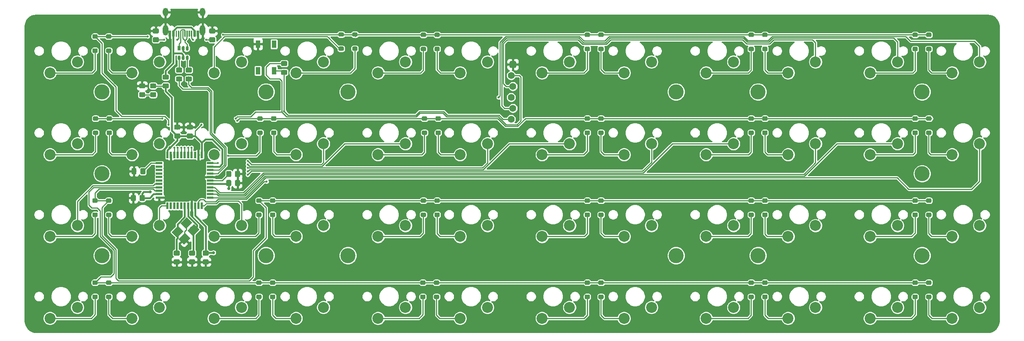
<source format=gbr>
G04 #@! TF.GenerationSoftware,KiCad,Pcbnew,(5.1.2-1)-1*
G04 #@! TF.CreationDate,2020-05-31T10:45:08-05:00*
G04 #@! TF.ProjectId,therick48,74686572-6963-46b3-9438-2e6b69636164,rev?*
G04 #@! TF.SameCoordinates,Original*
G04 #@! TF.FileFunction,Copper,L2,Bot*
G04 #@! TF.FilePolarity,Positive*
%FSLAX46Y46*%
G04 Gerber Fmt 4.6, Leading zero omitted, Abs format (unit mm)*
G04 Created by KiCad (PCBNEW (5.1.2-1)-1) date 2020-05-31 10:45:08*
%MOMM*%
%LPD*%
G04 APERTURE LIST*
%ADD10C,3.500000*%
%ADD11C,0.100000*%
%ADD12C,1.600200*%
%ADD13C,1.150000*%
%ADD14R,1.100000X1.800000*%
%ADD15C,1.800000*%
%ADD16C,1.000000*%
%ADD17C,2.540000*%
%ADD18C,0.600000*%
%ADD19O,1.300000X2.400000*%
%ADD20C,0.300000*%
%ADD21O,1.300000X1.900000*%
%ADD22R,0.500000X1.500000*%
%ADD23R,1.500000X0.500000*%
%ADD24C,0.650000*%
%ADD25R,0.650000X1.060000*%
%ADD26C,0.500000*%
%ADD27C,0.700000*%
%ADD28C,0.250000*%
%ADD29C,0.400000*%
G04 APERTURE END LIST*
D10*
X197980000Y-53960000D03*
X121980000Y-53960000D03*
X197980000Y-91960000D03*
X254980000Y-91960000D03*
X121980000Y-91960000D03*
X64980000Y-91960000D03*
X254980000Y-53960000D03*
X64980000Y-53960000D03*
X254980000Y-72960000D03*
X216980000Y-91960000D03*
X216980000Y-53960000D03*
X102980000Y-91960000D03*
X102980000Y-53960000D03*
X64980000Y-72960000D03*
D11*
G36*
X160622462Y-46811826D02*
G01*
X160661296Y-46817587D01*
X160699378Y-46827126D01*
X160736343Y-46840352D01*
X160771832Y-46857137D01*
X160805506Y-46877321D01*
X160837039Y-46900707D01*
X160866128Y-46927072D01*
X160892493Y-46956161D01*
X160915879Y-46987694D01*
X160936063Y-47021368D01*
X160952848Y-47056857D01*
X160966074Y-47093822D01*
X160975613Y-47131904D01*
X160981374Y-47170738D01*
X160983300Y-47209950D01*
X160983300Y-48010050D01*
X160981374Y-48049262D01*
X160975613Y-48088096D01*
X160966074Y-48126178D01*
X160952848Y-48163143D01*
X160936063Y-48198632D01*
X160915879Y-48232306D01*
X160892493Y-48263839D01*
X160866128Y-48292928D01*
X160837039Y-48319293D01*
X160805506Y-48342679D01*
X160771832Y-48362863D01*
X160736343Y-48379648D01*
X160699378Y-48392874D01*
X160661296Y-48402413D01*
X160622462Y-48408174D01*
X160583250Y-48410100D01*
X159783150Y-48410100D01*
X159743938Y-48408174D01*
X159705104Y-48402413D01*
X159667022Y-48392874D01*
X159630057Y-48379648D01*
X159594568Y-48362863D01*
X159560894Y-48342679D01*
X159529361Y-48319293D01*
X159500272Y-48292928D01*
X159473907Y-48263839D01*
X159450521Y-48232306D01*
X159430337Y-48198632D01*
X159413552Y-48163143D01*
X159400326Y-48126178D01*
X159390787Y-48088096D01*
X159385026Y-48049262D01*
X159383100Y-48010050D01*
X159383100Y-47209950D01*
X159385026Y-47170738D01*
X159390787Y-47131904D01*
X159400326Y-47093822D01*
X159413552Y-47056857D01*
X159430337Y-47021368D01*
X159450521Y-46987694D01*
X159473907Y-46956161D01*
X159500272Y-46927072D01*
X159529361Y-46900707D01*
X159560894Y-46877321D01*
X159594568Y-46857137D01*
X159630057Y-46840352D01*
X159667022Y-46827126D01*
X159705104Y-46817587D01*
X159743938Y-46811826D01*
X159783150Y-46809900D01*
X160583250Y-46809900D01*
X160622462Y-46811826D01*
X160622462Y-46811826D01*
G37*
D12*
X160183200Y-47610000D03*
X159776800Y-50150000D03*
X160183200Y-52690000D03*
X159776800Y-55230000D03*
X160183200Y-57770000D03*
X159776800Y-60310000D03*
D11*
G36*
X85825005Y-61595204D02*
G01*
X85849273Y-61598804D01*
X85873072Y-61604765D01*
X85896171Y-61613030D01*
X85918350Y-61623520D01*
X85939393Y-61636132D01*
X85959099Y-61650747D01*
X85977277Y-61667223D01*
X85993753Y-61685401D01*
X86008368Y-61705107D01*
X86020980Y-61726150D01*
X86031470Y-61748329D01*
X86039735Y-61771428D01*
X86045696Y-61795227D01*
X86049296Y-61819495D01*
X86050500Y-61843999D01*
X86050500Y-62494001D01*
X86049296Y-62518505D01*
X86045696Y-62542773D01*
X86039735Y-62566572D01*
X86031470Y-62589671D01*
X86020980Y-62611850D01*
X86008368Y-62632893D01*
X85993753Y-62652599D01*
X85977277Y-62670777D01*
X85959099Y-62687253D01*
X85939393Y-62701868D01*
X85918350Y-62714480D01*
X85896171Y-62724970D01*
X85873072Y-62733235D01*
X85849273Y-62739196D01*
X85825005Y-62742796D01*
X85800501Y-62744000D01*
X84900499Y-62744000D01*
X84875995Y-62742796D01*
X84851727Y-62739196D01*
X84827928Y-62733235D01*
X84804829Y-62724970D01*
X84782650Y-62714480D01*
X84761607Y-62701868D01*
X84741901Y-62687253D01*
X84723723Y-62670777D01*
X84707247Y-62652599D01*
X84692632Y-62632893D01*
X84680020Y-62611850D01*
X84669530Y-62589671D01*
X84661265Y-62566572D01*
X84655304Y-62542773D01*
X84651704Y-62518505D01*
X84650500Y-62494001D01*
X84650500Y-61843999D01*
X84651704Y-61819495D01*
X84655304Y-61795227D01*
X84661265Y-61771428D01*
X84669530Y-61748329D01*
X84680020Y-61726150D01*
X84692632Y-61705107D01*
X84707247Y-61685401D01*
X84723723Y-61667223D01*
X84741901Y-61650747D01*
X84761607Y-61636132D01*
X84782650Y-61623520D01*
X84804829Y-61613030D01*
X84827928Y-61604765D01*
X84851727Y-61598804D01*
X84875995Y-61595204D01*
X84900499Y-61594000D01*
X85800501Y-61594000D01*
X85825005Y-61595204D01*
X85825005Y-61595204D01*
G37*
D13*
X85350500Y-62169000D03*
D11*
G36*
X85825005Y-63645204D02*
G01*
X85849273Y-63648804D01*
X85873072Y-63654765D01*
X85896171Y-63663030D01*
X85918350Y-63673520D01*
X85939393Y-63686132D01*
X85959099Y-63700747D01*
X85977277Y-63717223D01*
X85993753Y-63735401D01*
X86008368Y-63755107D01*
X86020980Y-63776150D01*
X86031470Y-63798329D01*
X86039735Y-63821428D01*
X86045696Y-63845227D01*
X86049296Y-63869495D01*
X86050500Y-63893999D01*
X86050500Y-64544001D01*
X86049296Y-64568505D01*
X86045696Y-64592773D01*
X86039735Y-64616572D01*
X86031470Y-64639671D01*
X86020980Y-64661850D01*
X86008368Y-64682893D01*
X85993753Y-64702599D01*
X85977277Y-64720777D01*
X85959099Y-64737253D01*
X85939393Y-64751868D01*
X85918350Y-64764480D01*
X85896171Y-64774970D01*
X85873072Y-64783235D01*
X85849273Y-64789196D01*
X85825005Y-64792796D01*
X85800501Y-64794000D01*
X84900499Y-64794000D01*
X84875995Y-64792796D01*
X84851727Y-64789196D01*
X84827928Y-64783235D01*
X84804829Y-64774970D01*
X84782650Y-64764480D01*
X84761607Y-64751868D01*
X84741901Y-64737253D01*
X84723723Y-64720777D01*
X84707247Y-64702599D01*
X84692632Y-64682893D01*
X84680020Y-64661850D01*
X84669530Y-64639671D01*
X84661265Y-64616572D01*
X84655304Y-64592773D01*
X84651704Y-64568505D01*
X84650500Y-64544001D01*
X84650500Y-63893999D01*
X84651704Y-63869495D01*
X84655304Y-63845227D01*
X84661265Y-63821428D01*
X84669530Y-63798329D01*
X84680020Y-63776150D01*
X84692632Y-63755107D01*
X84707247Y-63735401D01*
X84723723Y-63717223D01*
X84741901Y-63700747D01*
X84761607Y-63686132D01*
X84782650Y-63673520D01*
X84804829Y-63663030D01*
X84827928Y-63654765D01*
X84851727Y-63648804D01*
X84875995Y-63645204D01*
X84900499Y-63644000D01*
X85800501Y-63644000D01*
X85825005Y-63645204D01*
X85825005Y-63645204D01*
G37*
D13*
X85350500Y-64219000D03*
D14*
X101130000Y-49080000D03*
X104830000Y-42880000D03*
X104830000Y-49080000D03*
X101130000Y-42880000D03*
D11*
G36*
X96751505Y-74431204D02*
G01*
X96775773Y-74434804D01*
X96799572Y-74440765D01*
X96822671Y-74449030D01*
X96844850Y-74459520D01*
X96865893Y-74472132D01*
X96885599Y-74486747D01*
X96903777Y-74503223D01*
X96920253Y-74521401D01*
X96934868Y-74541107D01*
X96947480Y-74562150D01*
X96957970Y-74584329D01*
X96966235Y-74607428D01*
X96972196Y-74631227D01*
X96975796Y-74655495D01*
X96977000Y-74679999D01*
X96977000Y-75580001D01*
X96975796Y-75604505D01*
X96972196Y-75628773D01*
X96966235Y-75652572D01*
X96957970Y-75675671D01*
X96947480Y-75697850D01*
X96934868Y-75718893D01*
X96920253Y-75738599D01*
X96903777Y-75756777D01*
X96885599Y-75773253D01*
X96865893Y-75787868D01*
X96844850Y-75800480D01*
X96822671Y-75810970D01*
X96799572Y-75819235D01*
X96775773Y-75825196D01*
X96751505Y-75828796D01*
X96727001Y-75830000D01*
X96076999Y-75830000D01*
X96052495Y-75828796D01*
X96028227Y-75825196D01*
X96004428Y-75819235D01*
X95981329Y-75810970D01*
X95959150Y-75800480D01*
X95938107Y-75787868D01*
X95918401Y-75773253D01*
X95900223Y-75756777D01*
X95883747Y-75738599D01*
X95869132Y-75718893D01*
X95856520Y-75697850D01*
X95846030Y-75675671D01*
X95837765Y-75652572D01*
X95831804Y-75628773D01*
X95828204Y-75604505D01*
X95827000Y-75580001D01*
X95827000Y-74679999D01*
X95828204Y-74655495D01*
X95831804Y-74631227D01*
X95837765Y-74607428D01*
X95846030Y-74584329D01*
X95856520Y-74562150D01*
X95869132Y-74541107D01*
X95883747Y-74521401D01*
X95900223Y-74503223D01*
X95918401Y-74486747D01*
X95938107Y-74472132D01*
X95959150Y-74459520D01*
X95981329Y-74449030D01*
X96004428Y-74440765D01*
X96028227Y-74434804D01*
X96052495Y-74431204D01*
X96076999Y-74430000D01*
X96727001Y-74430000D01*
X96751505Y-74431204D01*
X96751505Y-74431204D01*
G37*
D13*
X96402000Y-75130000D03*
D11*
G36*
X94701505Y-74431204D02*
G01*
X94725773Y-74434804D01*
X94749572Y-74440765D01*
X94772671Y-74449030D01*
X94794850Y-74459520D01*
X94815893Y-74472132D01*
X94835599Y-74486747D01*
X94853777Y-74503223D01*
X94870253Y-74521401D01*
X94884868Y-74541107D01*
X94897480Y-74562150D01*
X94907970Y-74584329D01*
X94916235Y-74607428D01*
X94922196Y-74631227D01*
X94925796Y-74655495D01*
X94927000Y-74679999D01*
X94927000Y-75580001D01*
X94925796Y-75604505D01*
X94922196Y-75628773D01*
X94916235Y-75652572D01*
X94907970Y-75675671D01*
X94897480Y-75697850D01*
X94884868Y-75718893D01*
X94870253Y-75738599D01*
X94853777Y-75756777D01*
X94835599Y-75773253D01*
X94815893Y-75787868D01*
X94794850Y-75800480D01*
X94772671Y-75810970D01*
X94749572Y-75819235D01*
X94725773Y-75825196D01*
X94701505Y-75828796D01*
X94677001Y-75830000D01*
X94026999Y-75830000D01*
X94002495Y-75828796D01*
X93978227Y-75825196D01*
X93954428Y-75819235D01*
X93931329Y-75810970D01*
X93909150Y-75800480D01*
X93888107Y-75787868D01*
X93868401Y-75773253D01*
X93850223Y-75756777D01*
X93833747Y-75738599D01*
X93819132Y-75718893D01*
X93806520Y-75697850D01*
X93796030Y-75675671D01*
X93787765Y-75652572D01*
X93781804Y-75628773D01*
X93778204Y-75604505D01*
X93777000Y-75580001D01*
X93777000Y-74679999D01*
X93778204Y-74655495D01*
X93781804Y-74631227D01*
X93787765Y-74607428D01*
X93796030Y-74584329D01*
X93806520Y-74562150D01*
X93819132Y-74541107D01*
X93833747Y-74521401D01*
X93850223Y-74503223D01*
X93868401Y-74486747D01*
X93888107Y-74472132D01*
X93909150Y-74459520D01*
X93931329Y-74449030D01*
X93954428Y-74440765D01*
X93978227Y-74434804D01*
X94002495Y-74431204D01*
X94026999Y-74430000D01*
X94677001Y-74430000D01*
X94701505Y-74431204D01*
X94701505Y-74431204D01*
G37*
D13*
X94352000Y-75130000D03*
D11*
G36*
X96751505Y-72326204D02*
G01*
X96775773Y-72329804D01*
X96799572Y-72335765D01*
X96822671Y-72344030D01*
X96844850Y-72354520D01*
X96865893Y-72367132D01*
X96885599Y-72381747D01*
X96903777Y-72398223D01*
X96920253Y-72416401D01*
X96934868Y-72436107D01*
X96947480Y-72457150D01*
X96957970Y-72479329D01*
X96966235Y-72502428D01*
X96972196Y-72526227D01*
X96975796Y-72550495D01*
X96977000Y-72574999D01*
X96977000Y-73475001D01*
X96975796Y-73499505D01*
X96972196Y-73523773D01*
X96966235Y-73547572D01*
X96957970Y-73570671D01*
X96947480Y-73592850D01*
X96934868Y-73613893D01*
X96920253Y-73633599D01*
X96903777Y-73651777D01*
X96885599Y-73668253D01*
X96865893Y-73682868D01*
X96844850Y-73695480D01*
X96822671Y-73705970D01*
X96799572Y-73714235D01*
X96775773Y-73720196D01*
X96751505Y-73723796D01*
X96727001Y-73725000D01*
X96076999Y-73725000D01*
X96052495Y-73723796D01*
X96028227Y-73720196D01*
X96004428Y-73714235D01*
X95981329Y-73705970D01*
X95959150Y-73695480D01*
X95938107Y-73682868D01*
X95918401Y-73668253D01*
X95900223Y-73651777D01*
X95883747Y-73633599D01*
X95869132Y-73613893D01*
X95856520Y-73592850D01*
X95846030Y-73570671D01*
X95837765Y-73547572D01*
X95831804Y-73523773D01*
X95828204Y-73499505D01*
X95827000Y-73475001D01*
X95827000Y-72574999D01*
X95828204Y-72550495D01*
X95831804Y-72526227D01*
X95837765Y-72502428D01*
X95846030Y-72479329D01*
X95856520Y-72457150D01*
X95869132Y-72436107D01*
X95883747Y-72416401D01*
X95900223Y-72398223D01*
X95918401Y-72381747D01*
X95938107Y-72367132D01*
X95959150Y-72354520D01*
X95981329Y-72344030D01*
X96004428Y-72335765D01*
X96028227Y-72329804D01*
X96052495Y-72326204D01*
X96076999Y-72325000D01*
X96727001Y-72325000D01*
X96751505Y-72326204D01*
X96751505Y-72326204D01*
G37*
D13*
X96402000Y-73025000D03*
D11*
G36*
X94701505Y-72326204D02*
G01*
X94725773Y-72329804D01*
X94749572Y-72335765D01*
X94772671Y-72344030D01*
X94794850Y-72354520D01*
X94815893Y-72367132D01*
X94835599Y-72381747D01*
X94853777Y-72398223D01*
X94870253Y-72416401D01*
X94884868Y-72436107D01*
X94897480Y-72457150D01*
X94907970Y-72479329D01*
X94916235Y-72502428D01*
X94922196Y-72526227D01*
X94925796Y-72550495D01*
X94927000Y-72574999D01*
X94927000Y-73475001D01*
X94925796Y-73499505D01*
X94922196Y-73523773D01*
X94916235Y-73547572D01*
X94907970Y-73570671D01*
X94897480Y-73592850D01*
X94884868Y-73613893D01*
X94870253Y-73633599D01*
X94853777Y-73651777D01*
X94835599Y-73668253D01*
X94815893Y-73682868D01*
X94794850Y-73695480D01*
X94772671Y-73705970D01*
X94749572Y-73714235D01*
X94725773Y-73720196D01*
X94701505Y-73723796D01*
X94677001Y-73725000D01*
X94026999Y-73725000D01*
X94002495Y-73723796D01*
X93978227Y-73720196D01*
X93954428Y-73714235D01*
X93931329Y-73705970D01*
X93909150Y-73695480D01*
X93888107Y-73682868D01*
X93868401Y-73668253D01*
X93850223Y-73651777D01*
X93833747Y-73633599D01*
X93819132Y-73613893D01*
X93806520Y-73592850D01*
X93796030Y-73570671D01*
X93787765Y-73547572D01*
X93781804Y-73523773D01*
X93778204Y-73499505D01*
X93777000Y-73475001D01*
X93777000Y-72574999D01*
X93778204Y-72550495D01*
X93781804Y-72526227D01*
X93787765Y-72502428D01*
X93796030Y-72479329D01*
X93806520Y-72457150D01*
X93819132Y-72436107D01*
X93833747Y-72416401D01*
X93850223Y-72398223D01*
X93868401Y-72381747D01*
X93888107Y-72367132D01*
X93909150Y-72354520D01*
X93931329Y-72344030D01*
X93954428Y-72335765D01*
X93978227Y-72329804D01*
X94002495Y-72326204D01*
X94026999Y-72325000D01*
X94677001Y-72325000D01*
X94701505Y-72326204D01*
X94701505Y-72326204D01*
G37*
D13*
X94352000Y-73025000D03*
D11*
G36*
X89493505Y-92876204D02*
G01*
X89517773Y-92879804D01*
X89541572Y-92885765D01*
X89564671Y-92894030D01*
X89586850Y-92904520D01*
X89607893Y-92917132D01*
X89627599Y-92931747D01*
X89645777Y-92948223D01*
X89662253Y-92966401D01*
X89676868Y-92986107D01*
X89689480Y-93007150D01*
X89699970Y-93029329D01*
X89708235Y-93052428D01*
X89714196Y-93076227D01*
X89717796Y-93100495D01*
X89719000Y-93124999D01*
X89719000Y-93775001D01*
X89717796Y-93799505D01*
X89714196Y-93823773D01*
X89708235Y-93847572D01*
X89699970Y-93870671D01*
X89689480Y-93892850D01*
X89676868Y-93913893D01*
X89662253Y-93933599D01*
X89645777Y-93951777D01*
X89627599Y-93968253D01*
X89607893Y-93982868D01*
X89586850Y-93995480D01*
X89564671Y-94005970D01*
X89541572Y-94014235D01*
X89517773Y-94020196D01*
X89493505Y-94023796D01*
X89469001Y-94025000D01*
X88568999Y-94025000D01*
X88544495Y-94023796D01*
X88520227Y-94020196D01*
X88496428Y-94014235D01*
X88473329Y-94005970D01*
X88451150Y-93995480D01*
X88430107Y-93982868D01*
X88410401Y-93968253D01*
X88392223Y-93951777D01*
X88375747Y-93933599D01*
X88361132Y-93913893D01*
X88348520Y-93892850D01*
X88338030Y-93870671D01*
X88329765Y-93847572D01*
X88323804Y-93823773D01*
X88320204Y-93799505D01*
X88319000Y-93775001D01*
X88319000Y-93124999D01*
X88320204Y-93100495D01*
X88323804Y-93076227D01*
X88329765Y-93052428D01*
X88338030Y-93029329D01*
X88348520Y-93007150D01*
X88361132Y-92986107D01*
X88375747Y-92966401D01*
X88392223Y-92948223D01*
X88410401Y-92931747D01*
X88430107Y-92917132D01*
X88451150Y-92904520D01*
X88473329Y-92894030D01*
X88496428Y-92885765D01*
X88520227Y-92879804D01*
X88544495Y-92876204D01*
X88568999Y-92875000D01*
X89469001Y-92875000D01*
X89493505Y-92876204D01*
X89493505Y-92876204D01*
G37*
D13*
X89019000Y-93450000D03*
D11*
G36*
X89493505Y-90826204D02*
G01*
X89517773Y-90829804D01*
X89541572Y-90835765D01*
X89564671Y-90844030D01*
X89586850Y-90854520D01*
X89607893Y-90867132D01*
X89627599Y-90881747D01*
X89645777Y-90898223D01*
X89662253Y-90916401D01*
X89676868Y-90936107D01*
X89689480Y-90957150D01*
X89699970Y-90979329D01*
X89708235Y-91002428D01*
X89714196Y-91026227D01*
X89717796Y-91050495D01*
X89719000Y-91074999D01*
X89719000Y-91725001D01*
X89717796Y-91749505D01*
X89714196Y-91773773D01*
X89708235Y-91797572D01*
X89699970Y-91820671D01*
X89689480Y-91842850D01*
X89676868Y-91863893D01*
X89662253Y-91883599D01*
X89645777Y-91901777D01*
X89627599Y-91918253D01*
X89607893Y-91932868D01*
X89586850Y-91945480D01*
X89564671Y-91955970D01*
X89541572Y-91964235D01*
X89517773Y-91970196D01*
X89493505Y-91973796D01*
X89469001Y-91975000D01*
X88568999Y-91975000D01*
X88544495Y-91973796D01*
X88520227Y-91970196D01*
X88496428Y-91964235D01*
X88473329Y-91955970D01*
X88451150Y-91945480D01*
X88430107Y-91932868D01*
X88410401Y-91918253D01*
X88392223Y-91901777D01*
X88375747Y-91883599D01*
X88361132Y-91863893D01*
X88348520Y-91842850D01*
X88338030Y-91820671D01*
X88329765Y-91797572D01*
X88323804Y-91773773D01*
X88320204Y-91749505D01*
X88319000Y-91725001D01*
X88319000Y-91074999D01*
X88320204Y-91050495D01*
X88323804Y-91026227D01*
X88329765Y-91002428D01*
X88338030Y-90979329D01*
X88348520Y-90957150D01*
X88361132Y-90936107D01*
X88375747Y-90916401D01*
X88392223Y-90898223D01*
X88410401Y-90881747D01*
X88430107Y-90867132D01*
X88451150Y-90854520D01*
X88473329Y-90844030D01*
X88496428Y-90835765D01*
X88520227Y-90829804D01*
X88544495Y-90826204D01*
X88568999Y-90825000D01*
X89469001Y-90825000D01*
X89493505Y-90826204D01*
X89493505Y-90826204D01*
G37*
D13*
X89019000Y-91400000D03*
D11*
G36*
X86326505Y-92876204D02*
G01*
X86350773Y-92879804D01*
X86374572Y-92885765D01*
X86397671Y-92894030D01*
X86419850Y-92904520D01*
X86440893Y-92917132D01*
X86460599Y-92931747D01*
X86478777Y-92948223D01*
X86495253Y-92966401D01*
X86509868Y-92986107D01*
X86522480Y-93007150D01*
X86532970Y-93029329D01*
X86541235Y-93052428D01*
X86547196Y-93076227D01*
X86550796Y-93100495D01*
X86552000Y-93124999D01*
X86552000Y-93775001D01*
X86550796Y-93799505D01*
X86547196Y-93823773D01*
X86541235Y-93847572D01*
X86532970Y-93870671D01*
X86522480Y-93892850D01*
X86509868Y-93913893D01*
X86495253Y-93933599D01*
X86478777Y-93951777D01*
X86460599Y-93968253D01*
X86440893Y-93982868D01*
X86419850Y-93995480D01*
X86397671Y-94005970D01*
X86374572Y-94014235D01*
X86350773Y-94020196D01*
X86326505Y-94023796D01*
X86302001Y-94025000D01*
X85401999Y-94025000D01*
X85377495Y-94023796D01*
X85353227Y-94020196D01*
X85329428Y-94014235D01*
X85306329Y-94005970D01*
X85284150Y-93995480D01*
X85263107Y-93982868D01*
X85243401Y-93968253D01*
X85225223Y-93951777D01*
X85208747Y-93933599D01*
X85194132Y-93913893D01*
X85181520Y-93892850D01*
X85171030Y-93870671D01*
X85162765Y-93847572D01*
X85156804Y-93823773D01*
X85153204Y-93799505D01*
X85152000Y-93775001D01*
X85152000Y-93124999D01*
X85153204Y-93100495D01*
X85156804Y-93076227D01*
X85162765Y-93052428D01*
X85171030Y-93029329D01*
X85181520Y-93007150D01*
X85194132Y-92986107D01*
X85208747Y-92966401D01*
X85225223Y-92948223D01*
X85243401Y-92931747D01*
X85263107Y-92917132D01*
X85284150Y-92904520D01*
X85306329Y-92894030D01*
X85329428Y-92885765D01*
X85353227Y-92879804D01*
X85377495Y-92876204D01*
X85401999Y-92875000D01*
X86302001Y-92875000D01*
X86326505Y-92876204D01*
X86326505Y-92876204D01*
G37*
D13*
X85852000Y-93450000D03*
D11*
G36*
X86326505Y-90826204D02*
G01*
X86350773Y-90829804D01*
X86374572Y-90835765D01*
X86397671Y-90844030D01*
X86419850Y-90854520D01*
X86440893Y-90867132D01*
X86460599Y-90881747D01*
X86478777Y-90898223D01*
X86495253Y-90916401D01*
X86509868Y-90936107D01*
X86522480Y-90957150D01*
X86532970Y-90979329D01*
X86541235Y-91002428D01*
X86547196Y-91026227D01*
X86550796Y-91050495D01*
X86552000Y-91074999D01*
X86552000Y-91725001D01*
X86550796Y-91749505D01*
X86547196Y-91773773D01*
X86541235Y-91797572D01*
X86532970Y-91820671D01*
X86522480Y-91842850D01*
X86509868Y-91863893D01*
X86495253Y-91883599D01*
X86478777Y-91901777D01*
X86460599Y-91918253D01*
X86440893Y-91932868D01*
X86419850Y-91945480D01*
X86397671Y-91955970D01*
X86374572Y-91964235D01*
X86350773Y-91970196D01*
X86326505Y-91973796D01*
X86302001Y-91975000D01*
X85401999Y-91975000D01*
X85377495Y-91973796D01*
X85353227Y-91970196D01*
X85329428Y-91964235D01*
X85306329Y-91955970D01*
X85284150Y-91945480D01*
X85263107Y-91932868D01*
X85243401Y-91918253D01*
X85225223Y-91901777D01*
X85208747Y-91883599D01*
X85194132Y-91863893D01*
X85181520Y-91842850D01*
X85171030Y-91820671D01*
X85162765Y-91797572D01*
X85156804Y-91773773D01*
X85153204Y-91749505D01*
X85152000Y-91725001D01*
X85152000Y-91074999D01*
X85153204Y-91050495D01*
X85156804Y-91026227D01*
X85162765Y-91002428D01*
X85171030Y-90979329D01*
X85181520Y-90957150D01*
X85194132Y-90936107D01*
X85208747Y-90916401D01*
X85225223Y-90898223D01*
X85243401Y-90881747D01*
X85263107Y-90867132D01*
X85284150Y-90854520D01*
X85306329Y-90844030D01*
X85329428Y-90835765D01*
X85353227Y-90829804D01*
X85377495Y-90826204D01*
X85401999Y-90825000D01*
X86302001Y-90825000D01*
X86326505Y-90826204D01*
X86326505Y-90826204D01*
G37*
D13*
X85852000Y-91400000D03*
D11*
G36*
X82770505Y-92876204D02*
G01*
X82794773Y-92879804D01*
X82818572Y-92885765D01*
X82841671Y-92894030D01*
X82863850Y-92904520D01*
X82884893Y-92917132D01*
X82904599Y-92931747D01*
X82922777Y-92948223D01*
X82939253Y-92966401D01*
X82953868Y-92986107D01*
X82966480Y-93007150D01*
X82976970Y-93029329D01*
X82985235Y-93052428D01*
X82991196Y-93076227D01*
X82994796Y-93100495D01*
X82996000Y-93124999D01*
X82996000Y-93775001D01*
X82994796Y-93799505D01*
X82991196Y-93823773D01*
X82985235Y-93847572D01*
X82976970Y-93870671D01*
X82966480Y-93892850D01*
X82953868Y-93913893D01*
X82939253Y-93933599D01*
X82922777Y-93951777D01*
X82904599Y-93968253D01*
X82884893Y-93982868D01*
X82863850Y-93995480D01*
X82841671Y-94005970D01*
X82818572Y-94014235D01*
X82794773Y-94020196D01*
X82770505Y-94023796D01*
X82746001Y-94025000D01*
X81845999Y-94025000D01*
X81821495Y-94023796D01*
X81797227Y-94020196D01*
X81773428Y-94014235D01*
X81750329Y-94005970D01*
X81728150Y-93995480D01*
X81707107Y-93982868D01*
X81687401Y-93968253D01*
X81669223Y-93951777D01*
X81652747Y-93933599D01*
X81638132Y-93913893D01*
X81625520Y-93892850D01*
X81615030Y-93870671D01*
X81606765Y-93847572D01*
X81600804Y-93823773D01*
X81597204Y-93799505D01*
X81596000Y-93775001D01*
X81596000Y-93124999D01*
X81597204Y-93100495D01*
X81600804Y-93076227D01*
X81606765Y-93052428D01*
X81615030Y-93029329D01*
X81625520Y-93007150D01*
X81638132Y-92986107D01*
X81652747Y-92966401D01*
X81669223Y-92948223D01*
X81687401Y-92931747D01*
X81707107Y-92917132D01*
X81728150Y-92904520D01*
X81750329Y-92894030D01*
X81773428Y-92885765D01*
X81797227Y-92879804D01*
X81821495Y-92876204D01*
X81845999Y-92875000D01*
X82746001Y-92875000D01*
X82770505Y-92876204D01*
X82770505Y-92876204D01*
G37*
D13*
X82296000Y-93450000D03*
D11*
G36*
X82770505Y-90826204D02*
G01*
X82794773Y-90829804D01*
X82818572Y-90835765D01*
X82841671Y-90844030D01*
X82863850Y-90854520D01*
X82884893Y-90867132D01*
X82904599Y-90881747D01*
X82922777Y-90898223D01*
X82939253Y-90916401D01*
X82953868Y-90936107D01*
X82966480Y-90957150D01*
X82976970Y-90979329D01*
X82985235Y-91002428D01*
X82991196Y-91026227D01*
X82994796Y-91050495D01*
X82996000Y-91074999D01*
X82996000Y-91725001D01*
X82994796Y-91749505D01*
X82991196Y-91773773D01*
X82985235Y-91797572D01*
X82976970Y-91820671D01*
X82966480Y-91842850D01*
X82953868Y-91863893D01*
X82939253Y-91883599D01*
X82922777Y-91901777D01*
X82904599Y-91918253D01*
X82884893Y-91932868D01*
X82863850Y-91945480D01*
X82841671Y-91955970D01*
X82818572Y-91964235D01*
X82794773Y-91970196D01*
X82770505Y-91973796D01*
X82746001Y-91975000D01*
X81845999Y-91975000D01*
X81821495Y-91973796D01*
X81797227Y-91970196D01*
X81773428Y-91964235D01*
X81750329Y-91955970D01*
X81728150Y-91945480D01*
X81707107Y-91932868D01*
X81687401Y-91918253D01*
X81669223Y-91901777D01*
X81652747Y-91883599D01*
X81638132Y-91863893D01*
X81625520Y-91842850D01*
X81615030Y-91820671D01*
X81606765Y-91797572D01*
X81600804Y-91773773D01*
X81597204Y-91749505D01*
X81596000Y-91725001D01*
X81596000Y-91074999D01*
X81597204Y-91050495D01*
X81600804Y-91026227D01*
X81606765Y-91002428D01*
X81615030Y-90979329D01*
X81625520Y-90957150D01*
X81638132Y-90936107D01*
X81652747Y-90916401D01*
X81669223Y-90898223D01*
X81687401Y-90881747D01*
X81707107Y-90867132D01*
X81728150Y-90854520D01*
X81750329Y-90844030D01*
X81773428Y-90835765D01*
X81797227Y-90829804D01*
X81821495Y-90826204D01*
X81845999Y-90825000D01*
X82746001Y-90825000D01*
X82770505Y-90826204D01*
X82770505Y-90826204D01*
G37*
D13*
X82296000Y-91400000D03*
D15*
X84549632Y-84386522D03*
D11*
G36*
X84655698Y-83007664D02*
G01*
X85928490Y-84280456D01*
X84443566Y-85765380D01*
X83170774Y-84492588D01*
X84655698Y-83007664D01*
X84655698Y-83007664D01*
G37*
D15*
X82499022Y-86437132D03*
D11*
G36*
X82605088Y-85058274D02*
G01*
X83877880Y-86331066D01*
X82392956Y-87815990D01*
X81120164Y-86543198D01*
X82605088Y-85058274D01*
X82605088Y-85058274D01*
G37*
D15*
X84125368Y-88063478D03*
D11*
G36*
X84231434Y-86684620D02*
G01*
X85504226Y-87957412D01*
X84019302Y-89442336D01*
X82746510Y-88169544D01*
X84231434Y-86684620D01*
X84231434Y-86684620D01*
G37*
D15*
X86175978Y-86012868D03*
D11*
G36*
X86282044Y-84634010D02*
G01*
X87554836Y-85906802D01*
X86069912Y-87391726D01*
X84797120Y-86118934D01*
X86282044Y-84634010D01*
X86282044Y-84634010D01*
G37*
G36*
X82901505Y-63645204D02*
G01*
X82925773Y-63648804D01*
X82949572Y-63654765D01*
X82972671Y-63663030D01*
X82994850Y-63673520D01*
X83015893Y-63686132D01*
X83035599Y-63700747D01*
X83053777Y-63717223D01*
X83070253Y-63735401D01*
X83084868Y-63755107D01*
X83097480Y-63776150D01*
X83107970Y-63798329D01*
X83116235Y-63821428D01*
X83122196Y-63845227D01*
X83125796Y-63869495D01*
X83127000Y-63893999D01*
X83127000Y-64544001D01*
X83125796Y-64568505D01*
X83122196Y-64592773D01*
X83116235Y-64616572D01*
X83107970Y-64639671D01*
X83097480Y-64661850D01*
X83084868Y-64682893D01*
X83070253Y-64702599D01*
X83053777Y-64720777D01*
X83035599Y-64737253D01*
X83015893Y-64751868D01*
X82994850Y-64764480D01*
X82972671Y-64774970D01*
X82949572Y-64783235D01*
X82925773Y-64789196D01*
X82901505Y-64792796D01*
X82877001Y-64794000D01*
X81976999Y-64794000D01*
X81952495Y-64792796D01*
X81928227Y-64789196D01*
X81904428Y-64783235D01*
X81881329Y-64774970D01*
X81859150Y-64764480D01*
X81838107Y-64751868D01*
X81818401Y-64737253D01*
X81800223Y-64720777D01*
X81783747Y-64702599D01*
X81769132Y-64682893D01*
X81756520Y-64661850D01*
X81746030Y-64639671D01*
X81737765Y-64616572D01*
X81731804Y-64592773D01*
X81728204Y-64568505D01*
X81727000Y-64544001D01*
X81727000Y-63893999D01*
X81728204Y-63869495D01*
X81731804Y-63845227D01*
X81737765Y-63821428D01*
X81746030Y-63798329D01*
X81756520Y-63776150D01*
X81769132Y-63755107D01*
X81783747Y-63735401D01*
X81800223Y-63717223D01*
X81818401Y-63700747D01*
X81838107Y-63686132D01*
X81859150Y-63673520D01*
X81881329Y-63663030D01*
X81904428Y-63654765D01*
X81928227Y-63648804D01*
X81952495Y-63645204D01*
X81976999Y-63644000D01*
X82877001Y-63644000D01*
X82901505Y-63645204D01*
X82901505Y-63645204D01*
G37*
D13*
X82427000Y-64219000D03*
D11*
G36*
X82901505Y-61595204D02*
G01*
X82925773Y-61598804D01*
X82949572Y-61604765D01*
X82972671Y-61613030D01*
X82994850Y-61623520D01*
X83015893Y-61636132D01*
X83035599Y-61650747D01*
X83053777Y-61667223D01*
X83070253Y-61685401D01*
X83084868Y-61705107D01*
X83097480Y-61726150D01*
X83107970Y-61748329D01*
X83116235Y-61771428D01*
X83122196Y-61795227D01*
X83125796Y-61819495D01*
X83127000Y-61843999D01*
X83127000Y-62494001D01*
X83125796Y-62518505D01*
X83122196Y-62542773D01*
X83116235Y-62566572D01*
X83107970Y-62589671D01*
X83097480Y-62611850D01*
X83084868Y-62632893D01*
X83070253Y-62652599D01*
X83053777Y-62670777D01*
X83035599Y-62687253D01*
X83015893Y-62701868D01*
X82994850Y-62714480D01*
X82972671Y-62724970D01*
X82949572Y-62733235D01*
X82925773Y-62739196D01*
X82901505Y-62742796D01*
X82877001Y-62744000D01*
X81976999Y-62744000D01*
X81952495Y-62742796D01*
X81928227Y-62739196D01*
X81904428Y-62733235D01*
X81881329Y-62724970D01*
X81859150Y-62714480D01*
X81838107Y-62701868D01*
X81818401Y-62687253D01*
X81800223Y-62670777D01*
X81783747Y-62652599D01*
X81769132Y-62632893D01*
X81756520Y-62611850D01*
X81746030Y-62589671D01*
X81737765Y-62566572D01*
X81731804Y-62542773D01*
X81728204Y-62518505D01*
X81727000Y-62494001D01*
X81727000Y-61843999D01*
X81728204Y-61819495D01*
X81731804Y-61795227D01*
X81737765Y-61771428D01*
X81746030Y-61748329D01*
X81756520Y-61726150D01*
X81769132Y-61705107D01*
X81783747Y-61685401D01*
X81800223Y-61667223D01*
X81818401Y-61650747D01*
X81838107Y-61636132D01*
X81859150Y-61623520D01*
X81881329Y-61613030D01*
X81904428Y-61604765D01*
X81928227Y-61598804D01*
X81952495Y-61595204D01*
X81976999Y-61594000D01*
X82877001Y-61594000D01*
X82901505Y-61595204D01*
X82901505Y-61595204D01*
G37*
D13*
X82427000Y-62169000D03*
D11*
G36*
X74812005Y-71691204D02*
G01*
X74836273Y-71694804D01*
X74860072Y-71700765D01*
X74883171Y-71709030D01*
X74905350Y-71719520D01*
X74926393Y-71732132D01*
X74946099Y-71746747D01*
X74964277Y-71763223D01*
X74980753Y-71781401D01*
X74995368Y-71801107D01*
X75007980Y-71822150D01*
X75018470Y-71844329D01*
X75026735Y-71867428D01*
X75032696Y-71891227D01*
X75036296Y-71915495D01*
X75037500Y-71939999D01*
X75037500Y-72840001D01*
X75036296Y-72864505D01*
X75032696Y-72888773D01*
X75026735Y-72912572D01*
X75018470Y-72935671D01*
X75007980Y-72957850D01*
X74995368Y-72978893D01*
X74980753Y-72998599D01*
X74964277Y-73016777D01*
X74946099Y-73033253D01*
X74926393Y-73047868D01*
X74905350Y-73060480D01*
X74883171Y-73070970D01*
X74860072Y-73079235D01*
X74836273Y-73085196D01*
X74812005Y-73088796D01*
X74787501Y-73090000D01*
X74137499Y-73090000D01*
X74112995Y-73088796D01*
X74088727Y-73085196D01*
X74064928Y-73079235D01*
X74041829Y-73070970D01*
X74019650Y-73060480D01*
X73998607Y-73047868D01*
X73978901Y-73033253D01*
X73960723Y-73016777D01*
X73944247Y-72998599D01*
X73929632Y-72978893D01*
X73917020Y-72957850D01*
X73906530Y-72935671D01*
X73898265Y-72912572D01*
X73892304Y-72888773D01*
X73888704Y-72864505D01*
X73887500Y-72840001D01*
X73887500Y-71939999D01*
X73888704Y-71915495D01*
X73892304Y-71891227D01*
X73898265Y-71867428D01*
X73906530Y-71844329D01*
X73917020Y-71822150D01*
X73929632Y-71801107D01*
X73944247Y-71781401D01*
X73960723Y-71763223D01*
X73978901Y-71746747D01*
X73998607Y-71732132D01*
X74019650Y-71719520D01*
X74041829Y-71709030D01*
X74064928Y-71700765D01*
X74088727Y-71694804D01*
X74112995Y-71691204D01*
X74137499Y-71690000D01*
X74787501Y-71690000D01*
X74812005Y-71691204D01*
X74812005Y-71691204D01*
G37*
D13*
X74462500Y-72390000D03*
D11*
G36*
X72762005Y-71691204D02*
G01*
X72786273Y-71694804D01*
X72810072Y-71700765D01*
X72833171Y-71709030D01*
X72855350Y-71719520D01*
X72876393Y-71732132D01*
X72896099Y-71746747D01*
X72914277Y-71763223D01*
X72930753Y-71781401D01*
X72945368Y-71801107D01*
X72957980Y-71822150D01*
X72968470Y-71844329D01*
X72976735Y-71867428D01*
X72982696Y-71891227D01*
X72986296Y-71915495D01*
X72987500Y-71939999D01*
X72987500Y-72840001D01*
X72986296Y-72864505D01*
X72982696Y-72888773D01*
X72976735Y-72912572D01*
X72968470Y-72935671D01*
X72957980Y-72957850D01*
X72945368Y-72978893D01*
X72930753Y-72998599D01*
X72914277Y-73016777D01*
X72896099Y-73033253D01*
X72876393Y-73047868D01*
X72855350Y-73060480D01*
X72833171Y-73070970D01*
X72810072Y-73079235D01*
X72786273Y-73085196D01*
X72762005Y-73088796D01*
X72737501Y-73090000D01*
X72087499Y-73090000D01*
X72062995Y-73088796D01*
X72038727Y-73085196D01*
X72014928Y-73079235D01*
X71991829Y-73070970D01*
X71969650Y-73060480D01*
X71948607Y-73047868D01*
X71928901Y-73033253D01*
X71910723Y-73016777D01*
X71894247Y-72998599D01*
X71879632Y-72978893D01*
X71867020Y-72957850D01*
X71856530Y-72935671D01*
X71848265Y-72912572D01*
X71842304Y-72888773D01*
X71838704Y-72864505D01*
X71837500Y-72840001D01*
X71837500Y-71939999D01*
X71838704Y-71915495D01*
X71842304Y-71891227D01*
X71848265Y-71867428D01*
X71856530Y-71844329D01*
X71867020Y-71822150D01*
X71879632Y-71801107D01*
X71894247Y-71781401D01*
X71910723Y-71763223D01*
X71928901Y-71746747D01*
X71948607Y-71732132D01*
X71969650Y-71719520D01*
X71991829Y-71709030D01*
X72014928Y-71700765D01*
X72038727Y-71694804D01*
X72062995Y-71691204D01*
X72087499Y-71690000D01*
X72737501Y-71690000D01*
X72762005Y-71691204D01*
X72762005Y-71691204D01*
G37*
D13*
X72412500Y-72390000D03*
D11*
G36*
X107662505Y-46819954D02*
G01*
X107686773Y-46823554D01*
X107710572Y-46829515D01*
X107733671Y-46837780D01*
X107755850Y-46848270D01*
X107776893Y-46860882D01*
X107796599Y-46875497D01*
X107814777Y-46891973D01*
X107831253Y-46910151D01*
X107845868Y-46929857D01*
X107858480Y-46950900D01*
X107868970Y-46973079D01*
X107877235Y-46996178D01*
X107883196Y-47019977D01*
X107886796Y-47044245D01*
X107888000Y-47068749D01*
X107888000Y-47718751D01*
X107886796Y-47743255D01*
X107883196Y-47767523D01*
X107877235Y-47791322D01*
X107868970Y-47814421D01*
X107858480Y-47836600D01*
X107845868Y-47857643D01*
X107831253Y-47877349D01*
X107814777Y-47895527D01*
X107796599Y-47912003D01*
X107776893Y-47926618D01*
X107755850Y-47939230D01*
X107733671Y-47949720D01*
X107710572Y-47957985D01*
X107686773Y-47963946D01*
X107662505Y-47967546D01*
X107638001Y-47968750D01*
X106737999Y-47968750D01*
X106713495Y-47967546D01*
X106689227Y-47963946D01*
X106665428Y-47957985D01*
X106642329Y-47949720D01*
X106620150Y-47939230D01*
X106599107Y-47926618D01*
X106579401Y-47912003D01*
X106561223Y-47895527D01*
X106544747Y-47877349D01*
X106530132Y-47857643D01*
X106517520Y-47836600D01*
X106507030Y-47814421D01*
X106498765Y-47791322D01*
X106492804Y-47767523D01*
X106489204Y-47743255D01*
X106488000Y-47718751D01*
X106488000Y-47068749D01*
X106489204Y-47044245D01*
X106492804Y-47019977D01*
X106498765Y-46996178D01*
X106507030Y-46973079D01*
X106517520Y-46950900D01*
X106530132Y-46929857D01*
X106544747Y-46910151D01*
X106561223Y-46891973D01*
X106579401Y-46875497D01*
X106599107Y-46860882D01*
X106620150Y-46848270D01*
X106642329Y-46837780D01*
X106665428Y-46829515D01*
X106689227Y-46823554D01*
X106713495Y-46819954D01*
X106737999Y-46818750D01*
X107638001Y-46818750D01*
X107662505Y-46819954D01*
X107662505Y-46819954D01*
G37*
D13*
X107188000Y-47393750D03*
D11*
G36*
X107662505Y-48869954D02*
G01*
X107686773Y-48873554D01*
X107710572Y-48879515D01*
X107733671Y-48887780D01*
X107755850Y-48898270D01*
X107776893Y-48910882D01*
X107796599Y-48925497D01*
X107814777Y-48941973D01*
X107831253Y-48960151D01*
X107845868Y-48979857D01*
X107858480Y-49000900D01*
X107868970Y-49023079D01*
X107877235Y-49046178D01*
X107883196Y-49069977D01*
X107886796Y-49094245D01*
X107888000Y-49118749D01*
X107888000Y-49768751D01*
X107886796Y-49793255D01*
X107883196Y-49817523D01*
X107877235Y-49841322D01*
X107868970Y-49864421D01*
X107858480Y-49886600D01*
X107845868Y-49907643D01*
X107831253Y-49927349D01*
X107814777Y-49945527D01*
X107796599Y-49962003D01*
X107776893Y-49976618D01*
X107755850Y-49989230D01*
X107733671Y-49999720D01*
X107710572Y-50007985D01*
X107686773Y-50013946D01*
X107662505Y-50017546D01*
X107638001Y-50018750D01*
X106737999Y-50018750D01*
X106713495Y-50017546D01*
X106689227Y-50013946D01*
X106665428Y-50007985D01*
X106642329Y-49999720D01*
X106620150Y-49989230D01*
X106599107Y-49976618D01*
X106579401Y-49962003D01*
X106561223Y-49945527D01*
X106544747Y-49927349D01*
X106530132Y-49907643D01*
X106517520Y-49886600D01*
X106507030Y-49864421D01*
X106498765Y-49841322D01*
X106492804Y-49817523D01*
X106489204Y-49793255D01*
X106488000Y-49768751D01*
X106488000Y-49118749D01*
X106489204Y-49094245D01*
X106492804Y-49069977D01*
X106498765Y-49046178D01*
X106507030Y-49023079D01*
X106517520Y-49000900D01*
X106530132Y-48979857D01*
X106544747Y-48960151D01*
X106561223Y-48941973D01*
X106579401Y-48925497D01*
X106599107Y-48910882D01*
X106620150Y-48898270D01*
X106642329Y-48887780D01*
X106665428Y-48879515D01*
X106689227Y-48873554D01*
X106713495Y-48869954D01*
X106737999Y-48868750D01*
X107638001Y-48868750D01*
X107662505Y-48869954D01*
X107662505Y-48869954D01*
G37*
D13*
X107188000Y-49443750D03*
D11*
G36*
X80230505Y-49963204D02*
G01*
X80254773Y-49966804D01*
X80278572Y-49972765D01*
X80301671Y-49981030D01*
X80323850Y-49991520D01*
X80344893Y-50004132D01*
X80364599Y-50018747D01*
X80382777Y-50035223D01*
X80399253Y-50053401D01*
X80413868Y-50073107D01*
X80426480Y-50094150D01*
X80436970Y-50116329D01*
X80445235Y-50139428D01*
X80451196Y-50163227D01*
X80454796Y-50187495D01*
X80456000Y-50211999D01*
X80456000Y-50862001D01*
X80454796Y-50886505D01*
X80451196Y-50910773D01*
X80445235Y-50934572D01*
X80436970Y-50957671D01*
X80426480Y-50979850D01*
X80413868Y-51000893D01*
X80399253Y-51020599D01*
X80382777Y-51038777D01*
X80364599Y-51055253D01*
X80344893Y-51069868D01*
X80323850Y-51082480D01*
X80301671Y-51092970D01*
X80278572Y-51101235D01*
X80254773Y-51107196D01*
X80230505Y-51110796D01*
X80206001Y-51112000D01*
X79305999Y-51112000D01*
X79281495Y-51110796D01*
X79257227Y-51107196D01*
X79233428Y-51101235D01*
X79210329Y-51092970D01*
X79188150Y-51082480D01*
X79167107Y-51069868D01*
X79147401Y-51055253D01*
X79129223Y-51038777D01*
X79112747Y-51020599D01*
X79098132Y-51000893D01*
X79085520Y-50979850D01*
X79075030Y-50957671D01*
X79066765Y-50934572D01*
X79060804Y-50910773D01*
X79057204Y-50886505D01*
X79056000Y-50862001D01*
X79056000Y-50211999D01*
X79057204Y-50187495D01*
X79060804Y-50163227D01*
X79066765Y-50139428D01*
X79075030Y-50116329D01*
X79085520Y-50094150D01*
X79098132Y-50073107D01*
X79112747Y-50053401D01*
X79129223Y-50035223D01*
X79147401Y-50018747D01*
X79167107Y-50004132D01*
X79188150Y-49991520D01*
X79210329Y-49981030D01*
X79233428Y-49972765D01*
X79257227Y-49966804D01*
X79281495Y-49963204D01*
X79305999Y-49962000D01*
X80206001Y-49962000D01*
X80230505Y-49963204D01*
X80230505Y-49963204D01*
G37*
D13*
X79756000Y-50537000D03*
D11*
G36*
X80230505Y-52013204D02*
G01*
X80254773Y-52016804D01*
X80278572Y-52022765D01*
X80301671Y-52031030D01*
X80323850Y-52041520D01*
X80344893Y-52054132D01*
X80364599Y-52068747D01*
X80382777Y-52085223D01*
X80399253Y-52103401D01*
X80413868Y-52123107D01*
X80426480Y-52144150D01*
X80436970Y-52166329D01*
X80445235Y-52189428D01*
X80451196Y-52213227D01*
X80454796Y-52237495D01*
X80456000Y-52261999D01*
X80456000Y-52912001D01*
X80454796Y-52936505D01*
X80451196Y-52960773D01*
X80445235Y-52984572D01*
X80436970Y-53007671D01*
X80426480Y-53029850D01*
X80413868Y-53050893D01*
X80399253Y-53070599D01*
X80382777Y-53088777D01*
X80364599Y-53105253D01*
X80344893Y-53119868D01*
X80323850Y-53132480D01*
X80301671Y-53142970D01*
X80278572Y-53151235D01*
X80254773Y-53157196D01*
X80230505Y-53160796D01*
X80206001Y-53162000D01*
X79305999Y-53162000D01*
X79281495Y-53160796D01*
X79257227Y-53157196D01*
X79233428Y-53151235D01*
X79210329Y-53142970D01*
X79188150Y-53132480D01*
X79167107Y-53119868D01*
X79147401Y-53105253D01*
X79129223Y-53088777D01*
X79112747Y-53070599D01*
X79098132Y-53050893D01*
X79085520Y-53029850D01*
X79075030Y-53007671D01*
X79066765Y-52984572D01*
X79060804Y-52960773D01*
X79057204Y-52936505D01*
X79056000Y-52912001D01*
X79056000Y-52261999D01*
X79057204Y-52237495D01*
X79060804Y-52213227D01*
X79066765Y-52189428D01*
X79075030Y-52166329D01*
X79085520Y-52144150D01*
X79098132Y-52123107D01*
X79112747Y-52103401D01*
X79129223Y-52085223D01*
X79147401Y-52068747D01*
X79167107Y-52054132D01*
X79188150Y-52041520D01*
X79210329Y-52031030D01*
X79233428Y-52022765D01*
X79257227Y-52016804D01*
X79281495Y-52013204D01*
X79305999Y-52012000D01*
X80206001Y-52012000D01*
X80230505Y-52013204D01*
X80230505Y-52013204D01*
G37*
D13*
X79756000Y-52587000D03*
D11*
G36*
X85564505Y-48344204D02*
G01*
X85588773Y-48347804D01*
X85612572Y-48353765D01*
X85635671Y-48362030D01*
X85657850Y-48372520D01*
X85678893Y-48385132D01*
X85698599Y-48399747D01*
X85716777Y-48416223D01*
X85733253Y-48434401D01*
X85747868Y-48454107D01*
X85760480Y-48475150D01*
X85770970Y-48497329D01*
X85779235Y-48520428D01*
X85785196Y-48544227D01*
X85788796Y-48568495D01*
X85790000Y-48592999D01*
X85790000Y-49243001D01*
X85788796Y-49267505D01*
X85785196Y-49291773D01*
X85779235Y-49315572D01*
X85770970Y-49338671D01*
X85760480Y-49360850D01*
X85747868Y-49381893D01*
X85733253Y-49401599D01*
X85716777Y-49419777D01*
X85698599Y-49436253D01*
X85678893Y-49450868D01*
X85657850Y-49463480D01*
X85635671Y-49473970D01*
X85612572Y-49482235D01*
X85588773Y-49488196D01*
X85564505Y-49491796D01*
X85540001Y-49493000D01*
X84639999Y-49493000D01*
X84615495Y-49491796D01*
X84591227Y-49488196D01*
X84567428Y-49482235D01*
X84544329Y-49473970D01*
X84522150Y-49463480D01*
X84501107Y-49450868D01*
X84481401Y-49436253D01*
X84463223Y-49419777D01*
X84446747Y-49401599D01*
X84432132Y-49381893D01*
X84419520Y-49360850D01*
X84409030Y-49338671D01*
X84400765Y-49315572D01*
X84394804Y-49291773D01*
X84391204Y-49267505D01*
X84390000Y-49243001D01*
X84390000Y-48592999D01*
X84391204Y-48568495D01*
X84394804Y-48544227D01*
X84400765Y-48520428D01*
X84409030Y-48497329D01*
X84419520Y-48475150D01*
X84432132Y-48454107D01*
X84446747Y-48434401D01*
X84463223Y-48416223D01*
X84481401Y-48399747D01*
X84501107Y-48385132D01*
X84522150Y-48372520D01*
X84544329Y-48362030D01*
X84567428Y-48353765D01*
X84591227Y-48347804D01*
X84615495Y-48344204D01*
X84639999Y-48343000D01*
X85540001Y-48343000D01*
X85564505Y-48344204D01*
X85564505Y-48344204D01*
G37*
D13*
X85090000Y-48918000D03*
D11*
G36*
X85564505Y-50394204D02*
G01*
X85588773Y-50397804D01*
X85612572Y-50403765D01*
X85635671Y-50412030D01*
X85657850Y-50422520D01*
X85678893Y-50435132D01*
X85698599Y-50449747D01*
X85716777Y-50466223D01*
X85733253Y-50484401D01*
X85747868Y-50504107D01*
X85760480Y-50525150D01*
X85770970Y-50547329D01*
X85779235Y-50570428D01*
X85785196Y-50594227D01*
X85788796Y-50618495D01*
X85790000Y-50642999D01*
X85790000Y-51293001D01*
X85788796Y-51317505D01*
X85785196Y-51341773D01*
X85779235Y-51365572D01*
X85770970Y-51388671D01*
X85760480Y-51410850D01*
X85747868Y-51431893D01*
X85733253Y-51451599D01*
X85716777Y-51469777D01*
X85698599Y-51486253D01*
X85678893Y-51500868D01*
X85657850Y-51513480D01*
X85635671Y-51523970D01*
X85612572Y-51532235D01*
X85588773Y-51538196D01*
X85564505Y-51541796D01*
X85540001Y-51543000D01*
X84639999Y-51543000D01*
X84615495Y-51541796D01*
X84591227Y-51538196D01*
X84567428Y-51532235D01*
X84544329Y-51523970D01*
X84522150Y-51513480D01*
X84501107Y-51500868D01*
X84481401Y-51486253D01*
X84463223Y-51469777D01*
X84446747Y-51451599D01*
X84432132Y-51431893D01*
X84419520Y-51410850D01*
X84409030Y-51388671D01*
X84400765Y-51365572D01*
X84394804Y-51341773D01*
X84391204Y-51317505D01*
X84390000Y-51293001D01*
X84390000Y-50642999D01*
X84391204Y-50618495D01*
X84394804Y-50594227D01*
X84400765Y-50570428D01*
X84409030Y-50547329D01*
X84419520Y-50525150D01*
X84432132Y-50504107D01*
X84446747Y-50484401D01*
X84463223Y-50466223D01*
X84481401Y-50449747D01*
X84501107Y-50435132D01*
X84522150Y-50422520D01*
X84544329Y-50412030D01*
X84567428Y-50403765D01*
X84591227Y-50397804D01*
X84615495Y-50394204D01*
X84639999Y-50393000D01*
X85540001Y-50393000D01*
X85564505Y-50394204D01*
X85564505Y-50394204D01*
G37*
D13*
X85090000Y-50968000D03*
D11*
G36*
X83321505Y-48344204D02*
G01*
X83345773Y-48347804D01*
X83369572Y-48353765D01*
X83392671Y-48362030D01*
X83414850Y-48372520D01*
X83435893Y-48385132D01*
X83455599Y-48399747D01*
X83473777Y-48416223D01*
X83490253Y-48434401D01*
X83504868Y-48454107D01*
X83517480Y-48475150D01*
X83527970Y-48497329D01*
X83536235Y-48520428D01*
X83542196Y-48544227D01*
X83545796Y-48568495D01*
X83547000Y-48592999D01*
X83547000Y-49243001D01*
X83545796Y-49267505D01*
X83542196Y-49291773D01*
X83536235Y-49315572D01*
X83527970Y-49338671D01*
X83517480Y-49360850D01*
X83504868Y-49381893D01*
X83490253Y-49401599D01*
X83473777Y-49419777D01*
X83455599Y-49436253D01*
X83435893Y-49450868D01*
X83414850Y-49463480D01*
X83392671Y-49473970D01*
X83369572Y-49482235D01*
X83345773Y-49488196D01*
X83321505Y-49491796D01*
X83297001Y-49493000D01*
X82396999Y-49493000D01*
X82372495Y-49491796D01*
X82348227Y-49488196D01*
X82324428Y-49482235D01*
X82301329Y-49473970D01*
X82279150Y-49463480D01*
X82258107Y-49450868D01*
X82238401Y-49436253D01*
X82220223Y-49419777D01*
X82203747Y-49401599D01*
X82189132Y-49381893D01*
X82176520Y-49360850D01*
X82166030Y-49338671D01*
X82157765Y-49315572D01*
X82151804Y-49291773D01*
X82148204Y-49267505D01*
X82147000Y-49243001D01*
X82147000Y-48592999D01*
X82148204Y-48568495D01*
X82151804Y-48544227D01*
X82157765Y-48520428D01*
X82166030Y-48497329D01*
X82176520Y-48475150D01*
X82189132Y-48454107D01*
X82203747Y-48434401D01*
X82220223Y-48416223D01*
X82238401Y-48399747D01*
X82258107Y-48385132D01*
X82279150Y-48372520D01*
X82301329Y-48362030D01*
X82324428Y-48353765D01*
X82348227Y-48347804D01*
X82372495Y-48344204D01*
X82396999Y-48343000D01*
X83297001Y-48343000D01*
X83321505Y-48344204D01*
X83321505Y-48344204D01*
G37*
D13*
X82847000Y-48918000D03*
D11*
G36*
X83321505Y-50394204D02*
G01*
X83345773Y-50397804D01*
X83369572Y-50403765D01*
X83392671Y-50412030D01*
X83414850Y-50422520D01*
X83435893Y-50435132D01*
X83455599Y-50449747D01*
X83473777Y-50466223D01*
X83490253Y-50484401D01*
X83504868Y-50504107D01*
X83517480Y-50525150D01*
X83527970Y-50547329D01*
X83536235Y-50570428D01*
X83542196Y-50594227D01*
X83545796Y-50618495D01*
X83547000Y-50642999D01*
X83547000Y-51293001D01*
X83545796Y-51317505D01*
X83542196Y-51341773D01*
X83536235Y-51365572D01*
X83527970Y-51388671D01*
X83517480Y-51410850D01*
X83504868Y-51431893D01*
X83490253Y-51451599D01*
X83473777Y-51469777D01*
X83455599Y-51486253D01*
X83435893Y-51500868D01*
X83414850Y-51513480D01*
X83392671Y-51523970D01*
X83369572Y-51532235D01*
X83345773Y-51538196D01*
X83321505Y-51541796D01*
X83297001Y-51543000D01*
X82396999Y-51543000D01*
X82372495Y-51541796D01*
X82348227Y-51538196D01*
X82324428Y-51532235D01*
X82301329Y-51523970D01*
X82279150Y-51513480D01*
X82258107Y-51500868D01*
X82238401Y-51486253D01*
X82220223Y-51469777D01*
X82203747Y-51451599D01*
X82189132Y-51431893D01*
X82176520Y-51410850D01*
X82166030Y-51388671D01*
X82157765Y-51365572D01*
X82151804Y-51341773D01*
X82148204Y-51317505D01*
X82147000Y-51293001D01*
X82147000Y-50642999D01*
X82148204Y-50618495D01*
X82151804Y-50594227D01*
X82157765Y-50570428D01*
X82166030Y-50547329D01*
X82176520Y-50525150D01*
X82189132Y-50504107D01*
X82203747Y-50484401D01*
X82220223Y-50466223D01*
X82238401Y-50449747D01*
X82258107Y-50435132D01*
X82279150Y-50422520D01*
X82301329Y-50412030D01*
X82324428Y-50403765D01*
X82348227Y-50397804D01*
X82372495Y-50394204D01*
X82396999Y-50393000D01*
X83297001Y-50393000D01*
X83321505Y-50394204D01*
X83321505Y-50394204D01*
G37*
D13*
X82847000Y-50968000D03*
D11*
G36*
X91010505Y-41303204D02*
G01*
X91034773Y-41306804D01*
X91058572Y-41312765D01*
X91081671Y-41321030D01*
X91103850Y-41331520D01*
X91124893Y-41344132D01*
X91144599Y-41358747D01*
X91162777Y-41375223D01*
X91179253Y-41393401D01*
X91193868Y-41413107D01*
X91206480Y-41434150D01*
X91216970Y-41456329D01*
X91225235Y-41479428D01*
X91231196Y-41503227D01*
X91234796Y-41527495D01*
X91236000Y-41551999D01*
X91236000Y-42202001D01*
X91234796Y-42226505D01*
X91231196Y-42250773D01*
X91225235Y-42274572D01*
X91216970Y-42297671D01*
X91206480Y-42319850D01*
X91193868Y-42340893D01*
X91179253Y-42360599D01*
X91162777Y-42378777D01*
X91144599Y-42395253D01*
X91124893Y-42409868D01*
X91103850Y-42422480D01*
X91081671Y-42432970D01*
X91058572Y-42441235D01*
X91034773Y-42447196D01*
X91010505Y-42450796D01*
X90986001Y-42452000D01*
X90085999Y-42452000D01*
X90061495Y-42450796D01*
X90037227Y-42447196D01*
X90013428Y-42441235D01*
X89990329Y-42432970D01*
X89968150Y-42422480D01*
X89947107Y-42409868D01*
X89927401Y-42395253D01*
X89909223Y-42378777D01*
X89892747Y-42360599D01*
X89878132Y-42340893D01*
X89865520Y-42319850D01*
X89855030Y-42297671D01*
X89846765Y-42274572D01*
X89840804Y-42250773D01*
X89837204Y-42226505D01*
X89836000Y-42202001D01*
X89836000Y-41551999D01*
X89837204Y-41527495D01*
X89840804Y-41503227D01*
X89846765Y-41479428D01*
X89855030Y-41456329D01*
X89865520Y-41434150D01*
X89878132Y-41413107D01*
X89892747Y-41393401D01*
X89909223Y-41375223D01*
X89927401Y-41358747D01*
X89947107Y-41344132D01*
X89968150Y-41331520D01*
X89990329Y-41321030D01*
X90013428Y-41312765D01*
X90037227Y-41306804D01*
X90061495Y-41303204D01*
X90085999Y-41302000D01*
X90986001Y-41302000D01*
X91010505Y-41303204D01*
X91010505Y-41303204D01*
G37*
D13*
X90536000Y-41877000D03*
D11*
G36*
X91010505Y-39253204D02*
G01*
X91034773Y-39256804D01*
X91058572Y-39262765D01*
X91081671Y-39271030D01*
X91103850Y-39281520D01*
X91124893Y-39294132D01*
X91144599Y-39308747D01*
X91162777Y-39325223D01*
X91179253Y-39343401D01*
X91193868Y-39363107D01*
X91206480Y-39384150D01*
X91216970Y-39406329D01*
X91225235Y-39429428D01*
X91231196Y-39453227D01*
X91234796Y-39477495D01*
X91236000Y-39501999D01*
X91236000Y-40152001D01*
X91234796Y-40176505D01*
X91231196Y-40200773D01*
X91225235Y-40224572D01*
X91216970Y-40247671D01*
X91206480Y-40269850D01*
X91193868Y-40290893D01*
X91179253Y-40310599D01*
X91162777Y-40328777D01*
X91144599Y-40345253D01*
X91124893Y-40359868D01*
X91103850Y-40372480D01*
X91081671Y-40382970D01*
X91058572Y-40391235D01*
X91034773Y-40397196D01*
X91010505Y-40400796D01*
X90986001Y-40402000D01*
X90085999Y-40402000D01*
X90061495Y-40400796D01*
X90037227Y-40397196D01*
X90013428Y-40391235D01*
X89990329Y-40382970D01*
X89968150Y-40372480D01*
X89947107Y-40359868D01*
X89927401Y-40345253D01*
X89909223Y-40328777D01*
X89892747Y-40310599D01*
X89878132Y-40290893D01*
X89865520Y-40269850D01*
X89855030Y-40247671D01*
X89846765Y-40224572D01*
X89840804Y-40200773D01*
X89837204Y-40176505D01*
X89836000Y-40152001D01*
X89836000Y-39501999D01*
X89837204Y-39477495D01*
X89840804Y-39453227D01*
X89846765Y-39429428D01*
X89855030Y-39406329D01*
X89865520Y-39384150D01*
X89878132Y-39363107D01*
X89892747Y-39343401D01*
X89909223Y-39325223D01*
X89927401Y-39308747D01*
X89947107Y-39294132D01*
X89968150Y-39281520D01*
X89990329Y-39271030D01*
X90013428Y-39262765D01*
X90037227Y-39256804D01*
X90061495Y-39253204D01*
X90085999Y-39252000D01*
X90986001Y-39252000D01*
X91010505Y-39253204D01*
X91010505Y-39253204D01*
G37*
D13*
X90536000Y-39827000D03*
D11*
G36*
X77929505Y-41303204D02*
G01*
X77953773Y-41306804D01*
X77977572Y-41312765D01*
X78000671Y-41321030D01*
X78022850Y-41331520D01*
X78043893Y-41344132D01*
X78063599Y-41358747D01*
X78081777Y-41375223D01*
X78098253Y-41393401D01*
X78112868Y-41413107D01*
X78125480Y-41434150D01*
X78135970Y-41456329D01*
X78144235Y-41479428D01*
X78150196Y-41503227D01*
X78153796Y-41527495D01*
X78155000Y-41551999D01*
X78155000Y-42202001D01*
X78153796Y-42226505D01*
X78150196Y-42250773D01*
X78144235Y-42274572D01*
X78135970Y-42297671D01*
X78125480Y-42319850D01*
X78112868Y-42340893D01*
X78098253Y-42360599D01*
X78081777Y-42378777D01*
X78063599Y-42395253D01*
X78043893Y-42409868D01*
X78022850Y-42422480D01*
X78000671Y-42432970D01*
X77977572Y-42441235D01*
X77953773Y-42447196D01*
X77929505Y-42450796D01*
X77905001Y-42452000D01*
X77004999Y-42452000D01*
X76980495Y-42450796D01*
X76956227Y-42447196D01*
X76932428Y-42441235D01*
X76909329Y-42432970D01*
X76887150Y-42422480D01*
X76866107Y-42409868D01*
X76846401Y-42395253D01*
X76828223Y-42378777D01*
X76811747Y-42360599D01*
X76797132Y-42340893D01*
X76784520Y-42319850D01*
X76774030Y-42297671D01*
X76765765Y-42274572D01*
X76759804Y-42250773D01*
X76756204Y-42226505D01*
X76755000Y-42202001D01*
X76755000Y-41551999D01*
X76756204Y-41527495D01*
X76759804Y-41503227D01*
X76765765Y-41479428D01*
X76774030Y-41456329D01*
X76784520Y-41434150D01*
X76797132Y-41413107D01*
X76811747Y-41393401D01*
X76828223Y-41375223D01*
X76846401Y-41358747D01*
X76866107Y-41344132D01*
X76887150Y-41331520D01*
X76909329Y-41321030D01*
X76932428Y-41312765D01*
X76956227Y-41306804D01*
X76980495Y-41303204D01*
X77004999Y-41302000D01*
X77905001Y-41302000D01*
X77929505Y-41303204D01*
X77929505Y-41303204D01*
G37*
D13*
X77455000Y-41877000D03*
D11*
G36*
X77929505Y-39253204D02*
G01*
X77953773Y-39256804D01*
X77977572Y-39262765D01*
X78000671Y-39271030D01*
X78022850Y-39281520D01*
X78043893Y-39294132D01*
X78063599Y-39308747D01*
X78081777Y-39325223D01*
X78098253Y-39343401D01*
X78112868Y-39363107D01*
X78125480Y-39384150D01*
X78135970Y-39406329D01*
X78144235Y-39429428D01*
X78150196Y-39453227D01*
X78153796Y-39477495D01*
X78155000Y-39501999D01*
X78155000Y-40152001D01*
X78153796Y-40176505D01*
X78150196Y-40200773D01*
X78144235Y-40224572D01*
X78135970Y-40247671D01*
X78125480Y-40269850D01*
X78112868Y-40290893D01*
X78098253Y-40310599D01*
X78081777Y-40328777D01*
X78063599Y-40345253D01*
X78043893Y-40359868D01*
X78022850Y-40372480D01*
X78000671Y-40382970D01*
X77977572Y-40391235D01*
X77953773Y-40397196D01*
X77929505Y-40400796D01*
X77905001Y-40402000D01*
X77004999Y-40402000D01*
X76980495Y-40400796D01*
X76956227Y-40397196D01*
X76932428Y-40391235D01*
X76909329Y-40382970D01*
X76887150Y-40372480D01*
X76866107Y-40359868D01*
X76846401Y-40345253D01*
X76828223Y-40328777D01*
X76811747Y-40310599D01*
X76797132Y-40290893D01*
X76784520Y-40269850D01*
X76774030Y-40247671D01*
X76765765Y-40224572D01*
X76759804Y-40200773D01*
X76756204Y-40176505D01*
X76755000Y-40152001D01*
X76755000Y-39501999D01*
X76756204Y-39477495D01*
X76759804Y-39453227D01*
X76765765Y-39429428D01*
X76774030Y-39406329D01*
X76784520Y-39384150D01*
X76797132Y-39363107D01*
X76811747Y-39343401D01*
X76828223Y-39325223D01*
X76846401Y-39308747D01*
X76866107Y-39294132D01*
X76887150Y-39281520D01*
X76909329Y-39271030D01*
X76932428Y-39262765D01*
X76956227Y-39256804D01*
X76980495Y-39253204D01*
X77004999Y-39252000D01*
X77905001Y-39252000D01*
X77929505Y-39253204D01*
X77929505Y-39253204D01*
G37*
D13*
X77455000Y-39827000D03*
D11*
G36*
X72603505Y-77914204D02*
G01*
X72627773Y-77917804D01*
X72651572Y-77923765D01*
X72674671Y-77932030D01*
X72696850Y-77942520D01*
X72717893Y-77955132D01*
X72737599Y-77969747D01*
X72755777Y-77986223D01*
X72772253Y-78004401D01*
X72786868Y-78024107D01*
X72799480Y-78045150D01*
X72809970Y-78067329D01*
X72818235Y-78090428D01*
X72824196Y-78114227D01*
X72827796Y-78138495D01*
X72829000Y-78162999D01*
X72829000Y-79063001D01*
X72827796Y-79087505D01*
X72824196Y-79111773D01*
X72818235Y-79135572D01*
X72809970Y-79158671D01*
X72799480Y-79180850D01*
X72786868Y-79201893D01*
X72772253Y-79221599D01*
X72755777Y-79239777D01*
X72737599Y-79256253D01*
X72717893Y-79270868D01*
X72696850Y-79283480D01*
X72674671Y-79293970D01*
X72651572Y-79302235D01*
X72627773Y-79308196D01*
X72603505Y-79311796D01*
X72579001Y-79313000D01*
X71928999Y-79313000D01*
X71904495Y-79311796D01*
X71880227Y-79308196D01*
X71856428Y-79302235D01*
X71833329Y-79293970D01*
X71811150Y-79283480D01*
X71790107Y-79270868D01*
X71770401Y-79256253D01*
X71752223Y-79239777D01*
X71735747Y-79221599D01*
X71721132Y-79201893D01*
X71708520Y-79180850D01*
X71698030Y-79158671D01*
X71689765Y-79135572D01*
X71683804Y-79111773D01*
X71680204Y-79087505D01*
X71679000Y-79063001D01*
X71679000Y-78162999D01*
X71680204Y-78138495D01*
X71683804Y-78114227D01*
X71689765Y-78090428D01*
X71698030Y-78067329D01*
X71708520Y-78045150D01*
X71721132Y-78024107D01*
X71735747Y-78004401D01*
X71752223Y-77986223D01*
X71770401Y-77969747D01*
X71790107Y-77955132D01*
X71811150Y-77942520D01*
X71833329Y-77932030D01*
X71856428Y-77923765D01*
X71880227Y-77917804D01*
X71904495Y-77914204D01*
X71928999Y-77913000D01*
X72579001Y-77913000D01*
X72603505Y-77914204D01*
X72603505Y-77914204D01*
G37*
D13*
X72254000Y-78613000D03*
D11*
G36*
X74653505Y-77914204D02*
G01*
X74677773Y-77917804D01*
X74701572Y-77923765D01*
X74724671Y-77932030D01*
X74746850Y-77942520D01*
X74767893Y-77955132D01*
X74787599Y-77969747D01*
X74805777Y-77986223D01*
X74822253Y-78004401D01*
X74836868Y-78024107D01*
X74849480Y-78045150D01*
X74859970Y-78067329D01*
X74868235Y-78090428D01*
X74874196Y-78114227D01*
X74877796Y-78138495D01*
X74879000Y-78162999D01*
X74879000Y-79063001D01*
X74877796Y-79087505D01*
X74874196Y-79111773D01*
X74868235Y-79135572D01*
X74859970Y-79158671D01*
X74849480Y-79180850D01*
X74836868Y-79201893D01*
X74822253Y-79221599D01*
X74805777Y-79239777D01*
X74787599Y-79256253D01*
X74767893Y-79270868D01*
X74746850Y-79283480D01*
X74724671Y-79293970D01*
X74701572Y-79302235D01*
X74677773Y-79308196D01*
X74653505Y-79311796D01*
X74629001Y-79313000D01*
X73978999Y-79313000D01*
X73954495Y-79311796D01*
X73930227Y-79308196D01*
X73906428Y-79302235D01*
X73883329Y-79293970D01*
X73861150Y-79283480D01*
X73840107Y-79270868D01*
X73820401Y-79256253D01*
X73802223Y-79239777D01*
X73785747Y-79221599D01*
X73771132Y-79201893D01*
X73758520Y-79180850D01*
X73748030Y-79158671D01*
X73739765Y-79135572D01*
X73733804Y-79111773D01*
X73730204Y-79087505D01*
X73729000Y-79063001D01*
X73729000Y-78162999D01*
X73730204Y-78138495D01*
X73733804Y-78114227D01*
X73739765Y-78090428D01*
X73748030Y-78067329D01*
X73758520Y-78045150D01*
X73771132Y-78024107D01*
X73785747Y-78004401D01*
X73802223Y-77986223D01*
X73820401Y-77969747D01*
X73840107Y-77955132D01*
X73861150Y-77942520D01*
X73883329Y-77932030D01*
X73906428Y-77923765D01*
X73930227Y-77917804D01*
X73954495Y-77914204D01*
X73978999Y-77913000D01*
X74629001Y-77913000D01*
X74653505Y-77914204D01*
X74653505Y-77914204D01*
G37*
D13*
X74304000Y-78613000D03*
D11*
G36*
X143249504Y-62952579D02*
G01*
X143273773Y-62956179D01*
X143297571Y-62962140D01*
X143320671Y-62970405D01*
X143342849Y-62980895D01*
X143363893Y-62993508D01*
X143383598Y-63008122D01*
X143401777Y-63024598D01*
X143418253Y-63042777D01*
X143432867Y-63062482D01*
X143445480Y-63083526D01*
X143455970Y-63105704D01*
X143464235Y-63128804D01*
X143470196Y-63152602D01*
X143473796Y-63176871D01*
X143475000Y-63201375D01*
X143475000Y-63701375D01*
X143473796Y-63725879D01*
X143470196Y-63750148D01*
X143464235Y-63773946D01*
X143455970Y-63797046D01*
X143445480Y-63819224D01*
X143432867Y-63840268D01*
X143418253Y-63859973D01*
X143401777Y-63878152D01*
X143383598Y-63894628D01*
X143363893Y-63909242D01*
X143342849Y-63921855D01*
X143320671Y-63932345D01*
X143297571Y-63940610D01*
X143273773Y-63946571D01*
X143249504Y-63950171D01*
X143225000Y-63951375D01*
X142525000Y-63951375D01*
X142500496Y-63950171D01*
X142476227Y-63946571D01*
X142452429Y-63940610D01*
X142429329Y-63932345D01*
X142407151Y-63921855D01*
X142386107Y-63909242D01*
X142366402Y-63894628D01*
X142348223Y-63878152D01*
X142331747Y-63859973D01*
X142317133Y-63840268D01*
X142304520Y-63819224D01*
X142294030Y-63797046D01*
X142285765Y-63773946D01*
X142279804Y-63750148D01*
X142276204Y-63725879D01*
X142275000Y-63701375D01*
X142275000Y-63201375D01*
X142276204Y-63176871D01*
X142279804Y-63152602D01*
X142285765Y-63128804D01*
X142294030Y-63105704D01*
X142304520Y-63083526D01*
X142317133Y-63062482D01*
X142331747Y-63042777D01*
X142348223Y-63024598D01*
X142366402Y-63008122D01*
X142386107Y-62993508D01*
X142407151Y-62980895D01*
X142429329Y-62970405D01*
X142452429Y-62962140D01*
X142476227Y-62956179D01*
X142500496Y-62952579D01*
X142525000Y-62951375D01*
X143225000Y-62951375D01*
X143249504Y-62952579D01*
X143249504Y-62952579D01*
G37*
D16*
X142875000Y-63451375D03*
D11*
G36*
X143249504Y-59652579D02*
G01*
X143273773Y-59656179D01*
X143297571Y-59662140D01*
X143320671Y-59670405D01*
X143342849Y-59680895D01*
X143363893Y-59693508D01*
X143383598Y-59708122D01*
X143401777Y-59724598D01*
X143418253Y-59742777D01*
X143432867Y-59762482D01*
X143445480Y-59783526D01*
X143455970Y-59805704D01*
X143464235Y-59828804D01*
X143470196Y-59852602D01*
X143473796Y-59876871D01*
X143475000Y-59901375D01*
X143475000Y-60401375D01*
X143473796Y-60425879D01*
X143470196Y-60450148D01*
X143464235Y-60473946D01*
X143455970Y-60497046D01*
X143445480Y-60519224D01*
X143432867Y-60540268D01*
X143418253Y-60559973D01*
X143401777Y-60578152D01*
X143383598Y-60594628D01*
X143363893Y-60609242D01*
X143342849Y-60621855D01*
X143320671Y-60632345D01*
X143297571Y-60640610D01*
X143273773Y-60646571D01*
X143249504Y-60650171D01*
X143225000Y-60651375D01*
X142525000Y-60651375D01*
X142500496Y-60650171D01*
X142476227Y-60646571D01*
X142452429Y-60640610D01*
X142429329Y-60632345D01*
X142407151Y-60621855D01*
X142386107Y-60609242D01*
X142366402Y-60594628D01*
X142348223Y-60578152D01*
X142331747Y-60559973D01*
X142317133Y-60540268D01*
X142304520Y-60519224D01*
X142294030Y-60497046D01*
X142285765Y-60473946D01*
X142279804Y-60450148D01*
X142276204Y-60425879D01*
X142275000Y-60401375D01*
X142275000Y-59901375D01*
X142276204Y-59876871D01*
X142279804Y-59852602D01*
X142285765Y-59828804D01*
X142294030Y-59805704D01*
X142304520Y-59783526D01*
X142317133Y-59762482D01*
X142331747Y-59742777D01*
X142348223Y-59724598D01*
X142366402Y-59708122D01*
X142386107Y-59693508D01*
X142407151Y-59680895D01*
X142429329Y-59670405D01*
X142452429Y-59662140D01*
X142476227Y-59656179D01*
X142500496Y-59652579D01*
X142525000Y-59651375D01*
X143225000Y-59651375D01*
X143249504Y-59652579D01*
X143249504Y-59652579D01*
G37*
D16*
X142875000Y-60151375D03*
D17*
X268290000Y-104000000D03*
X261940000Y-106540000D03*
X249290000Y-104000000D03*
X242940000Y-106540000D03*
X230290000Y-104000000D03*
X223940000Y-106540000D03*
X211290000Y-104000000D03*
X204940000Y-106540000D03*
X192290000Y-104000000D03*
X185940000Y-106540000D03*
X173290000Y-104000000D03*
X166940000Y-106540000D03*
X154290000Y-104000000D03*
X147940000Y-106540000D03*
X135290000Y-104000000D03*
X128940000Y-106540000D03*
X116290000Y-104000000D03*
X109940000Y-106540000D03*
X97290000Y-104000000D03*
X90940000Y-106540000D03*
X78290000Y-104000000D03*
X71940000Y-106540000D03*
X59290000Y-104000000D03*
X52940000Y-106540000D03*
X268290000Y-85000000D03*
X261940000Y-87540000D03*
X249290000Y-85000000D03*
X242940000Y-87540000D03*
X230290000Y-85000000D03*
X223940000Y-87540000D03*
X211290000Y-85000000D03*
X204940000Y-87540000D03*
X192290000Y-85000000D03*
X185940000Y-87540000D03*
X173290000Y-85000000D03*
X166940000Y-87540000D03*
X154290000Y-85000000D03*
X147940000Y-87540000D03*
X135290000Y-85000000D03*
X128940000Y-87540000D03*
X116290000Y-85000000D03*
X109940000Y-87540000D03*
X97290000Y-85000000D03*
X90940000Y-87540000D03*
X78290000Y-85000000D03*
X71940000Y-87540000D03*
X59290000Y-85000000D03*
X52940000Y-87540000D03*
X268290000Y-66000000D03*
X261940000Y-68540000D03*
X249290000Y-66000000D03*
X242940000Y-68540000D03*
X230290000Y-66000000D03*
X223940000Y-68540000D03*
X211290000Y-66000000D03*
X204940000Y-68540000D03*
X192290000Y-66000000D03*
X185940000Y-68540000D03*
X173290000Y-66000000D03*
X166940000Y-68540000D03*
X154290000Y-66000000D03*
X147940000Y-68540000D03*
X135290000Y-66000000D03*
X128940000Y-68540000D03*
X116290000Y-66000000D03*
X109940000Y-68540000D03*
X97290000Y-66000000D03*
X90940000Y-68540000D03*
X78290000Y-66000000D03*
X71940000Y-68540000D03*
X59290000Y-66000000D03*
X52940000Y-68540000D03*
X268290000Y-47000000D03*
X261940000Y-49540000D03*
X249290000Y-47002700D03*
X242940000Y-49542700D03*
X230290000Y-47002700D03*
X223940000Y-49542700D03*
X211290000Y-47000000D03*
X204940000Y-49540000D03*
X192290000Y-47000000D03*
X185940000Y-49540000D03*
X173290000Y-47000000D03*
X166940000Y-49540000D03*
X154290000Y-47000000D03*
X147940000Y-49540000D03*
X135290000Y-47000000D03*
X128940000Y-49540000D03*
X116290000Y-47000000D03*
X109940000Y-49540000D03*
X97290000Y-47000000D03*
X90940000Y-49540000D03*
X78290000Y-47000000D03*
X71940000Y-49540000D03*
X59290000Y-47000000D03*
X52940000Y-49540000D03*
D11*
G36*
X86594703Y-39719347D02*
G01*
X86609264Y-39721507D01*
X86623543Y-39725084D01*
X86637403Y-39730043D01*
X86650710Y-39736337D01*
X86663336Y-39743905D01*
X86675159Y-39752673D01*
X86686066Y-39762559D01*
X86695952Y-39773466D01*
X86704720Y-39785289D01*
X86712288Y-39797915D01*
X86718582Y-39811222D01*
X86723541Y-39825082D01*
X86727118Y-39839361D01*
X86729278Y-39853922D01*
X86730000Y-39868625D01*
X86730000Y-41018625D01*
X86729278Y-41033328D01*
X86727118Y-41047889D01*
X86723541Y-41062168D01*
X86718582Y-41076028D01*
X86712288Y-41089335D01*
X86704720Y-41101961D01*
X86695952Y-41113784D01*
X86686066Y-41124691D01*
X86675159Y-41134577D01*
X86663336Y-41143345D01*
X86650710Y-41150913D01*
X86637403Y-41157207D01*
X86623543Y-41162166D01*
X86609264Y-41165743D01*
X86594703Y-41167903D01*
X86580000Y-41168625D01*
X86280000Y-41168625D01*
X86265297Y-41167903D01*
X86250736Y-41165743D01*
X86236457Y-41162166D01*
X86222597Y-41157207D01*
X86209290Y-41150913D01*
X86196664Y-41143345D01*
X86184841Y-41134577D01*
X86173934Y-41124691D01*
X86164048Y-41113784D01*
X86155280Y-41101961D01*
X86147712Y-41089335D01*
X86141418Y-41076028D01*
X86136459Y-41062168D01*
X86132882Y-41047889D01*
X86130722Y-41033328D01*
X86130000Y-41018625D01*
X86130000Y-39868625D01*
X86130722Y-39853922D01*
X86132882Y-39839361D01*
X86136459Y-39825082D01*
X86141418Y-39811222D01*
X86147712Y-39797915D01*
X86155280Y-39785289D01*
X86164048Y-39773466D01*
X86173934Y-39762559D01*
X86184841Y-39752673D01*
X86196664Y-39743905D01*
X86209290Y-39736337D01*
X86222597Y-39730043D01*
X86236457Y-39725084D01*
X86250736Y-39721507D01*
X86265297Y-39719347D01*
X86280000Y-39718625D01*
X86580000Y-39718625D01*
X86594703Y-39719347D01*
X86594703Y-39719347D01*
G37*
D18*
X86430000Y-40443625D03*
D11*
G36*
X87394703Y-39719347D02*
G01*
X87409264Y-39721507D01*
X87423543Y-39725084D01*
X87437403Y-39730043D01*
X87450710Y-39736337D01*
X87463336Y-39743905D01*
X87475159Y-39752673D01*
X87486066Y-39762559D01*
X87495952Y-39773466D01*
X87504720Y-39785289D01*
X87512288Y-39797915D01*
X87518582Y-39811222D01*
X87523541Y-39825082D01*
X87527118Y-39839361D01*
X87529278Y-39853922D01*
X87530000Y-39868625D01*
X87530000Y-41018625D01*
X87529278Y-41033328D01*
X87527118Y-41047889D01*
X87523541Y-41062168D01*
X87518582Y-41076028D01*
X87512288Y-41089335D01*
X87504720Y-41101961D01*
X87495952Y-41113784D01*
X87486066Y-41124691D01*
X87475159Y-41134577D01*
X87463336Y-41143345D01*
X87450710Y-41150913D01*
X87437403Y-41157207D01*
X87423543Y-41162166D01*
X87409264Y-41165743D01*
X87394703Y-41167903D01*
X87380000Y-41168625D01*
X87080000Y-41168625D01*
X87065297Y-41167903D01*
X87050736Y-41165743D01*
X87036457Y-41162166D01*
X87022597Y-41157207D01*
X87009290Y-41150913D01*
X86996664Y-41143345D01*
X86984841Y-41134577D01*
X86973934Y-41124691D01*
X86964048Y-41113784D01*
X86955280Y-41101961D01*
X86947712Y-41089335D01*
X86941418Y-41076028D01*
X86936459Y-41062168D01*
X86932882Y-41047889D01*
X86930722Y-41033328D01*
X86930000Y-41018625D01*
X86930000Y-39868625D01*
X86930722Y-39853922D01*
X86932882Y-39839361D01*
X86936459Y-39825082D01*
X86941418Y-39811222D01*
X86947712Y-39797915D01*
X86955280Y-39785289D01*
X86964048Y-39773466D01*
X86973934Y-39762559D01*
X86984841Y-39752673D01*
X86996664Y-39743905D01*
X87009290Y-39736337D01*
X87022597Y-39730043D01*
X87036457Y-39725084D01*
X87050736Y-39721507D01*
X87065297Y-39719347D01*
X87080000Y-39718625D01*
X87380000Y-39718625D01*
X87394703Y-39719347D01*
X87394703Y-39719347D01*
G37*
D18*
X87230000Y-40443625D03*
D11*
G36*
X81694703Y-39719347D02*
G01*
X81709264Y-39721507D01*
X81723543Y-39725084D01*
X81737403Y-39730043D01*
X81750710Y-39736337D01*
X81763336Y-39743905D01*
X81775159Y-39752673D01*
X81786066Y-39762559D01*
X81795952Y-39773466D01*
X81804720Y-39785289D01*
X81812288Y-39797915D01*
X81818582Y-39811222D01*
X81823541Y-39825082D01*
X81827118Y-39839361D01*
X81829278Y-39853922D01*
X81830000Y-39868625D01*
X81830000Y-41018625D01*
X81829278Y-41033328D01*
X81827118Y-41047889D01*
X81823541Y-41062168D01*
X81818582Y-41076028D01*
X81812288Y-41089335D01*
X81804720Y-41101961D01*
X81795952Y-41113784D01*
X81786066Y-41124691D01*
X81775159Y-41134577D01*
X81763336Y-41143345D01*
X81750710Y-41150913D01*
X81737403Y-41157207D01*
X81723543Y-41162166D01*
X81709264Y-41165743D01*
X81694703Y-41167903D01*
X81680000Y-41168625D01*
X81380000Y-41168625D01*
X81365297Y-41167903D01*
X81350736Y-41165743D01*
X81336457Y-41162166D01*
X81322597Y-41157207D01*
X81309290Y-41150913D01*
X81296664Y-41143345D01*
X81284841Y-41134577D01*
X81273934Y-41124691D01*
X81264048Y-41113784D01*
X81255280Y-41101961D01*
X81247712Y-41089335D01*
X81241418Y-41076028D01*
X81236459Y-41062168D01*
X81232882Y-41047889D01*
X81230722Y-41033328D01*
X81230000Y-41018625D01*
X81230000Y-39868625D01*
X81230722Y-39853922D01*
X81232882Y-39839361D01*
X81236459Y-39825082D01*
X81241418Y-39811222D01*
X81247712Y-39797915D01*
X81255280Y-39785289D01*
X81264048Y-39773466D01*
X81273934Y-39762559D01*
X81284841Y-39752673D01*
X81296664Y-39743905D01*
X81309290Y-39736337D01*
X81322597Y-39730043D01*
X81336457Y-39725084D01*
X81350736Y-39721507D01*
X81365297Y-39719347D01*
X81380000Y-39718625D01*
X81680000Y-39718625D01*
X81694703Y-39719347D01*
X81694703Y-39719347D01*
G37*
D18*
X81530000Y-40443625D03*
D19*
X79680000Y-39668625D03*
D11*
G36*
X84312351Y-39718986D02*
G01*
X84319632Y-39720066D01*
X84326771Y-39721854D01*
X84333701Y-39724334D01*
X84340355Y-39727481D01*
X84346668Y-39731265D01*
X84352579Y-39735649D01*
X84358033Y-39740592D01*
X84362976Y-39746046D01*
X84367360Y-39751957D01*
X84371144Y-39758270D01*
X84374291Y-39764924D01*
X84376771Y-39771854D01*
X84378559Y-39778993D01*
X84379639Y-39786274D01*
X84380000Y-39793625D01*
X84380000Y-41093625D01*
X84379639Y-41100976D01*
X84378559Y-41108257D01*
X84376771Y-41115396D01*
X84374291Y-41122326D01*
X84371144Y-41128980D01*
X84367360Y-41135293D01*
X84362976Y-41141204D01*
X84358033Y-41146658D01*
X84352579Y-41151601D01*
X84346668Y-41155985D01*
X84340355Y-41159769D01*
X84333701Y-41162916D01*
X84326771Y-41165396D01*
X84319632Y-41167184D01*
X84312351Y-41168264D01*
X84305000Y-41168625D01*
X84155000Y-41168625D01*
X84147649Y-41168264D01*
X84140368Y-41167184D01*
X84133229Y-41165396D01*
X84126299Y-41162916D01*
X84119645Y-41159769D01*
X84113332Y-41155985D01*
X84107421Y-41151601D01*
X84101967Y-41146658D01*
X84097024Y-41141204D01*
X84092640Y-41135293D01*
X84088856Y-41128980D01*
X84085709Y-41122326D01*
X84083229Y-41115396D01*
X84081441Y-41108257D01*
X84080361Y-41100976D01*
X84080000Y-41093625D01*
X84080000Y-39793625D01*
X84080361Y-39786274D01*
X84081441Y-39778993D01*
X84083229Y-39771854D01*
X84085709Y-39764924D01*
X84088856Y-39758270D01*
X84092640Y-39751957D01*
X84097024Y-39746046D01*
X84101967Y-39740592D01*
X84107421Y-39735649D01*
X84113332Y-39731265D01*
X84119645Y-39727481D01*
X84126299Y-39724334D01*
X84133229Y-39721854D01*
X84140368Y-39720066D01*
X84147649Y-39718986D01*
X84155000Y-39718625D01*
X84305000Y-39718625D01*
X84312351Y-39718986D01*
X84312351Y-39718986D01*
G37*
D20*
X84230000Y-40443625D03*
D11*
G36*
X84812351Y-39718986D02*
G01*
X84819632Y-39720066D01*
X84826771Y-39721854D01*
X84833701Y-39724334D01*
X84840355Y-39727481D01*
X84846668Y-39731265D01*
X84852579Y-39735649D01*
X84858033Y-39740592D01*
X84862976Y-39746046D01*
X84867360Y-39751957D01*
X84871144Y-39758270D01*
X84874291Y-39764924D01*
X84876771Y-39771854D01*
X84878559Y-39778993D01*
X84879639Y-39786274D01*
X84880000Y-39793625D01*
X84880000Y-41093625D01*
X84879639Y-41100976D01*
X84878559Y-41108257D01*
X84876771Y-41115396D01*
X84874291Y-41122326D01*
X84871144Y-41128980D01*
X84867360Y-41135293D01*
X84862976Y-41141204D01*
X84858033Y-41146658D01*
X84852579Y-41151601D01*
X84846668Y-41155985D01*
X84840355Y-41159769D01*
X84833701Y-41162916D01*
X84826771Y-41165396D01*
X84819632Y-41167184D01*
X84812351Y-41168264D01*
X84805000Y-41168625D01*
X84655000Y-41168625D01*
X84647649Y-41168264D01*
X84640368Y-41167184D01*
X84633229Y-41165396D01*
X84626299Y-41162916D01*
X84619645Y-41159769D01*
X84613332Y-41155985D01*
X84607421Y-41151601D01*
X84601967Y-41146658D01*
X84597024Y-41141204D01*
X84592640Y-41135293D01*
X84588856Y-41128980D01*
X84585709Y-41122326D01*
X84583229Y-41115396D01*
X84581441Y-41108257D01*
X84580361Y-41100976D01*
X84580000Y-41093625D01*
X84580000Y-39793625D01*
X84580361Y-39786274D01*
X84581441Y-39778993D01*
X84583229Y-39771854D01*
X84585709Y-39764924D01*
X84588856Y-39758270D01*
X84592640Y-39751957D01*
X84597024Y-39746046D01*
X84601967Y-39740592D01*
X84607421Y-39735649D01*
X84613332Y-39731265D01*
X84619645Y-39727481D01*
X84626299Y-39724334D01*
X84633229Y-39721854D01*
X84640368Y-39720066D01*
X84647649Y-39718986D01*
X84655000Y-39718625D01*
X84805000Y-39718625D01*
X84812351Y-39718986D01*
X84812351Y-39718986D01*
G37*
D20*
X84730000Y-40443625D03*
D11*
G36*
X85312351Y-39718986D02*
G01*
X85319632Y-39720066D01*
X85326771Y-39721854D01*
X85333701Y-39724334D01*
X85340355Y-39727481D01*
X85346668Y-39731265D01*
X85352579Y-39735649D01*
X85358033Y-39740592D01*
X85362976Y-39746046D01*
X85367360Y-39751957D01*
X85371144Y-39758270D01*
X85374291Y-39764924D01*
X85376771Y-39771854D01*
X85378559Y-39778993D01*
X85379639Y-39786274D01*
X85380000Y-39793625D01*
X85380000Y-41093625D01*
X85379639Y-41100976D01*
X85378559Y-41108257D01*
X85376771Y-41115396D01*
X85374291Y-41122326D01*
X85371144Y-41128980D01*
X85367360Y-41135293D01*
X85362976Y-41141204D01*
X85358033Y-41146658D01*
X85352579Y-41151601D01*
X85346668Y-41155985D01*
X85340355Y-41159769D01*
X85333701Y-41162916D01*
X85326771Y-41165396D01*
X85319632Y-41167184D01*
X85312351Y-41168264D01*
X85305000Y-41168625D01*
X85155000Y-41168625D01*
X85147649Y-41168264D01*
X85140368Y-41167184D01*
X85133229Y-41165396D01*
X85126299Y-41162916D01*
X85119645Y-41159769D01*
X85113332Y-41155985D01*
X85107421Y-41151601D01*
X85101967Y-41146658D01*
X85097024Y-41141204D01*
X85092640Y-41135293D01*
X85088856Y-41128980D01*
X85085709Y-41122326D01*
X85083229Y-41115396D01*
X85081441Y-41108257D01*
X85080361Y-41100976D01*
X85080000Y-41093625D01*
X85080000Y-39793625D01*
X85080361Y-39786274D01*
X85081441Y-39778993D01*
X85083229Y-39771854D01*
X85085709Y-39764924D01*
X85088856Y-39758270D01*
X85092640Y-39751957D01*
X85097024Y-39746046D01*
X85101967Y-39740592D01*
X85107421Y-39735649D01*
X85113332Y-39731265D01*
X85119645Y-39727481D01*
X85126299Y-39724334D01*
X85133229Y-39721854D01*
X85140368Y-39720066D01*
X85147649Y-39718986D01*
X85155000Y-39718625D01*
X85305000Y-39718625D01*
X85312351Y-39718986D01*
X85312351Y-39718986D01*
G37*
D20*
X85230000Y-40443625D03*
D11*
G36*
X85812351Y-39718986D02*
G01*
X85819632Y-39720066D01*
X85826771Y-39721854D01*
X85833701Y-39724334D01*
X85840355Y-39727481D01*
X85846668Y-39731265D01*
X85852579Y-39735649D01*
X85858033Y-39740592D01*
X85862976Y-39746046D01*
X85867360Y-39751957D01*
X85871144Y-39758270D01*
X85874291Y-39764924D01*
X85876771Y-39771854D01*
X85878559Y-39778993D01*
X85879639Y-39786274D01*
X85880000Y-39793625D01*
X85880000Y-41093625D01*
X85879639Y-41100976D01*
X85878559Y-41108257D01*
X85876771Y-41115396D01*
X85874291Y-41122326D01*
X85871144Y-41128980D01*
X85867360Y-41135293D01*
X85862976Y-41141204D01*
X85858033Y-41146658D01*
X85852579Y-41151601D01*
X85846668Y-41155985D01*
X85840355Y-41159769D01*
X85833701Y-41162916D01*
X85826771Y-41165396D01*
X85819632Y-41167184D01*
X85812351Y-41168264D01*
X85805000Y-41168625D01*
X85655000Y-41168625D01*
X85647649Y-41168264D01*
X85640368Y-41167184D01*
X85633229Y-41165396D01*
X85626299Y-41162916D01*
X85619645Y-41159769D01*
X85613332Y-41155985D01*
X85607421Y-41151601D01*
X85601967Y-41146658D01*
X85597024Y-41141204D01*
X85592640Y-41135293D01*
X85588856Y-41128980D01*
X85585709Y-41122326D01*
X85583229Y-41115396D01*
X85581441Y-41108257D01*
X85580361Y-41100976D01*
X85580000Y-41093625D01*
X85580000Y-39793625D01*
X85580361Y-39786274D01*
X85581441Y-39778993D01*
X85583229Y-39771854D01*
X85585709Y-39764924D01*
X85588856Y-39758270D01*
X85592640Y-39751957D01*
X85597024Y-39746046D01*
X85601967Y-39740592D01*
X85607421Y-39735649D01*
X85613332Y-39731265D01*
X85619645Y-39727481D01*
X85626299Y-39724334D01*
X85633229Y-39721854D01*
X85640368Y-39720066D01*
X85647649Y-39718986D01*
X85655000Y-39718625D01*
X85805000Y-39718625D01*
X85812351Y-39718986D01*
X85812351Y-39718986D01*
G37*
D20*
X85730000Y-40443625D03*
D11*
G36*
X83808351Y-39718986D02*
G01*
X83815632Y-39720066D01*
X83822771Y-39721854D01*
X83829701Y-39724334D01*
X83836355Y-39727481D01*
X83842668Y-39731265D01*
X83848579Y-39735649D01*
X83854033Y-39740592D01*
X83858976Y-39746046D01*
X83863360Y-39751957D01*
X83867144Y-39758270D01*
X83870291Y-39764924D01*
X83872771Y-39771854D01*
X83874559Y-39778993D01*
X83875639Y-39786274D01*
X83876000Y-39793625D01*
X83876000Y-41093625D01*
X83875639Y-41100976D01*
X83874559Y-41108257D01*
X83872771Y-41115396D01*
X83870291Y-41122326D01*
X83867144Y-41128980D01*
X83863360Y-41135293D01*
X83858976Y-41141204D01*
X83854033Y-41146658D01*
X83848579Y-41151601D01*
X83842668Y-41155985D01*
X83836355Y-41159769D01*
X83829701Y-41162916D01*
X83822771Y-41165396D01*
X83815632Y-41167184D01*
X83808351Y-41168264D01*
X83801000Y-41168625D01*
X83651000Y-41168625D01*
X83643649Y-41168264D01*
X83636368Y-41167184D01*
X83629229Y-41165396D01*
X83622299Y-41162916D01*
X83615645Y-41159769D01*
X83609332Y-41155985D01*
X83603421Y-41151601D01*
X83597967Y-41146658D01*
X83593024Y-41141204D01*
X83588640Y-41135293D01*
X83584856Y-41128980D01*
X83581709Y-41122326D01*
X83579229Y-41115396D01*
X83577441Y-41108257D01*
X83576361Y-41100976D01*
X83576000Y-41093625D01*
X83576000Y-39793625D01*
X83576361Y-39786274D01*
X83577441Y-39778993D01*
X83579229Y-39771854D01*
X83581709Y-39764924D01*
X83584856Y-39758270D01*
X83588640Y-39751957D01*
X83593024Y-39746046D01*
X83597967Y-39740592D01*
X83603421Y-39735649D01*
X83609332Y-39731265D01*
X83615645Y-39727481D01*
X83622299Y-39724334D01*
X83629229Y-39721854D01*
X83636368Y-39720066D01*
X83643649Y-39718986D01*
X83651000Y-39718625D01*
X83801000Y-39718625D01*
X83808351Y-39718986D01*
X83808351Y-39718986D01*
G37*
D20*
X83726000Y-40443625D03*
D11*
G36*
X83312351Y-39718986D02*
G01*
X83319632Y-39720066D01*
X83326771Y-39721854D01*
X83333701Y-39724334D01*
X83340355Y-39727481D01*
X83346668Y-39731265D01*
X83352579Y-39735649D01*
X83358033Y-39740592D01*
X83362976Y-39746046D01*
X83367360Y-39751957D01*
X83371144Y-39758270D01*
X83374291Y-39764924D01*
X83376771Y-39771854D01*
X83378559Y-39778993D01*
X83379639Y-39786274D01*
X83380000Y-39793625D01*
X83380000Y-41093625D01*
X83379639Y-41100976D01*
X83378559Y-41108257D01*
X83376771Y-41115396D01*
X83374291Y-41122326D01*
X83371144Y-41128980D01*
X83367360Y-41135293D01*
X83362976Y-41141204D01*
X83358033Y-41146658D01*
X83352579Y-41151601D01*
X83346668Y-41155985D01*
X83340355Y-41159769D01*
X83333701Y-41162916D01*
X83326771Y-41165396D01*
X83319632Y-41167184D01*
X83312351Y-41168264D01*
X83305000Y-41168625D01*
X83155000Y-41168625D01*
X83147649Y-41168264D01*
X83140368Y-41167184D01*
X83133229Y-41165396D01*
X83126299Y-41162916D01*
X83119645Y-41159769D01*
X83113332Y-41155985D01*
X83107421Y-41151601D01*
X83101967Y-41146658D01*
X83097024Y-41141204D01*
X83092640Y-41135293D01*
X83088856Y-41128980D01*
X83085709Y-41122326D01*
X83083229Y-41115396D01*
X83081441Y-41108257D01*
X83080361Y-41100976D01*
X83080000Y-41093625D01*
X83080000Y-39793625D01*
X83080361Y-39786274D01*
X83081441Y-39778993D01*
X83083229Y-39771854D01*
X83085709Y-39764924D01*
X83088856Y-39758270D01*
X83092640Y-39751957D01*
X83097024Y-39746046D01*
X83101967Y-39740592D01*
X83107421Y-39735649D01*
X83113332Y-39731265D01*
X83119645Y-39727481D01*
X83126299Y-39724334D01*
X83133229Y-39721854D01*
X83140368Y-39720066D01*
X83147649Y-39718986D01*
X83155000Y-39718625D01*
X83305000Y-39718625D01*
X83312351Y-39718986D01*
X83312351Y-39718986D01*
G37*
D20*
X83230000Y-40443625D03*
D11*
G36*
X82812351Y-39718986D02*
G01*
X82819632Y-39720066D01*
X82826771Y-39721854D01*
X82833701Y-39724334D01*
X82840355Y-39727481D01*
X82846668Y-39731265D01*
X82852579Y-39735649D01*
X82858033Y-39740592D01*
X82862976Y-39746046D01*
X82867360Y-39751957D01*
X82871144Y-39758270D01*
X82874291Y-39764924D01*
X82876771Y-39771854D01*
X82878559Y-39778993D01*
X82879639Y-39786274D01*
X82880000Y-39793625D01*
X82880000Y-41093625D01*
X82879639Y-41100976D01*
X82878559Y-41108257D01*
X82876771Y-41115396D01*
X82874291Y-41122326D01*
X82871144Y-41128980D01*
X82867360Y-41135293D01*
X82862976Y-41141204D01*
X82858033Y-41146658D01*
X82852579Y-41151601D01*
X82846668Y-41155985D01*
X82840355Y-41159769D01*
X82833701Y-41162916D01*
X82826771Y-41165396D01*
X82819632Y-41167184D01*
X82812351Y-41168264D01*
X82805000Y-41168625D01*
X82655000Y-41168625D01*
X82647649Y-41168264D01*
X82640368Y-41167184D01*
X82633229Y-41165396D01*
X82626299Y-41162916D01*
X82619645Y-41159769D01*
X82613332Y-41155985D01*
X82607421Y-41151601D01*
X82601967Y-41146658D01*
X82597024Y-41141204D01*
X82592640Y-41135293D01*
X82588856Y-41128980D01*
X82585709Y-41122326D01*
X82583229Y-41115396D01*
X82581441Y-41108257D01*
X82580361Y-41100976D01*
X82580000Y-41093625D01*
X82580000Y-39793625D01*
X82580361Y-39786274D01*
X82581441Y-39778993D01*
X82583229Y-39771854D01*
X82585709Y-39764924D01*
X82588856Y-39758270D01*
X82592640Y-39751957D01*
X82597024Y-39746046D01*
X82601967Y-39740592D01*
X82607421Y-39735649D01*
X82613332Y-39731265D01*
X82619645Y-39727481D01*
X82626299Y-39724334D01*
X82633229Y-39721854D01*
X82640368Y-39720066D01*
X82647649Y-39718986D01*
X82655000Y-39718625D01*
X82805000Y-39718625D01*
X82812351Y-39718986D01*
X82812351Y-39718986D01*
G37*
D20*
X82730000Y-40443625D03*
D11*
G36*
X82312351Y-39718986D02*
G01*
X82319632Y-39720066D01*
X82326771Y-39721854D01*
X82333701Y-39724334D01*
X82340355Y-39727481D01*
X82346668Y-39731265D01*
X82352579Y-39735649D01*
X82358033Y-39740592D01*
X82362976Y-39746046D01*
X82367360Y-39751957D01*
X82371144Y-39758270D01*
X82374291Y-39764924D01*
X82376771Y-39771854D01*
X82378559Y-39778993D01*
X82379639Y-39786274D01*
X82380000Y-39793625D01*
X82380000Y-41093625D01*
X82379639Y-41100976D01*
X82378559Y-41108257D01*
X82376771Y-41115396D01*
X82374291Y-41122326D01*
X82371144Y-41128980D01*
X82367360Y-41135293D01*
X82362976Y-41141204D01*
X82358033Y-41146658D01*
X82352579Y-41151601D01*
X82346668Y-41155985D01*
X82340355Y-41159769D01*
X82333701Y-41162916D01*
X82326771Y-41165396D01*
X82319632Y-41167184D01*
X82312351Y-41168264D01*
X82305000Y-41168625D01*
X82155000Y-41168625D01*
X82147649Y-41168264D01*
X82140368Y-41167184D01*
X82133229Y-41165396D01*
X82126299Y-41162916D01*
X82119645Y-41159769D01*
X82113332Y-41155985D01*
X82107421Y-41151601D01*
X82101967Y-41146658D01*
X82097024Y-41141204D01*
X82092640Y-41135293D01*
X82088856Y-41128980D01*
X82085709Y-41122326D01*
X82083229Y-41115396D01*
X82081441Y-41108257D01*
X82080361Y-41100976D01*
X82080000Y-41093625D01*
X82080000Y-39793625D01*
X82080361Y-39786274D01*
X82081441Y-39778993D01*
X82083229Y-39771854D01*
X82085709Y-39764924D01*
X82088856Y-39758270D01*
X82092640Y-39751957D01*
X82097024Y-39746046D01*
X82101967Y-39740592D01*
X82107421Y-39735649D01*
X82113332Y-39731265D01*
X82119645Y-39727481D01*
X82126299Y-39724334D01*
X82133229Y-39721854D01*
X82140368Y-39720066D01*
X82147649Y-39718986D01*
X82155000Y-39718625D01*
X82305000Y-39718625D01*
X82312351Y-39718986D01*
X82312351Y-39718986D01*
G37*
D20*
X82230000Y-40443625D03*
D11*
G36*
X80894703Y-39719347D02*
G01*
X80909264Y-39721507D01*
X80923543Y-39725084D01*
X80937403Y-39730043D01*
X80950710Y-39736337D01*
X80963336Y-39743905D01*
X80975159Y-39752673D01*
X80986066Y-39762559D01*
X80995952Y-39773466D01*
X81004720Y-39785289D01*
X81012288Y-39797915D01*
X81018582Y-39811222D01*
X81023541Y-39825082D01*
X81027118Y-39839361D01*
X81029278Y-39853922D01*
X81030000Y-39868625D01*
X81030000Y-41018625D01*
X81029278Y-41033328D01*
X81027118Y-41047889D01*
X81023541Y-41062168D01*
X81018582Y-41076028D01*
X81012288Y-41089335D01*
X81004720Y-41101961D01*
X80995952Y-41113784D01*
X80986066Y-41124691D01*
X80975159Y-41134577D01*
X80963336Y-41143345D01*
X80950710Y-41150913D01*
X80937403Y-41157207D01*
X80923543Y-41162166D01*
X80909264Y-41165743D01*
X80894703Y-41167903D01*
X80880000Y-41168625D01*
X80580000Y-41168625D01*
X80565297Y-41167903D01*
X80550736Y-41165743D01*
X80536457Y-41162166D01*
X80522597Y-41157207D01*
X80509290Y-41150913D01*
X80496664Y-41143345D01*
X80484841Y-41134577D01*
X80473934Y-41124691D01*
X80464048Y-41113784D01*
X80455280Y-41101961D01*
X80447712Y-41089335D01*
X80441418Y-41076028D01*
X80436459Y-41062168D01*
X80432882Y-41047889D01*
X80430722Y-41033328D01*
X80430000Y-41018625D01*
X80430000Y-39868625D01*
X80430722Y-39853922D01*
X80432882Y-39839361D01*
X80436459Y-39825082D01*
X80441418Y-39811222D01*
X80447712Y-39797915D01*
X80455280Y-39785289D01*
X80464048Y-39773466D01*
X80473934Y-39762559D01*
X80484841Y-39752673D01*
X80496664Y-39743905D01*
X80509290Y-39736337D01*
X80522597Y-39730043D01*
X80536457Y-39725084D01*
X80550736Y-39721507D01*
X80565297Y-39719347D01*
X80580000Y-39718625D01*
X80880000Y-39718625D01*
X80894703Y-39719347D01*
X80894703Y-39719347D01*
G37*
D18*
X80730000Y-40443625D03*
D21*
X79680000Y-35468625D03*
X88280000Y-35468625D03*
D19*
X88280000Y-39668625D03*
D11*
G36*
X256914504Y-101052579D02*
G01*
X256938773Y-101056179D01*
X256962571Y-101062140D01*
X256985671Y-101070405D01*
X257007849Y-101080895D01*
X257028893Y-101093508D01*
X257048598Y-101108122D01*
X257066777Y-101124598D01*
X257083253Y-101142777D01*
X257097867Y-101162482D01*
X257110480Y-101183526D01*
X257120970Y-101205704D01*
X257129235Y-101228804D01*
X257135196Y-101252602D01*
X257138796Y-101276871D01*
X257140000Y-101301375D01*
X257140000Y-101801375D01*
X257138796Y-101825879D01*
X257135196Y-101850148D01*
X257129235Y-101873946D01*
X257120970Y-101897046D01*
X257110480Y-101919224D01*
X257097867Y-101940268D01*
X257083253Y-101959973D01*
X257066777Y-101978152D01*
X257048598Y-101994628D01*
X257028893Y-102009242D01*
X257007849Y-102021855D01*
X256985671Y-102032345D01*
X256962571Y-102040610D01*
X256938773Y-102046571D01*
X256914504Y-102050171D01*
X256890000Y-102051375D01*
X256190000Y-102051375D01*
X256165496Y-102050171D01*
X256141227Y-102046571D01*
X256117429Y-102040610D01*
X256094329Y-102032345D01*
X256072151Y-102021855D01*
X256051107Y-102009242D01*
X256031402Y-101994628D01*
X256013223Y-101978152D01*
X255996747Y-101959973D01*
X255982133Y-101940268D01*
X255969520Y-101919224D01*
X255959030Y-101897046D01*
X255950765Y-101873946D01*
X255944804Y-101850148D01*
X255941204Y-101825879D01*
X255940000Y-101801375D01*
X255940000Y-101301375D01*
X255941204Y-101276871D01*
X255944804Y-101252602D01*
X255950765Y-101228804D01*
X255959030Y-101205704D01*
X255969520Y-101183526D01*
X255982133Y-101162482D01*
X255996747Y-101142777D01*
X256013223Y-101124598D01*
X256031402Y-101108122D01*
X256051107Y-101093508D01*
X256072151Y-101080895D01*
X256094329Y-101070405D01*
X256117429Y-101062140D01*
X256141227Y-101056179D01*
X256165496Y-101052579D01*
X256190000Y-101051375D01*
X256890000Y-101051375D01*
X256914504Y-101052579D01*
X256914504Y-101052579D01*
G37*
D16*
X256540000Y-101551375D03*
D11*
G36*
X256914504Y-97752579D02*
G01*
X256938773Y-97756179D01*
X256962571Y-97762140D01*
X256985671Y-97770405D01*
X257007849Y-97780895D01*
X257028893Y-97793508D01*
X257048598Y-97808122D01*
X257066777Y-97824598D01*
X257083253Y-97842777D01*
X257097867Y-97862482D01*
X257110480Y-97883526D01*
X257120970Y-97905704D01*
X257129235Y-97928804D01*
X257135196Y-97952602D01*
X257138796Y-97976871D01*
X257140000Y-98001375D01*
X257140000Y-98501375D01*
X257138796Y-98525879D01*
X257135196Y-98550148D01*
X257129235Y-98573946D01*
X257120970Y-98597046D01*
X257110480Y-98619224D01*
X257097867Y-98640268D01*
X257083253Y-98659973D01*
X257066777Y-98678152D01*
X257048598Y-98694628D01*
X257028893Y-98709242D01*
X257007849Y-98721855D01*
X256985671Y-98732345D01*
X256962571Y-98740610D01*
X256938773Y-98746571D01*
X256914504Y-98750171D01*
X256890000Y-98751375D01*
X256190000Y-98751375D01*
X256165496Y-98750171D01*
X256141227Y-98746571D01*
X256117429Y-98740610D01*
X256094329Y-98732345D01*
X256072151Y-98721855D01*
X256051107Y-98709242D01*
X256031402Y-98694628D01*
X256013223Y-98678152D01*
X255996747Y-98659973D01*
X255982133Y-98640268D01*
X255969520Y-98619224D01*
X255959030Y-98597046D01*
X255950765Y-98573946D01*
X255944804Y-98550148D01*
X255941204Y-98525879D01*
X255940000Y-98501375D01*
X255940000Y-98001375D01*
X255941204Y-97976871D01*
X255944804Y-97952602D01*
X255950765Y-97928804D01*
X255959030Y-97905704D01*
X255969520Y-97883526D01*
X255982133Y-97862482D01*
X255996747Y-97842777D01*
X256013223Y-97824598D01*
X256031402Y-97808122D01*
X256051107Y-97793508D01*
X256072151Y-97780895D01*
X256094329Y-97770405D01*
X256117429Y-97762140D01*
X256141227Y-97756179D01*
X256165496Y-97752579D01*
X256190000Y-97751375D01*
X256890000Y-97751375D01*
X256914504Y-97752579D01*
X256914504Y-97752579D01*
G37*
D16*
X256540000Y-98251375D03*
D11*
G36*
X253739504Y-101052579D02*
G01*
X253763773Y-101056179D01*
X253787571Y-101062140D01*
X253810671Y-101070405D01*
X253832849Y-101080895D01*
X253853893Y-101093508D01*
X253873598Y-101108122D01*
X253891777Y-101124598D01*
X253908253Y-101142777D01*
X253922867Y-101162482D01*
X253935480Y-101183526D01*
X253945970Y-101205704D01*
X253954235Y-101228804D01*
X253960196Y-101252602D01*
X253963796Y-101276871D01*
X253965000Y-101301375D01*
X253965000Y-101801375D01*
X253963796Y-101825879D01*
X253960196Y-101850148D01*
X253954235Y-101873946D01*
X253945970Y-101897046D01*
X253935480Y-101919224D01*
X253922867Y-101940268D01*
X253908253Y-101959973D01*
X253891777Y-101978152D01*
X253873598Y-101994628D01*
X253853893Y-102009242D01*
X253832849Y-102021855D01*
X253810671Y-102032345D01*
X253787571Y-102040610D01*
X253763773Y-102046571D01*
X253739504Y-102050171D01*
X253715000Y-102051375D01*
X253015000Y-102051375D01*
X252990496Y-102050171D01*
X252966227Y-102046571D01*
X252942429Y-102040610D01*
X252919329Y-102032345D01*
X252897151Y-102021855D01*
X252876107Y-102009242D01*
X252856402Y-101994628D01*
X252838223Y-101978152D01*
X252821747Y-101959973D01*
X252807133Y-101940268D01*
X252794520Y-101919224D01*
X252784030Y-101897046D01*
X252775765Y-101873946D01*
X252769804Y-101850148D01*
X252766204Y-101825879D01*
X252765000Y-101801375D01*
X252765000Y-101301375D01*
X252766204Y-101276871D01*
X252769804Y-101252602D01*
X252775765Y-101228804D01*
X252784030Y-101205704D01*
X252794520Y-101183526D01*
X252807133Y-101162482D01*
X252821747Y-101142777D01*
X252838223Y-101124598D01*
X252856402Y-101108122D01*
X252876107Y-101093508D01*
X252897151Y-101080895D01*
X252919329Y-101070405D01*
X252942429Y-101062140D01*
X252966227Y-101056179D01*
X252990496Y-101052579D01*
X253015000Y-101051375D01*
X253715000Y-101051375D01*
X253739504Y-101052579D01*
X253739504Y-101052579D01*
G37*
D16*
X253365000Y-101551375D03*
D11*
G36*
X253739504Y-97752579D02*
G01*
X253763773Y-97756179D01*
X253787571Y-97762140D01*
X253810671Y-97770405D01*
X253832849Y-97780895D01*
X253853893Y-97793508D01*
X253873598Y-97808122D01*
X253891777Y-97824598D01*
X253908253Y-97842777D01*
X253922867Y-97862482D01*
X253935480Y-97883526D01*
X253945970Y-97905704D01*
X253954235Y-97928804D01*
X253960196Y-97952602D01*
X253963796Y-97976871D01*
X253965000Y-98001375D01*
X253965000Y-98501375D01*
X253963796Y-98525879D01*
X253960196Y-98550148D01*
X253954235Y-98573946D01*
X253945970Y-98597046D01*
X253935480Y-98619224D01*
X253922867Y-98640268D01*
X253908253Y-98659973D01*
X253891777Y-98678152D01*
X253873598Y-98694628D01*
X253853893Y-98709242D01*
X253832849Y-98721855D01*
X253810671Y-98732345D01*
X253787571Y-98740610D01*
X253763773Y-98746571D01*
X253739504Y-98750171D01*
X253715000Y-98751375D01*
X253015000Y-98751375D01*
X252990496Y-98750171D01*
X252966227Y-98746571D01*
X252942429Y-98740610D01*
X252919329Y-98732345D01*
X252897151Y-98721855D01*
X252876107Y-98709242D01*
X252856402Y-98694628D01*
X252838223Y-98678152D01*
X252821747Y-98659973D01*
X252807133Y-98640268D01*
X252794520Y-98619224D01*
X252784030Y-98597046D01*
X252775765Y-98573946D01*
X252769804Y-98550148D01*
X252766204Y-98525879D01*
X252765000Y-98501375D01*
X252765000Y-98001375D01*
X252766204Y-97976871D01*
X252769804Y-97952602D01*
X252775765Y-97928804D01*
X252784030Y-97905704D01*
X252794520Y-97883526D01*
X252807133Y-97862482D01*
X252821747Y-97842777D01*
X252838223Y-97824598D01*
X252856402Y-97808122D01*
X252876107Y-97793508D01*
X252897151Y-97780895D01*
X252919329Y-97770405D01*
X252942429Y-97762140D01*
X252966227Y-97756179D01*
X252990496Y-97752579D01*
X253015000Y-97751375D01*
X253715000Y-97751375D01*
X253739504Y-97752579D01*
X253739504Y-97752579D01*
G37*
D16*
X253365000Y-98251375D03*
D11*
G36*
X218941504Y-101052579D02*
G01*
X218965773Y-101056179D01*
X218989571Y-101062140D01*
X219012671Y-101070405D01*
X219034849Y-101080895D01*
X219055893Y-101093508D01*
X219075598Y-101108122D01*
X219093777Y-101124598D01*
X219110253Y-101142777D01*
X219124867Y-101162482D01*
X219137480Y-101183526D01*
X219147970Y-101205704D01*
X219156235Y-101228804D01*
X219162196Y-101252602D01*
X219165796Y-101276871D01*
X219167000Y-101301375D01*
X219167000Y-101801375D01*
X219165796Y-101825879D01*
X219162196Y-101850148D01*
X219156235Y-101873946D01*
X219147970Y-101897046D01*
X219137480Y-101919224D01*
X219124867Y-101940268D01*
X219110253Y-101959973D01*
X219093777Y-101978152D01*
X219075598Y-101994628D01*
X219055893Y-102009242D01*
X219034849Y-102021855D01*
X219012671Y-102032345D01*
X218989571Y-102040610D01*
X218965773Y-102046571D01*
X218941504Y-102050171D01*
X218917000Y-102051375D01*
X218217000Y-102051375D01*
X218192496Y-102050171D01*
X218168227Y-102046571D01*
X218144429Y-102040610D01*
X218121329Y-102032345D01*
X218099151Y-102021855D01*
X218078107Y-102009242D01*
X218058402Y-101994628D01*
X218040223Y-101978152D01*
X218023747Y-101959973D01*
X218009133Y-101940268D01*
X217996520Y-101919224D01*
X217986030Y-101897046D01*
X217977765Y-101873946D01*
X217971804Y-101850148D01*
X217968204Y-101825879D01*
X217967000Y-101801375D01*
X217967000Y-101301375D01*
X217968204Y-101276871D01*
X217971804Y-101252602D01*
X217977765Y-101228804D01*
X217986030Y-101205704D01*
X217996520Y-101183526D01*
X218009133Y-101162482D01*
X218023747Y-101142777D01*
X218040223Y-101124598D01*
X218058402Y-101108122D01*
X218078107Y-101093508D01*
X218099151Y-101080895D01*
X218121329Y-101070405D01*
X218144429Y-101062140D01*
X218168227Y-101056179D01*
X218192496Y-101052579D01*
X218217000Y-101051375D01*
X218917000Y-101051375D01*
X218941504Y-101052579D01*
X218941504Y-101052579D01*
G37*
D16*
X218567000Y-101551375D03*
D11*
G36*
X218941504Y-97752579D02*
G01*
X218965773Y-97756179D01*
X218989571Y-97762140D01*
X219012671Y-97770405D01*
X219034849Y-97780895D01*
X219055893Y-97793508D01*
X219075598Y-97808122D01*
X219093777Y-97824598D01*
X219110253Y-97842777D01*
X219124867Y-97862482D01*
X219137480Y-97883526D01*
X219147970Y-97905704D01*
X219156235Y-97928804D01*
X219162196Y-97952602D01*
X219165796Y-97976871D01*
X219167000Y-98001375D01*
X219167000Y-98501375D01*
X219165796Y-98525879D01*
X219162196Y-98550148D01*
X219156235Y-98573946D01*
X219147970Y-98597046D01*
X219137480Y-98619224D01*
X219124867Y-98640268D01*
X219110253Y-98659973D01*
X219093777Y-98678152D01*
X219075598Y-98694628D01*
X219055893Y-98709242D01*
X219034849Y-98721855D01*
X219012671Y-98732345D01*
X218989571Y-98740610D01*
X218965773Y-98746571D01*
X218941504Y-98750171D01*
X218917000Y-98751375D01*
X218217000Y-98751375D01*
X218192496Y-98750171D01*
X218168227Y-98746571D01*
X218144429Y-98740610D01*
X218121329Y-98732345D01*
X218099151Y-98721855D01*
X218078107Y-98709242D01*
X218058402Y-98694628D01*
X218040223Y-98678152D01*
X218023747Y-98659973D01*
X218009133Y-98640268D01*
X217996520Y-98619224D01*
X217986030Y-98597046D01*
X217977765Y-98573946D01*
X217971804Y-98550148D01*
X217968204Y-98525879D01*
X217967000Y-98501375D01*
X217967000Y-98001375D01*
X217968204Y-97976871D01*
X217971804Y-97952602D01*
X217977765Y-97928804D01*
X217986030Y-97905704D01*
X217996520Y-97883526D01*
X218009133Y-97862482D01*
X218023747Y-97842777D01*
X218040223Y-97824598D01*
X218058402Y-97808122D01*
X218078107Y-97793508D01*
X218099151Y-97780895D01*
X218121329Y-97770405D01*
X218144429Y-97762140D01*
X218168227Y-97756179D01*
X218192496Y-97752579D01*
X218217000Y-97751375D01*
X218917000Y-97751375D01*
X218941504Y-97752579D01*
X218941504Y-97752579D01*
G37*
D16*
X218567000Y-98251375D03*
D11*
G36*
X215766504Y-101052579D02*
G01*
X215790773Y-101056179D01*
X215814571Y-101062140D01*
X215837671Y-101070405D01*
X215859849Y-101080895D01*
X215880893Y-101093508D01*
X215900598Y-101108122D01*
X215918777Y-101124598D01*
X215935253Y-101142777D01*
X215949867Y-101162482D01*
X215962480Y-101183526D01*
X215972970Y-101205704D01*
X215981235Y-101228804D01*
X215987196Y-101252602D01*
X215990796Y-101276871D01*
X215992000Y-101301375D01*
X215992000Y-101801375D01*
X215990796Y-101825879D01*
X215987196Y-101850148D01*
X215981235Y-101873946D01*
X215972970Y-101897046D01*
X215962480Y-101919224D01*
X215949867Y-101940268D01*
X215935253Y-101959973D01*
X215918777Y-101978152D01*
X215900598Y-101994628D01*
X215880893Y-102009242D01*
X215859849Y-102021855D01*
X215837671Y-102032345D01*
X215814571Y-102040610D01*
X215790773Y-102046571D01*
X215766504Y-102050171D01*
X215742000Y-102051375D01*
X215042000Y-102051375D01*
X215017496Y-102050171D01*
X214993227Y-102046571D01*
X214969429Y-102040610D01*
X214946329Y-102032345D01*
X214924151Y-102021855D01*
X214903107Y-102009242D01*
X214883402Y-101994628D01*
X214865223Y-101978152D01*
X214848747Y-101959973D01*
X214834133Y-101940268D01*
X214821520Y-101919224D01*
X214811030Y-101897046D01*
X214802765Y-101873946D01*
X214796804Y-101850148D01*
X214793204Y-101825879D01*
X214792000Y-101801375D01*
X214792000Y-101301375D01*
X214793204Y-101276871D01*
X214796804Y-101252602D01*
X214802765Y-101228804D01*
X214811030Y-101205704D01*
X214821520Y-101183526D01*
X214834133Y-101162482D01*
X214848747Y-101142777D01*
X214865223Y-101124598D01*
X214883402Y-101108122D01*
X214903107Y-101093508D01*
X214924151Y-101080895D01*
X214946329Y-101070405D01*
X214969429Y-101062140D01*
X214993227Y-101056179D01*
X215017496Y-101052579D01*
X215042000Y-101051375D01*
X215742000Y-101051375D01*
X215766504Y-101052579D01*
X215766504Y-101052579D01*
G37*
D16*
X215392000Y-101551375D03*
D11*
G36*
X215766504Y-97752579D02*
G01*
X215790773Y-97756179D01*
X215814571Y-97762140D01*
X215837671Y-97770405D01*
X215859849Y-97780895D01*
X215880893Y-97793508D01*
X215900598Y-97808122D01*
X215918777Y-97824598D01*
X215935253Y-97842777D01*
X215949867Y-97862482D01*
X215962480Y-97883526D01*
X215972970Y-97905704D01*
X215981235Y-97928804D01*
X215987196Y-97952602D01*
X215990796Y-97976871D01*
X215992000Y-98001375D01*
X215992000Y-98501375D01*
X215990796Y-98525879D01*
X215987196Y-98550148D01*
X215981235Y-98573946D01*
X215972970Y-98597046D01*
X215962480Y-98619224D01*
X215949867Y-98640268D01*
X215935253Y-98659973D01*
X215918777Y-98678152D01*
X215900598Y-98694628D01*
X215880893Y-98709242D01*
X215859849Y-98721855D01*
X215837671Y-98732345D01*
X215814571Y-98740610D01*
X215790773Y-98746571D01*
X215766504Y-98750171D01*
X215742000Y-98751375D01*
X215042000Y-98751375D01*
X215017496Y-98750171D01*
X214993227Y-98746571D01*
X214969429Y-98740610D01*
X214946329Y-98732345D01*
X214924151Y-98721855D01*
X214903107Y-98709242D01*
X214883402Y-98694628D01*
X214865223Y-98678152D01*
X214848747Y-98659973D01*
X214834133Y-98640268D01*
X214821520Y-98619224D01*
X214811030Y-98597046D01*
X214802765Y-98573946D01*
X214796804Y-98550148D01*
X214793204Y-98525879D01*
X214792000Y-98501375D01*
X214792000Y-98001375D01*
X214793204Y-97976871D01*
X214796804Y-97952602D01*
X214802765Y-97928804D01*
X214811030Y-97905704D01*
X214821520Y-97883526D01*
X214834133Y-97862482D01*
X214848747Y-97842777D01*
X214865223Y-97824598D01*
X214883402Y-97808122D01*
X214903107Y-97793508D01*
X214924151Y-97780895D01*
X214946329Y-97770405D01*
X214969429Y-97762140D01*
X214993227Y-97756179D01*
X215017496Y-97752579D01*
X215042000Y-97751375D01*
X215742000Y-97751375D01*
X215766504Y-97752579D01*
X215766504Y-97752579D01*
G37*
D16*
X215392000Y-98251375D03*
D11*
G36*
X180968504Y-101052579D02*
G01*
X180992773Y-101056179D01*
X181016571Y-101062140D01*
X181039671Y-101070405D01*
X181061849Y-101080895D01*
X181082893Y-101093508D01*
X181102598Y-101108122D01*
X181120777Y-101124598D01*
X181137253Y-101142777D01*
X181151867Y-101162482D01*
X181164480Y-101183526D01*
X181174970Y-101205704D01*
X181183235Y-101228804D01*
X181189196Y-101252602D01*
X181192796Y-101276871D01*
X181194000Y-101301375D01*
X181194000Y-101801375D01*
X181192796Y-101825879D01*
X181189196Y-101850148D01*
X181183235Y-101873946D01*
X181174970Y-101897046D01*
X181164480Y-101919224D01*
X181151867Y-101940268D01*
X181137253Y-101959973D01*
X181120777Y-101978152D01*
X181102598Y-101994628D01*
X181082893Y-102009242D01*
X181061849Y-102021855D01*
X181039671Y-102032345D01*
X181016571Y-102040610D01*
X180992773Y-102046571D01*
X180968504Y-102050171D01*
X180944000Y-102051375D01*
X180244000Y-102051375D01*
X180219496Y-102050171D01*
X180195227Y-102046571D01*
X180171429Y-102040610D01*
X180148329Y-102032345D01*
X180126151Y-102021855D01*
X180105107Y-102009242D01*
X180085402Y-101994628D01*
X180067223Y-101978152D01*
X180050747Y-101959973D01*
X180036133Y-101940268D01*
X180023520Y-101919224D01*
X180013030Y-101897046D01*
X180004765Y-101873946D01*
X179998804Y-101850148D01*
X179995204Y-101825879D01*
X179994000Y-101801375D01*
X179994000Y-101301375D01*
X179995204Y-101276871D01*
X179998804Y-101252602D01*
X180004765Y-101228804D01*
X180013030Y-101205704D01*
X180023520Y-101183526D01*
X180036133Y-101162482D01*
X180050747Y-101142777D01*
X180067223Y-101124598D01*
X180085402Y-101108122D01*
X180105107Y-101093508D01*
X180126151Y-101080895D01*
X180148329Y-101070405D01*
X180171429Y-101062140D01*
X180195227Y-101056179D01*
X180219496Y-101052579D01*
X180244000Y-101051375D01*
X180944000Y-101051375D01*
X180968504Y-101052579D01*
X180968504Y-101052579D01*
G37*
D16*
X180594000Y-101551375D03*
D11*
G36*
X180968504Y-97752579D02*
G01*
X180992773Y-97756179D01*
X181016571Y-97762140D01*
X181039671Y-97770405D01*
X181061849Y-97780895D01*
X181082893Y-97793508D01*
X181102598Y-97808122D01*
X181120777Y-97824598D01*
X181137253Y-97842777D01*
X181151867Y-97862482D01*
X181164480Y-97883526D01*
X181174970Y-97905704D01*
X181183235Y-97928804D01*
X181189196Y-97952602D01*
X181192796Y-97976871D01*
X181194000Y-98001375D01*
X181194000Y-98501375D01*
X181192796Y-98525879D01*
X181189196Y-98550148D01*
X181183235Y-98573946D01*
X181174970Y-98597046D01*
X181164480Y-98619224D01*
X181151867Y-98640268D01*
X181137253Y-98659973D01*
X181120777Y-98678152D01*
X181102598Y-98694628D01*
X181082893Y-98709242D01*
X181061849Y-98721855D01*
X181039671Y-98732345D01*
X181016571Y-98740610D01*
X180992773Y-98746571D01*
X180968504Y-98750171D01*
X180944000Y-98751375D01*
X180244000Y-98751375D01*
X180219496Y-98750171D01*
X180195227Y-98746571D01*
X180171429Y-98740610D01*
X180148329Y-98732345D01*
X180126151Y-98721855D01*
X180105107Y-98709242D01*
X180085402Y-98694628D01*
X180067223Y-98678152D01*
X180050747Y-98659973D01*
X180036133Y-98640268D01*
X180023520Y-98619224D01*
X180013030Y-98597046D01*
X180004765Y-98573946D01*
X179998804Y-98550148D01*
X179995204Y-98525879D01*
X179994000Y-98501375D01*
X179994000Y-98001375D01*
X179995204Y-97976871D01*
X179998804Y-97952602D01*
X180004765Y-97928804D01*
X180013030Y-97905704D01*
X180023520Y-97883526D01*
X180036133Y-97862482D01*
X180050747Y-97842777D01*
X180067223Y-97824598D01*
X180085402Y-97808122D01*
X180105107Y-97793508D01*
X180126151Y-97780895D01*
X180148329Y-97770405D01*
X180171429Y-97762140D01*
X180195227Y-97756179D01*
X180219496Y-97752579D01*
X180244000Y-97751375D01*
X180944000Y-97751375D01*
X180968504Y-97752579D01*
X180968504Y-97752579D01*
G37*
D16*
X180594000Y-98251375D03*
D11*
G36*
X177793504Y-101052579D02*
G01*
X177817773Y-101056179D01*
X177841571Y-101062140D01*
X177864671Y-101070405D01*
X177886849Y-101080895D01*
X177907893Y-101093508D01*
X177927598Y-101108122D01*
X177945777Y-101124598D01*
X177962253Y-101142777D01*
X177976867Y-101162482D01*
X177989480Y-101183526D01*
X177999970Y-101205704D01*
X178008235Y-101228804D01*
X178014196Y-101252602D01*
X178017796Y-101276871D01*
X178019000Y-101301375D01*
X178019000Y-101801375D01*
X178017796Y-101825879D01*
X178014196Y-101850148D01*
X178008235Y-101873946D01*
X177999970Y-101897046D01*
X177989480Y-101919224D01*
X177976867Y-101940268D01*
X177962253Y-101959973D01*
X177945777Y-101978152D01*
X177927598Y-101994628D01*
X177907893Y-102009242D01*
X177886849Y-102021855D01*
X177864671Y-102032345D01*
X177841571Y-102040610D01*
X177817773Y-102046571D01*
X177793504Y-102050171D01*
X177769000Y-102051375D01*
X177069000Y-102051375D01*
X177044496Y-102050171D01*
X177020227Y-102046571D01*
X176996429Y-102040610D01*
X176973329Y-102032345D01*
X176951151Y-102021855D01*
X176930107Y-102009242D01*
X176910402Y-101994628D01*
X176892223Y-101978152D01*
X176875747Y-101959973D01*
X176861133Y-101940268D01*
X176848520Y-101919224D01*
X176838030Y-101897046D01*
X176829765Y-101873946D01*
X176823804Y-101850148D01*
X176820204Y-101825879D01*
X176819000Y-101801375D01*
X176819000Y-101301375D01*
X176820204Y-101276871D01*
X176823804Y-101252602D01*
X176829765Y-101228804D01*
X176838030Y-101205704D01*
X176848520Y-101183526D01*
X176861133Y-101162482D01*
X176875747Y-101142777D01*
X176892223Y-101124598D01*
X176910402Y-101108122D01*
X176930107Y-101093508D01*
X176951151Y-101080895D01*
X176973329Y-101070405D01*
X176996429Y-101062140D01*
X177020227Y-101056179D01*
X177044496Y-101052579D01*
X177069000Y-101051375D01*
X177769000Y-101051375D01*
X177793504Y-101052579D01*
X177793504Y-101052579D01*
G37*
D16*
X177419000Y-101551375D03*
D11*
G36*
X177793504Y-97752579D02*
G01*
X177817773Y-97756179D01*
X177841571Y-97762140D01*
X177864671Y-97770405D01*
X177886849Y-97780895D01*
X177907893Y-97793508D01*
X177927598Y-97808122D01*
X177945777Y-97824598D01*
X177962253Y-97842777D01*
X177976867Y-97862482D01*
X177989480Y-97883526D01*
X177999970Y-97905704D01*
X178008235Y-97928804D01*
X178014196Y-97952602D01*
X178017796Y-97976871D01*
X178019000Y-98001375D01*
X178019000Y-98501375D01*
X178017796Y-98525879D01*
X178014196Y-98550148D01*
X178008235Y-98573946D01*
X177999970Y-98597046D01*
X177989480Y-98619224D01*
X177976867Y-98640268D01*
X177962253Y-98659973D01*
X177945777Y-98678152D01*
X177927598Y-98694628D01*
X177907893Y-98709242D01*
X177886849Y-98721855D01*
X177864671Y-98732345D01*
X177841571Y-98740610D01*
X177817773Y-98746571D01*
X177793504Y-98750171D01*
X177769000Y-98751375D01*
X177069000Y-98751375D01*
X177044496Y-98750171D01*
X177020227Y-98746571D01*
X176996429Y-98740610D01*
X176973329Y-98732345D01*
X176951151Y-98721855D01*
X176930107Y-98709242D01*
X176910402Y-98694628D01*
X176892223Y-98678152D01*
X176875747Y-98659973D01*
X176861133Y-98640268D01*
X176848520Y-98619224D01*
X176838030Y-98597046D01*
X176829765Y-98573946D01*
X176823804Y-98550148D01*
X176820204Y-98525879D01*
X176819000Y-98501375D01*
X176819000Y-98001375D01*
X176820204Y-97976871D01*
X176823804Y-97952602D01*
X176829765Y-97928804D01*
X176838030Y-97905704D01*
X176848520Y-97883526D01*
X176861133Y-97862482D01*
X176875747Y-97842777D01*
X176892223Y-97824598D01*
X176910402Y-97808122D01*
X176930107Y-97793508D01*
X176951151Y-97780895D01*
X176973329Y-97770405D01*
X176996429Y-97762140D01*
X177020227Y-97756179D01*
X177044496Y-97752579D01*
X177069000Y-97751375D01*
X177769000Y-97751375D01*
X177793504Y-97752579D01*
X177793504Y-97752579D01*
G37*
D16*
X177419000Y-98251375D03*
D11*
G36*
X142868504Y-101052579D02*
G01*
X142892773Y-101056179D01*
X142916571Y-101062140D01*
X142939671Y-101070405D01*
X142961849Y-101080895D01*
X142982893Y-101093508D01*
X143002598Y-101108122D01*
X143020777Y-101124598D01*
X143037253Y-101142777D01*
X143051867Y-101162482D01*
X143064480Y-101183526D01*
X143074970Y-101205704D01*
X143083235Y-101228804D01*
X143089196Y-101252602D01*
X143092796Y-101276871D01*
X143094000Y-101301375D01*
X143094000Y-101801375D01*
X143092796Y-101825879D01*
X143089196Y-101850148D01*
X143083235Y-101873946D01*
X143074970Y-101897046D01*
X143064480Y-101919224D01*
X143051867Y-101940268D01*
X143037253Y-101959973D01*
X143020777Y-101978152D01*
X143002598Y-101994628D01*
X142982893Y-102009242D01*
X142961849Y-102021855D01*
X142939671Y-102032345D01*
X142916571Y-102040610D01*
X142892773Y-102046571D01*
X142868504Y-102050171D01*
X142844000Y-102051375D01*
X142144000Y-102051375D01*
X142119496Y-102050171D01*
X142095227Y-102046571D01*
X142071429Y-102040610D01*
X142048329Y-102032345D01*
X142026151Y-102021855D01*
X142005107Y-102009242D01*
X141985402Y-101994628D01*
X141967223Y-101978152D01*
X141950747Y-101959973D01*
X141936133Y-101940268D01*
X141923520Y-101919224D01*
X141913030Y-101897046D01*
X141904765Y-101873946D01*
X141898804Y-101850148D01*
X141895204Y-101825879D01*
X141894000Y-101801375D01*
X141894000Y-101301375D01*
X141895204Y-101276871D01*
X141898804Y-101252602D01*
X141904765Y-101228804D01*
X141913030Y-101205704D01*
X141923520Y-101183526D01*
X141936133Y-101162482D01*
X141950747Y-101142777D01*
X141967223Y-101124598D01*
X141985402Y-101108122D01*
X142005107Y-101093508D01*
X142026151Y-101080895D01*
X142048329Y-101070405D01*
X142071429Y-101062140D01*
X142095227Y-101056179D01*
X142119496Y-101052579D01*
X142144000Y-101051375D01*
X142844000Y-101051375D01*
X142868504Y-101052579D01*
X142868504Y-101052579D01*
G37*
D16*
X142494000Y-101551375D03*
D11*
G36*
X142868504Y-97752579D02*
G01*
X142892773Y-97756179D01*
X142916571Y-97762140D01*
X142939671Y-97770405D01*
X142961849Y-97780895D01*
X142982893Y-97793508D01*
X143002598Y-97808122D01*
X143020777Y-97824598D01*
X143037253Y-97842777D01*
X143051867Y-97862482D01*
X143064480Y-97883526D01*
X143074970Y-97905704D01*
X143083235Y-97928804D01*
X143089196Y-97952602D01*
X143092796Y-97976871D01*
X143094000Y-98001375D01*
X143094000Y-98501375D01*
X143092796Y-98525879D01*
X143089196Y-98550148D01*
X143083235Y-98573946D01*
X143074970Y-98597046D01*
X143064480Y-98619224D01*
X143051867Y-98640268D01*
X143037253Y-98659973D01*
X143020777Y-98678152D01*
X143002598Y-98694628D01*
X142982893Y-98709242D01*
X142961849Y-98721855D01*
X142939671Y-98732345D01*
X142916571Y-98740610D01*
X142892773Y-98746571D01*
X142868504Y-98750171D01*
X142844000Y-98751375D01*
X142144000Y-98751375D01*
X142119496Y-98750171D01*
X142095227Y-98746571D01*
X142071429Y-98740610D01*
X142048329Y-98732345D01*
X142026151Y-98721855D01*
X142005107Y-98709242D01*
X141985402Y-98694628D01*
X141967223Y-98678152D01*
X141950747Y-98659973D01*
X141936133Y-98640268D01*
X141923520Y-98619224D01*
X141913030Y-98597046D01*
X141904765Y-98573946D01*
X141898804Y-98550148D01*
X141895204Y-98525879D01*
X141894000Y-98501375D01*
X141894000Y-98001375D01*
X141895204Y-97976871D01*
X141898804Y-97952602D01*
X141904765Y-97928804D01*
X141913030Y-97905704D01*
X141923520Y-97883526D01*
X141936133Y-97862482D01*
X141950747Y-97842777D01*
X141967223Y-97824598D01*
X141985402Y-97808122D01*
X142005107Y-97793508D01*
X142026151Y-97780895D01*
X142048329Y-97770405D01*
X142071429Y-97762140D01*
X142095227Y-97756179D01*
X142119496Y-97752579D01*
X142144000Y-97751375D01*
X142844000Y-97751375D01*
X142868504Y-97752579D01*
X142868504Y-97752579D01*
G37*
D16*
X142494000Y-98251375D03*
D11*
G36*
X139693504Y-101052579D02*
G01*
X139717773Y-101056179D01*
X139741571Y-101062140D01*
X139764671Y-101070405D01*
X139786849Y-101080895D01*
X139807893Y-101093508D01*
X139827598Y-101108122D01*
X139845777Y-101124598D01*
X139862253Y-101142777D01*
X139876867Y-101162482D01*
X139889480Y-101183526D01*
X139899970Y-101205704D01*
X139908235Y-101228804D01*
X139914196Y-101252602D01*
X139917796Y-101276871D01*
X139919000Y-101301375D01*
X139919000Y-101801375D01*
X139917796Y-101825879D01*
X139914196Y-101850148D01*
X139908235Y-101873946D01*
X139899970Y-101897046D01*
X139889480Y-101919224D01*
X139876867Y-101940268D01*
X139862253Y-101959973D01*
X139845777Y-101978152D01*
X139827598Y-101994628D01*
X139807893Y-102009242D01*
X139786849Y-102021855D01*
X139764671Y-102032345D01*
X139741571Y-102040610D01*
X139717773Y-102046571D01*
X139693504Y-102050171D01*
X139669000Y-102051375D01*
X138969000Y-102051375D01*
X138944496Y-102050171D01*
X138920227Y-102046571D01*
X138896429Y-102040610D01*
X138873329Y-102032345D01*
X138851151Y-102021855D01*
X138830107Y-102009242D01*
X138810402Y-101994628D01*
X138792223Y-101978152D01*
X138775747Y-101959973D01*
X138761133Y-101940268D01*
X138748520Y-101919224D01*
X138738030Y-101897046D01*
X138729765Y-101873946D01*
X138723804Y-101850148D01*
X138720204Y-101825879D01*
X138719000Y-101801375D01*
X138719000Y-101301375D01*
X138720204Y-101276871D01*
X138723804Y-101252602D01*
X138729765Y-101228804D01*
X138738030Y-101205704D01*
X138748520Y-101183526D01*
X138761133Y-101162482D01*
X138775747Y-101142777D01*
X138792223Y-101124598D01*
X138810402Y-101108122D01*
X138830107Y-101093508D01*
X138851151Y-101080895D01*
X138873329Y-101070405D01*
X138896429Y-101062140D01*
X138920227Y-101056179D01*
X138944496Y-101052579D01*
X138969000Y-101051375D01*
X139669000Y-101051375D01*
X139693504Y-101052579D01*
X139693504Y-101052579D01*
G37*
D16*
X139319000Y-101551375D03*
D11*
G36*
X139693504Y-97752579D02*
G01*
X139717773Y-97756179D01*
X139741571Y-97762140D01*
X139764671Y-97770405D01*
X139786849Y-97780895D01*
X139807893Y-97793508D01*
X139827598Y-97808122D01*
X139845777Y-97824598D01*
X139862253Y-97842777D01*
X139876867Y-97862482D01*
X139889480Y-97883526D01*
X139899970Y-97905704D01*
X139908235Y-97928804D01*
X139914196Y-97952602D01*
X139917796Y-97976871D01*
X139919000Y-98001375D01*
X139919000Y-98501375D01*
X139917796Y-98525879D01*
X139914196Y-98550148D01*
X139908235Y-98573946D01*
X139899970Y-98597046D01*
X139889480Y-98619224D01*
X139876867Y-98640268D01*
X139862253Y-98659973D01*
X139845777Y-98678152D01*
X139827598Y-98694628D01*
X139807893Y-98709242D01*
X139786849Y-98721855D01*
X139764671Y-98732345D01*
X139741571Y-98740610D01*
X139717773Y-98746571D01*
X139693504Y-98750171D01*
X139669000Y-98751375D01*
X138969000Y-98751375D01*
X138944496Y-98750171D01*
X138920227Y-98746571D01*
X138896429Y-98740610D01*
X138873329Y-98732345D01*
X138851151Y-98721855D01*
X138830107Y-98709242D01*
X138810402Y-98694628D01*
X138792223Y-98678152D01*
X138775747Y-98659973D01*
X138761133Y-98640268D01*
X138748520Y-98619224D01*
X138738030Y-98597046D01*
X138729765Y-98573946D01*
X138723804Y-98550148D01*
X138720204Y-98525879D01*
X138719000Y-98501375D01*
X138719000Y-98001375D01*
X138720204Y-97976871D01*
X138723804Y-97952602D01*
X138729765Y-97928804D01*
X138738030Y-97905704D01*
X138748520Y-97883526D01*
X138761133Y-97862482D01*
X138775747Y-97842777D01*
X138792223Y-97824598D01*
X138810402Y-97808122D01*
X138830107Y-97793508D01*
X138851151Y-97780895D01*
X138873329Y-97770405D01*
X138896429Y-97762140D01*
X138920227Y-97756179D01*
X138944496Y-97752579D01*
X138969000Y-97751375D01*
X139669000Y-97751375D01*
X139693504Y-97752579D01*
X139693504Y-97752579D01*
G37*
D16*
X139319000Y-98251375D03*
D11*
G36*
X104895504Y-101052579D02*
G01*
X104919773Y-101056179D01*
X104943571Y-101062140D01*
X104966671Y-101070405D01*
X104988849Y-101080895D01*
X105009893Y-101093508D01*
X105029598Y-101108122D01*
X105047777Y-101124598D01*
X105064253Y-101142777D01*
X105078867Y-101162482D01*
X105091480Y-101183526D01*
X105101970Y-101205704D01*
X105110235Y-101228804D01*
X105116196Y-101252602D01*
X105119796Y-101276871D01*
X105121000Y-101301375D01*
X105121000Y-101801375D01*
X105119796Y-101825879D01*
X105116196Y-101850148D01*
X105110235Y-101873946D01*
X105101970Y-101897046D01*
X105091480Y-101919224D01*
X105078867Y-101940268D01*
X105064253Y-101959973D01*
X105047777Y-101978152D01*
X105029598Y-101994628D01*
X105009893Y-102009242D01*
X104988849Y-102021855D01*
X104966671Y-102032345D01*
X104943571Y-102040610D01*
X104919773Y-102046571D01*
X104895504Y-102050171D01*
X104871000Y-102051375D01*
X104171000Y-102051375D01*
X104146496Y-102050171D01*
X104122227Y-102046571D01*
X104098429Y-102040610D01*
X104075329Y-102032345D01*
X104053151Y-102021855D01*
X104032107Y-102009242D01*
X104012402Y-101994628D01*
X103994223Y-101978152D01*
X103977747Y-101959973D01*
X103963133Y-101940268D01*
X103950520Y-101919224D01*
X103940030Y-101897046D01*
X103931765Y-101873946D01*
X103925804Y-101850148D01*
X103922204Y-101825879D01*
X103921000Y-101801375D01*
X103921000Y-101301375D01*
X103922204Y-101276871D01*
X103925804Y-101252602D01*
X103931765Y-101228804D01*
X103940030Y-101205704D01*
X103950520Y-101183526D01*
X103963133Y-101162482D01*
X103977747Y-101142777D01*
X103994223Y-101124598D01*
X104012402Y-101108122D01*
X104032107Y-101093508D01*
X104053151Y-101080895D01*
X104075329Y-101070405D01*
X104098429Y-101062140D01*
X104122227Y-101056179D01*
X104146496Y-101052579D01*
X104171000Y-101051375D01*
X104871000Y-101051375D01*
X104895504Y-101052579D01*
X104895504Y-101052579D01*
G37*
D16*
X104521000Y-101551375D03*
D11*
G36*
X104895504Y-97752579D02*
G01*
X104919773Y-97756179D01*
X104943571Y-97762140D01*
X104966671Y-97770405D01*
X104988849Y-97780895D01*
X105009893Y-97793508D01*
X105029598Y-97808122D01*
X105047777Y-97824598D01*
X105064253Y-97842777D01*
X105078867Y-97862482D01*
X105091480Y-97883526D01*
X105101970Y-97905704D01*
X105110235Y-97928804D01*
X105116196Y-97952602D01*
X105119796Y-97976871D01*
X105121000Y-98001375D01*
X105121000Y-98501375D01*
X105119796Y-98525879D01*
X105116196Y-98550148D01*
X105110235Y-98573946D01*
X105101970Y-98597046D01*
X105091480Y-98619224D01*
X105078867Y-98640268D01*
X105064253Y-98659973D01*
X105047777Y-98678152D01*
X105029598Y-98694628D01*
X105009893Y-98709242D01*
X104988849Y-98721855D01*
X104966671Y-98732345D01*
X104943571Y-98740610D01*
X104919773Y-98746571D01*
X104895504Y-98750171D01*
X104871000Y-98751375D01*
X104171000Y-98751375D01*
X104146496Y-98750171D01*
X104122227Y-98746571D01*
X104098429Y-98740610D01*
X104075329Y-98732345D01*
X104053151Y-98721855D01*
X104032107Y-98709242D01*
X104012402Y-98694628D01*
X103994223Y-98678152D01*
X103977747Y-98659973D01*
X103963133Y-98640268D01*
X103950520Y-98619224D01*
X103940030Y-98597046D01*
X103931765Y-98573946D01*
X103925804Y-98550148D01*
X103922204Y-98525879D01*
X103921000Y-98501375D01*
X103921000Y-98001375D01*
X103922204Y-97976871D01*
X103925804Y-97952602D01*
X103931765Y-97928804D01*
X103940030Y-97905704D01*
X103950520Y-97883526D01*
X103963133Y-97862482D01*
X103977747Y-97842777D01*
X103994223Y-97824598D01*
X104012402Y-97808122D01*
X104032107Y-97793508D01*
X104053151Y-97780895D01*
X104075329Y-97770405D01*
X104098429Y-97762140D01*
X104122227Y-97756179D01*
X104146496Y-97752579D01*
X104171000Y-97751375D01*
X104871000Y-97751375D01*
X104895504Y-97752579D01*
X104895504Y-97752579D01*
G37*
D16*
X104521000Y-98251375D03*
D11*
G36*
X101720504Y-101052579D02*
G01*
X101744773Y-101056179D01*
X101768571Y-101062140D01*
X101791671Y-101070405D01*
X101813849Y-101080895D01*
X101834893Y-101093508D01*
X101854598Y-101108122D01*
X101872777Y-101124598D01*
X101889253Y-101142777D01*
X101903867Y-101162482D01*
X101916480Y-101183526D01*
X101926970Y-101205704D01*
X101935235Y-101228804D01*
X101941196Y-101252602D01*
X101944796Y-101276871D01*
X101946000Y-101301375D01*
X101946000Y-101801375D01*
X101944796Y-101825879D01*
X101941196Y-101850148D01*
X101935235Y-101873946D01*
X101926970Y-101897046D01*
X101916480Y-101919224D01*
X101903867Y-101940268D01*
X101889253Y-101959973D01*
X101872777Y-101978152D01*
X101854598Y-101994628D01*
X101834893Y-102009242D01*
X101813849Y-102021855D01*
X101791671Y-102032345D01*
X101768571Y-102040610D01*
X101744773Y-102046571D01*
X101720504Y-102050171D01*
X101696000Y-102051375D01*
X100996000Y-102051375D01*
X100971496Y-102050171D01*
X100947227Y-102046571D01*
X100923429Y-102040610D01*
X100900329Y-102032345D01*
X100878151Y-102021855D01*
X100857107Y-102009242D01*
X100837402Y-101994628D01*
X100819223Y-101978152D01*
X100802747Y-101959973D01*
X100788133Y-101940268D01*
X100775520Y-101919224D01*
X100765030Y-101897046D01*
X100756765Y-101873946D01*
X100750804Y-101850148D01*
X100747204Y-101825879D01*
X100746000Y-101801375D01*
X100746000Y-101301375D01*
X100747204Y-101276871D01*
X100750804Y-101252602D01*
X100756765Y-101228804D01*
X100765030Y-101205704D01*
X100775520Y-101183526D01*
X100788133Y-101162482D01*
X100802747Y-101142777D01*
X100819223Y-101124598D01*
X100837402Y-101108122D01*
X100857107Y-101093508D01*
X100878151Y-101080895D01*
X100900329Y-101070405D01*
X100923429Y-101062140D01*
X100947227Y-101056179D01*
X100971496Y-101052579D01*
X100996000Y-101051375D01*
X101696000Y-101051375D01*
X101720504Y-101052579D01*
X101720504Y-101052579D01*
G37*
D16*
X101346000Y-101551375D03*
D11*
G36*
X101720504Y-97752579D02*
G01*
X101744773Y-97756179D01*
X101768571Y-97762140D01*
X101791671Y-97770405D01*
X101813849Y-97780895D01*
X101834893Y-97793508D01*
X101854598Y-97808122D01*
X101872777Y-97824598D01*
X101889253Y-97842777D01*
X101903867Y-97862482D01*
X101916480Y-97883526D01*
X101926970Y-97905704D01*
X101935235Y-97928804D01*
X101941196Y-97952602D01*
X101944796Y-97976871D01*
X101946000Y-98001375D01*
X101946000Y-98501375D01*
X101944796Y-98525879D01*
X101941196Y-98550148D01*
X101935235Y-98573946D01*
X101926970Y-98597046D01*
X101916480Y-98619224D01*
X101903867Y-98640268D01*
X101889253Y-98659973D01*
X101872777Y-98678152D01*
X101854598Y-98694628D01*
X101834893Y-98709242D01*
X101813849Y-98721855D01*
X101791671Y-98732345D01*
X101768571Y-98740610D01*
X101744773Y-98746571D01*
X101720504Y-98750171D01*
X101696000Y-98751375D01*
X100996000Y-98751375D01*
X100971496Y-98750171D01*
X100947227Y-98746571D01*
X100923429Y-98740610D01*
X100900329Y-98732345D01*
X100878151Y-98721855D01*
X100857107Y-98709242D01*
X100837402Y-98694628D01*
X100819223Y-98678152D01*
X100802747Y-98659973D01*
X100788133Y-98640268D01*
X100775520Y-98619224D01*
X100765030Y-98597046D01*
X100756765Y-98573946D01*
X100750804Y-98550148D01*
X100747204Y-98525879D01*
X100746000Y-98501375D01*
X100746000Y-98001375D01*
X100747204Y-97976871D01*
X100750804Y-97952602D01*
X100756765Y-97928804D01*
X100765030Y-97905704D01*
X100775520Y-97883526D01*
X100788133Y-97862482D01*
X100802747Y-97842777D01*
X100819223Y-97824598D01*
X100837402Y-97808122D01*
X100857107Y-97793508D01*
X100878151Y-97780895D01*
X100900329Y-97770405D01*
X100923429Y-97762140D01*
X100947227Y-97756179D01*
X100971496Y-97752579D01*
X100996000Y-97751375D01*
X101696000Y-97751375D01*
X101720504Y-97752579D01*
X101720504Y-97752579D01*
G37*
D16*
X101346000Y-98251375D03*
D11*
G36*
X66922504Y-101052579D02*
G01*
X66946773Y-101056179D01*
X66970571Y-101062140D01*
X66993671Y-101070405D01*
X67015849Y-101080895D01*
X67036893Y-101093508D01*
X67056598Y-101108122D01*
X67074777Y-101124598D01*
X67091253Y-101142777D01*
X67105867Y-101162482D01*
X67118480Y-101183526D01*
X67128970Y-101205704D01*
X67137235Y-101228804D01*
X67143196Y-101252602D01*
X67146796Y-101276871D01*
X67148000Y-101301375D01*
X67148000Y-101801375D01*
X67146796Y-101825879D01*
X67143196Y-101850148D01*
X67137235Y-101873946D01*
X67128970Y-101897046D01*
X67118480Y-101919224D01*
X67105867Y-101940268D01*
X67091253Y-101959973D01*
X67074777Y-101978152D01*
X67056598Y-101994628D01*
X67036893Y-102009242D01*
X67015849Y-102021855D01*
X66993671Y-102032345D01*
X66970571Y-102040610D01*
X66946773Y-102046571D01*
X66922504Y-102050171D01*
X66898000Y-102051375D01*
X66198000Y-102051375D01*
X66173496Y-102050171D01*
X66149227Y-102046571D01*
X66125429Y-102040610D01*
X66102329Y-102032345D01*
X66080151Y-102021855D01*
X66059107Y-102009242D01*
X66039402Y-101994628D01*
X66021223Y-101978152D01*
X66004747Y-101959973D01*
X65990133Y-101940268D01*
X65977520Y-101919224D01*
X65967030Y-101897046D01*
X65958765Y-101873946D01*
X65952804Y-101850148D01*
X65949204Y-101825879D01*
X65948000Y-101801375D01*
X65948000Y-101301375D01*
X65949204Y-101276871D01*
X65952804Y-101252602D01*
X65958765Y-101228804D01*
X65967030Y-101205704D01*
X65977520Y-101183526D01*
X65990133Y-101162482D01*
X66004747Y-101142777D01*
X66021223Y-101124598D01*
X66039402Y-101108122D01*
X66059107Y-101093508D01*
X66080151Y-101080895D01*
X66102329Y-101070405D01*
X66125429Y-101062140D01*
X66149227Y-101056179D01*
X66173496Y-101052579D01*
X66198000Y-101051375D01*
X66898000Y-101051375D01*
X66922504Y-101052579D01*
X66922504Y-101052579D01*
G37*
D16*
X66548000Y-101551375D03*
D11*
G36*
X66922504Y-97752579D02*
G01*
X66946773Y-97756179D01*
X66970571Y-97762140D01*
X66993671Y-97770405D01*
X67015849Y-97780895D01*
X67036893Y-97793508D01*
X67056598Y-97808122D01*
X67074777Y-97824598D01*
X67091253Y-97842777D01*
X67105867Y-97862482D01*
X67118480Y-97883526D01*
X67128970Y-97905704D01*
X67137235Y-97928804D01*
X67143196Y-97952602D01*
X67146796Y-97976871D01*
X67148000Y-98001375D01*
X67148000Y-98501375D01*
X67146796Y-98525879D01*
X67143196Y-98550148D01*
X67137235Y-98573946D01*
X67128970Y-98597046D01*
X67118480Y-98619224D01*
X67105867Y-98640268D01*
X67091253Y-98659973D01*
X67074777Y-98678152D01*
X67056598Y-98694628D01*
X67036893Y-98709242D01*
X67015849Y-98721855D01*
X66993671Y-98732345D01*
X66970571Y-98740610D01*
X66946773Y-98746571D01*
X66922504Y-98750171D01*
X66898000Y-98751375D01*
X66198000Y-98751375D01*
X66173496Y-98750171D01*
X66149227Y-98746571D01*
X66125429Y-98740610D01*
X66102329Y-98732345D01*
X66080151Y-98721855D01*
X66059107Y-98709242D01*
X66039402Y-98694628D01*
X66021223Y-98678152D01*
X66004747Y-98659973D01*
X65990133Y-98640268D01*
X65977520Y-98619224D01*
X65967030Y-98597046D01*
X65958765Y-98573946D01*
X65952804Y-98550148D01*
X65949204Y-98525879D01*
X65948000Y-98501375D01*
X65948000Y-98001375D01*
X65949204Y-97976871D01*
X65952804Y-97952602D01*
X65958765Y-97928804D01*
X65967030Y-97905704D01*
X65977520Y-97883526D01*
X65990133Y-97862482D01*
X66004747Y-97842777D01*
X66021223Y-97824598D01*
X66039402Y-97808122D01*
X66059107Y-97793508D01*
X66080151Y-97780895D01*
X66102329Y-97770405D01*
X66125429Y-97762140D01*
X66149227Y-97756179D01*
X66173496Y-97752579D01*
X66198000Y-97751375D01*
X66898000Y-97751375D01*
X66922504Y-97752579D01*
X66922504Y-97752579D01*
G37*
D16*
X66548000Y-98251375D03*
D11*
G36*
X63748309Y-101052579D02*
G01*
X63772578Y-101056179D01*
X63796376Y-101062140D01*
X63819476Y-101070405D01*
X63841654Y-101080895D01*
X63862698Y-101093508D01*
X63882403Y-101108122D01*
X63900582Y-101124598D01*
X63917058Y-101142777D01*
X63931672Y-101162482D01*
X63944285Y-101183526D01*
X63954775Y-101205704D01*
X63963040Y-101228804D01*
X63969001Y-101252602D01*
X63972601Y-101276871D01*
X63973805Y-101301375D01*
X63973805Y-101801375D01*
X63972601Y-101825879D01*
X63969001Y-101850148D01*
X63963040Y-101873946D01*
X63954775Y-101897046D01*
X63944285Y-101919224D01*
X63931672Y-101940268D01*
X63917058Y-101959973D01*
X63900582Y-101978152D01*
X63882403Y-101994628D01*
X63862698Y-102009242D01*
X63841654Y-102021855D01*
X63819476Y-102032345D01*
X63796376Y-102040610D01*
X63772578Y-102046571D01*
X63748309Y-102050171D01*
X63723805Y-102051375D01*
X63023805Y-102051375D01*
X62999301Y-102050171D01*
X62975032Y-102046571D01*
X62951234Y-102040610D01*
X62928134Y-102032345D01*
X62905956Y-102021855D01*
X62884912Y-102009242D01*
X62865207Y-101994628D01*
X62847028Y-101978152D01*
X62830552Y-101959973D01*
X62815938Y-101940268D01*
X62803325Y-101919224D01*
X62792835Y-101897046D01*
X62784570Y-101873946D01*
X62778609Y-101850148D01*
X62775009Y-101825879D01*
X62773805Y-101801375D01*
X62773805Y-101301375D01*
X62775009Y-101276871D01*
X62778609Y-101252602D01*
X62784570Y-101228804D01*
X62792835Y-101205704D01*
X62803325Y-101183526D01*
X62815938Y-101162482D01*
X62830552Y-101142777D01*
X62847028Y-101124598D01*
X62865207Y-101108122D01*
X62884912Y-101093508D01*
X62905956Y-101080895D01*
X62928134Y-101070405D01*
X62951234Y-101062140D01*
X62975032Y-101056179D01*
X62999301Y-101052579D01*
X63023805Y-101051375D01*
X63723805Y-101051375D01*
X63748309Y-101052579D01*
X63748309Y-101052579D01*
G37*
D16*
X63373805Y-101551375D03*
D11*
G36*
X63748309Y-97752579D02*
G01*
X63772578Y-97756179D01*
X63796376Y-97762140D01*
X63819476Y-97770405D01*
X63841654Y-97780895D01*
X63862698Y-97793508D01*
X63882403Y-97808122D01*
X63900582Y-97824598D01*
X63917058Y-97842777D01*
X63931672Y-97862482D01*
X63944285Y-97883526D01*
X63954775Y-97905704D01*
X63963040Y-97928804D01*
X63969001Y-97952602D01*
X63972601Y-97976871D01*
X63973805Y-98001375D01*
X63973805Y-98501375D01*
X63972601Y-98525879D01*
X63969001Y-98550148D01*
X63963040Y-98573946D01*
X63954775Y-98597046D01*
X63944285Y-98619224D01*
X63931672Y-98640268D01*
X63917058Y-98659973D01*
X63900582Y-98678152D01*
X63882403Y-98694628D01*
X63862698Y-98709242D01*
X63841654Y-98721855D01*
X63819476Y-98732345D01*
X63796376Y-98740610D01*
X63772578Y-98746571D01*
X63748309Y-98750171D01*
X63723805Y-98751375D01*
X63023805Y-98751375D01*
X62999301Y-98750171D01*
X62975032Y-98746571D01*
X62951234Y-98740610D01*
X62928134Y-98732345D01*
X62905956Y-98721855D01*
X62884912Y-98709242D01*
X62865207Y-98694628D01*
X62847028Y-98678152D01*
X62830552Y-98659973D01*
X62815938Y-98640268D01*
X62803325Y-98619224D01*
X62792835Y-98597046D01*
X62784570Y-98573946D01*
X62778609Y-98550148D01*
X62775009Y-98525879D01*
X62773805Y-98501375D01*
X62773805Y-98001375D01*
X62775009Y-97976871D01*
X62778609Y-97952602D01*
X62784570Y-97928804D01*
X62792835Y-97905704D01*
X62803325Y-97883526D01*
X62815938Y-97862482D01*
X62830552Y-97842777D01*
X62847028Y-97824598D01*
X62865207Y-97808122D01*
X62884912Y-97793508D01*
X62905956Y-97780895D01*
X62928134Y-97770405D01*
X62951234Y-97762140D01*
X62975032Y-97756179D01*
X62999301Y-97752579D01*
X63023805Y-97751375D01*
X63723805Y-97751375D01*
X63748309Y-97752579D01*
X63748309Y-97752579D01*
G37*
D16*
X63373805Y-98251375D03*
D11*
G36*
X256914504Y-82002579D02*
G01*
X256938773Y-82006179D01*
X256962571Y-82012140D01*
X256985671Y-82020405D01*
X257007849Y-82030895D01*
X257028893Y-82043508D01*
X257048598Y-82058122D01*
X257066777Y-82074598D01*
X257083253Y-82092777D01*
X257097867Y-82112482D01*
X257110480Y-82133526D01*
X257120970Y-82155704D01*
X257129235Y-82178804D01*
X257135196Y-82202602D01*
X257138796Y-82226871D01*
X257140000Y-82251375D01*
X257140000Y-82751375D01*
X257138796Y-82775879D01*
X257135196Y-82800148D01*
X257129235Y-82823946D01*
X257120970Y-82847046D01*
X257110480Y-82869224D01*
X257097867Y-82890268D01*
X257083253Y-82909973D01*
X257066777Y-82928152D01*
X257048598Y-82944628D01*
X257028893Y-82959242D01*
X257007849Y-82971855D01*
X256985671Y-82982345D01*
X256962571Y-82990610D01*
X256938773Y-82996571D01*
X256914504Y-83000171D01*
X256890000Y-83001375D01*
X256190000Y-83001375D01*
X256165496Y-83000171D01*
X256141227Y-82996571D01*
X256117429Y-82990610D01*
X256094329Y-82982345D01*
X256072151Y-82971855D01*
X256051107Y-82959242D01*
X256031402Y-82944628D01*
X256013223Y-82928152D01*
X255996747Y-82909973D01*
X255982133Y-82890268D01*
X255969520Y-82869224D01*
X255959030Y-82847046D01*
X255950765Y-82823946D01*
X255944804Y-82800148D01*
X255941204Y-82775879D01*
X255940000Y-82751375D01*
X255940000Y-82251375D01*
X255941204Y-82226871D01*
X255944804Y-82202602D01*
X255950765Y-82178804D01*
X255959030Y-82155704D01*
X255969520Y-82133526D01*
X255982133Y-82112482D01*
X255996747Y-82092777D01*
X256013223Y-82074598D01*
X256031402Y-82058122D01*
X256051107Y-82043508D01*
X256072151Y-82030895D01*
X256094329Y-82020405D01*
X256117429Y-82012140D01*
X256141227Y-82006179D01*
X256165496Y-82002579D01*
X256190000Y-82001375D01*
X256890000Y-82001375D01*
X256914504Y-82002579D01*
X256914504Y-82002579D01*
G37*
D16*
X256540000Y-82501375D03*
D11*
G36*
X256914504Y-78702579D02*
G01*
X256938773Y-78706179D01*
X256962571Y-78712140D01*
X256985671Y-78720405D01*
X257007849Y-78730895D01*
X257028893Y-78743508D01*
X257048598Y-78758122D01*
X257066777Y-78774598D01*
X257083253Y-78792777D01*
X257097867Y-78812482D01*
X257110480Y-78833526D01*
X257120970Y-78855704D01*
X257129235Y-78878804D01*
X257135196Y-78902602D01*
X257138796Y-78926871D01*
X257140000Y-78951375D01*
X257140000Y-79451375D01*
X257138796Y-79475879D01*
X257135196Y-79500148D01*
X257129235Y-79523946D01*
X257120970Y-79547046D01*
X257110480Y-79569224D01*
X257097867Y-79590268D01*
X257083253Y-79609973D01*
X257066777Y-79628152D01*
X257048598Y-79644628D01*
X257028893Y-79659242D01*
X257007849Y-79671855D01*
X256985671Y-79682345D01*
X256962571Y-79690610D01*
X256938773Y-79696571D01*
X256914504Y-79700171D01*
X256890000Y-79701375D01*
X256190000Y-79701375D01*
X256165496Y-79700171D01*
X256141227Y-79696571D01*
X256117429Y-79690610D01*
X256094329Y-79682345D01*
X256072151Y-79671855D01*
X256051107Y-79659242D01*
X256031402Y-79644628D01*
X256013223Y-79628152D01*
X255996747Y-79609973D01*
X255982133Y-79590268D01*
X255969520Y-79569224D01*
X255959030Y-79547046D01*
X255950765Y-79523946D01*
X255944804Y-79500148D01*
X255941204Y-79475879D01*
X255940000Y-79451375D01*
X255940000Y-78951375D01*
X255941204Y-78926871D01*
X255944804Y-78902602D01*
X255950765Y-78878804D01*
X255959030Y-78855704D01*
X255969520Y-78833526D01*
X255982133Y-78812482D01*
X255996747Y-78792777D01*
X256013223Y-78774598D01*
X256031402Y-78758122D01*
X256051107Y-78743508D01*
X256072151Y-78730895D01*
X256094329Y-78720405D01*
X256117429Y-78712140D01*
X256141227Y-78706179D01*
X256165496Y-78702579D01*
X256190000Y-78701375D01*
X256890000Y-78701375D01*
X256914504Y-78702579D01*
X256914504Y-78702579D01*
G37*
D16*
X256540000Y-79201375D03*
D11*
G36*
X253739504Y-82002579D02*
G01*
X253763773Y-82006179D01*
X253787571Y-82012140D01*
X253810671Y-82020405D01*
X253832849Y-82030895D01*
X253853893Y-82043508D01*
X253873598Y-82058122D01*
X253891777Y-82074598D01*
X253908253Y-82092777D01*
X253922867Y-82112482D01*
X253935480Y-82133526D01*
X253945970Y-82155704D01*
X253954235Y-82178804D01*
X253960196Y-82202602D01*
X253963796Y-82226871D01*
X253965000Y-82251375D01*
X253965000Y-82751375D01*
X253963796Y-82775879D01*
X253960196Y-82800148D01*
X253954235Y-82823946D01*
X253945970Y-82847046D01*
X253935480Y-82869224D01*
X253922867Y-82890268D01*
X253908253Y-82909973D01*
X253891777Y-82928152D01*
X253873598Y-82944628D01*
X253853893Y-82959242D01*
X253832849Y-82971855D01*
X253810671Y-82982345D01*
X253787571Y-82990610D01*
X253763773Y-82996571D01*
X253739504Y-83000171D01*
X253715000Y-83001375D01*
X253015000Y-83001375D01*
X252990496Y-83000171D01*
X252966227Y-82996571D01*
X252942429Y-82990610D01*
X252919329Y-82982345D01*
X252897151Y-82971855D01*
X252876107Y-82959242D01*
X252856402Y-82944628D01*
X252838223Y-82928152D01*
X252821747Y-82909973D01*
X252807133Y-82890268D01*
X252794520Y-82869224D01*
X252784030Y-82847046D01*
X252775765Y-82823946D01*
X252769804Y-82800148D01*
X252766204Y-82775879D01*
X252765000Y-82751375D01*
X252765000Y-82251375D01*
X252766204Y-82226871D01*
X252769804Y-82202602D01*
X252775765Y-82178804D01*
X252784030Y-82155704D01*
X252794520Y-82133526D01*
X252807133Y-82112482D01*
X252821747Y-82092777D01*
X252838223Y-82074598D01*
X252856402Y-82058122D01*
X252876107Y-82043508D01*
X252897151Y-82030895D01*
X252919329Y-82020405D01*
X252942429Y-82012140D01*
X252966227Y-82006179D01*
X252990496Y-82002579D01*
X253015000Y-82001375D01*
X253715000Y-82001375D01*
X253739504Y-82002579D01*
X253739504Y-82002579D01*
G37*
D16*
X253365000Y-82501375D03*
D11*
G36*
X253739504Y-78702579D02*
G01*
X253763773Y-78706179D01*
X253787571Y-78712140D01*
X253810671Y-78720405D01*
X253832849Y-78730895D01*
X253853893Y-78743508D01*
X253873598Y-78758122D01*
X253891777Y-78774598D01*
X253908253Y-78792777D01*
X253922867Y-78812482D01*
X253935480Y-78833526D01*
X253945970Y-78855704D01*
X253954235Y-78878804D01*
X253960196Y-78902602D01*
X253963796Y-78926871D01*
X253965000Y-78951375D01*
X253965000Y-79451375D01*
X253963796Y-79475879D01*
X253960196Y-79500148D01*
X253954235Y-79523946D01*
X253945970Y-79547046D01*
X253935480Y-79569224D01*
X253922867Y-79590268D01*
X253908253Y-79609973D01*
X253891777Y-79628152D01*
X253873598Y-79644628D01*
X253853893Y-79659242D01*
X253832849Y-79671855D01*
X253810671Y-79682345D01*
X253787571Y-79690610D01*
X253763773Y-79696571D01*
X253739504Y-79700171D01*
X253715000Y-79701375D01*
X253015000Y-79701375D01*
X252990496Y-79700171D01*
X252966227Y-79696571D01*
X252942429Y-79690610D01*
X252919329Y-79682345D01*
X252897151Y-79671855D01*
X252876107Y-79659242D01*
X252856402Y-79644628D01*
X252838223Y-79628152D01*
X252821747Y-79609973D01*
X252807133Y-79590268D01*
X252794520Y-79569224D01*
X252784030Y-79547046D01*
X252775765Y-79523946D01*
X252769804Y-79500148D01*
X252766204Y-79475879D01*
X252765000Y-79451375D01*
X252765000Y-78951375D01*
X252766204Y-78926871D01*
X252769804Y-78902602D01*
X252775765Y-78878804D01*
X252784030Y-78855704D01*
X252794520Y-78833526D01*
X252807133Y-78812482D01*
X252821747Y-78792777D01*
X252838223Y-78774598D01*
X252856402Y-78758122D01*
X252876107Y-78743508D01*
X252897151Y-78730895D01*
X252919329Y-78720405D01*
X252942429Y-78712140D01*
X252966227Y-78706179D01*
X252990496Y-78702579D01*
X253015000Y-78701375D01*
X253715000Y-78701375D01*
X253739504Y-78702579D01*
X253739504Y-78702579D01*
G37*
D16*
X253365000Y-79201375D03*
D11*
G36*
X218941504Y-82002579D02*
G01*
X218965773Y-82006179D01*
X218989571Y-82012140D01*
X219012671Y-82020405D01*
X219034849Y-82030895D01*
X219055893Y-82043508D01*
X219075598Y-82058122D01*
X219093777Y-82074598D01*
X219110253Y-82092777D01*
X219124867Y-82112482D01*
X219137480Y-82133526D01*
X219147970Y-82155704D01*
X219156235Y-82178804D01*
X219162196Y-82202602D01*
X219165796Y-82226871D01*
X219167000Y-82251375D01*
X219167000Y-82751375D01*
X219165796Y-82775879D01*
X219162196Y-82800148D01*
X219156235Y-82823946D01*
X219147970Y-82847046D01*
X219137480Y-82869224D01*
X219124867Y-82890268D01*
X219110253Y-82909973D01*
X219093777Y-82928152D01*
X219075598Y-82944628D01*
X219055893Y-82959242D01*
X219034849Y-82971855D01*
X219012671Y-82982345D01*
X218989571Y-82990610D01*
X218965773Y-82996571D01*
X218941504Y-83000171D01*
X218917000Y-83001375D01*
X218217000Y-83001375D01*
X218192496Y-83000171D01*
X218168227Y-82996571D01*
X218144429Y-82990610D01*
X218121329Y-82982345D01*
X218099151Y-82971855D01*
X218078107Y-82959242D01*
X218058402Y-82944628D01*
X218040223Y-82928152D01*
X218023747Y-82909973D01*
X218009133Y-82890268D01*
X217996520Y-82869224D01*
X217986030Y-82847046D01*
X217977765Y-82823946D01*
X217971804Y-82800148D01*
X217968204Y-82775879D01*
X217967000Y-82751375D01*
X217967000Y-82251375D01*
X217968204Y-82226871D01*
X217971804Y-82202602D01*
X217977765Y-82178804D01*
X217986030Y-82155704D01*
X217996520Y-82133526D01*
X218009133Y-82112482D01*
X218023747Y-82092777D01*
X218040223Y-82074598D01*
X218058402Y-82058122D01*
X218078107Y-82043508D01*
X218099151Y-82030895D01*
X218121329Y-82020405D01*
X218144429Y-82012140D01*
X218168227Y-82006179D01*
X218192496Y-82002579D01*
X218217000Y-82001375D01*
X218917000Y-82001375D01*
X218941504Y-82002579D01*
X218941504Y-82002579D01*
G37*
D16*
X218567000Y-82501375D03*
D11*
G36*
X218941504Y-78702579D02*
G01*
X218965773Y-78706179D01*
X218989571Y-78712140D01*
X219012671Y-78720405D01*
X219034849Y-78730895D01*
X219055893Y-78743508D01*
X219075598Y-78758122D01*
X219093777Y-78774598D01*
X219110253Y-78792777D01*
X219124867Y-78812482D01*
X219137480Y-78833526D01*
X219147970Y-78855704D01*
X219156235Y-78878804D01*
X219162196Y-78902602D01*
X219165796Y-78926871D01*
X219167000Y-78951375D01*
X219167000Y-79451375D01*
X219165796Y-79475879D01*
X219162196Y-79500148D01*
X219156235Y-79523946D01*
X219147970Y-79547046D01*
X219137480Y-79569224D01*
X219124867Y-79590268D01*
X219110253Y-79609973D01*
X219093777Y-79628152D01*
X219075598Y-79644628D01*
X219055893Y-79659242D01*
X219034849Y-79671855D01*
X219012671Y-79682345D01*
X218989571Y-79690610D01*
X218965773Y-79696571D01*
X218941504Y-79700171D01*
X218917000Y-79701375D01*
X218217000Y-79701375D01*
X218192496Y-79700171D01*
X218168227Y-79696571D01*
X218144429Y-79690610D01*
X218121329Y-79682345D01*
X218099151Y-79671855D01*
X218078107Y-79659242D01*
X218058402Y-79644628D01*
X218040223Y-79628152D01*
X218023747Y-79609973D01*
X218009133Y-79590268D01*
X217996520Y-79569224D01*
X217986030Y-79547046D01*
X217977765Y-79523946D01*
X217971804Y-79500148D01*
X217968204Y-79475879D01*
X217967000Y-79451375D01*
X217967000Y-78951375D01*
X217968204Y-78926871D01*
X217971804Y-78902602D01*
X217977765Y-78878804D01*
X217986030Y-78855704D01*
X217996520Y-78833526D01*
X218009133Y-78812482D01*
X218023747Y-78792777D01*
X218040223Y-78774598D01*
X218058402Y-78758122D01*
X218078107Y-78743508D01*
X218099151Y-78730895D01*
X218121329Y-78720405D01*
X218144429Y-78712140D01*
X218168227Y-78706179D01*
X218192496Y-78702579D01*
X218217000Y-78701375D01*
X218917000Y-78701375D01*
X218941504Y-78702579D01*
X218941504Y-78702579D01*
G37*
D16*
X218567000Y-79201375D03*
D11*
G36*
X215766504Y-82002579D02*
G01*
X215790773Y-82006179D01*
X215814571Y-82012140D01*
X215837671Y-82020405D01*
X215859849Y-82030895D01*
X215880893Y-82043508D01*
X215900598Y-82058122D01*
X215918777Y-82074598D01*
X215935253Y-82092777D01*
X215949867Y-82112482D01*
X215962480Y-82133526D01*
X215972970Y-82155704D01*
X215981235Y-82178804D01*
X215987196Y-82202602D01*
X215990796Y-82226871D01*
X215992000Y-82251375D01*
X215992000Y-82751375D01*
X215990796Y-82775879D01*
X215987196Y-82800148D01*
X215981235Y-82823946D01*
X215972970Y-82847046D01*
X215962480Y-82869224D01*
X215949867Y-82890268D01*
X215935253Y-82909973D01*
X215918777Y-82928152D01*
X215900598Y-82944628D01*
X215880893Y-82959242D01*
X215859849Y-82971855D01*
X215837671Y-82982345D01*
X215814571Y-82990610D01*
X215790773Y-82996571D01*
X215766504Y-83000171D01*
X215742000Y-83001375D01*
X215042000Y-83001375D01*
X215017496Y-83000171D01*
X214993227Y-82996571D01*
X214969429Y-82990610D01*
X214946329Y-82982345D01*
X214924151Y-82971855D01*
X214903107Y-82959242D01*
X214883402Y-82944628D01*
X214865223Y-82928152D01*
X214848747Y-82909973D01*
X214834133Y-82890268D01*
X214821520Y-82869224D01*
X214811030Y-82847046D01*
X214802765Y-82823946D01*
X214796804Y-82800148D01*
X214793204Y-82775879D01*
X214792000Y-82751375D01*
X214792000Y-82251375D01*
X214793204Y-82226871D01*
X214796804Y-82202602D01*
X214802765Y-82178804D01*
X214811030Y-82155704D01*
X214821520Y-82133526D01*
X214834133Y-82112482D01*
X214848747Y-82092777D01*
X214865223Y-82074598D01*
X214883402Y-82058122D01*
X214903107Y-82043508D01*
X214924151Y-82030895D01*
X214946329Y-82020405D01*
X214969429Y-82012140D01*
X214993227Y-82006179D01*
X215017496Y-82002579D01*
X215042000Y-82001375D01*
X215742000Y-82001375D01*
X215766504Y-82002579D01*
X215766504Y-82002579D01*
G37*
D16*
X215392000Y-82501375D03*
D11*
G36*
X215766504Y-78702579D02*
G01*
X215790773Y-78706179D01*
X215814571Y-78712140D01*
X215837671Y-78720405D01*
X215859849Y-78730895D01*
X215880893Y-78743508D01*
X215900598Y-78758122D01*
X215918777Y-78774598D01*
X215935253Y-78792777D01*
X215949867Y-78812482D01*
X215962480Y-78833526D01*
X215972970Y-78855704D01*
X215981235Y-78878804D01*
X215987196Y-78902602D01*
X215990796Y-78926871D01*
X215992000Y-78951375D01*
X215992000Y-79451375D01*
X215990796Y-79475879D01*
X215987196Y-79500148D01*
X215981235Y-79523946D01*
X215972970Y-79547046D01*
X215962480Y-79569224D01*
X215949867Y-79590268D01*
X215935253Y-79609973D01*
X215918777Y-79628152D01*
X215900598Y-79644628D01*
X215880893Y-79659242D01*
X215859849Y-79671855D01*
X215837671Y-79682345D01*
X215814571Y-79690610D01*
X215790773Y-79696571D01*
X215766504Y-79700171D01*
X215742000Y-79701375D01*
X215042000Y-79701375D01*
X215017496Y-79700171D01*
X214993227Y-79696571D01*
X214969429Y-79690610D01*
X214946329Y-79682345D01*
X214924151Y-79671855D01*
X214903107Y-79659242D01*
X214883402Y-79644628D01*
X214865223Y-79628152D01*
X214848747Y-79609973D01*
X214834133Y-79590268D01*
X214821520Y-79569224D01*
X214811030Y-79547046D01*
X214802765Y-79523946D01*
X214796804Y-79500148D01*
X214793204Y-79475879D01*
X214792000Y-79451375D01*
X214792000Y-78951375D01*
X214793204Y-78926871D01*
X214796804Y-78902602D01*
X214802765Y-78878804D01*
X214811030Y-78855704D01*
X214821520Y-78833526D01*
X214834133Y-78812482D01*
X214848747Y-78792777D01*
X214865223Y-78774598D01*
X214883402Y-78758122D01*
X214903107Y-78743508D01*
X214924151Y-78730895D01*
X214946329Y-78720405D01*
X214969429Y-78712140D01*
X214993227Y-78706179D01*
X215017496Y-78702579D01*
X215042000Y-78701375D01*
X215742000Y-78701375D01*
X215766504Y-78702579D01*
X215766504Y-78702579D01*
G37*
D16*
X215392000Y-79201375D03*
D11*
G36*
X180968504Y-82002579D02*
G01*
X180992773Y-82006179D01*
X181016571Y-82012140D01*
X181039671Y-82020405D01*
X181061849Y-82030895D01*
X181082893Y-82043508D01*
X181102598Y-82058122D01*
X181120777Y-82074598D01*
X181137253Y-82092777D01*
X181151867Y-82112482D01*
X181164480Y-82133526D01*
X181174970Y-82155704D01*
X181183235Y-82178804D01*
X181189196Y-82202602D01*
X181192796Y-82226871D01*
X181194000Y-82251375D01*
X181194000Y-82751375D01*
X181192796Y-82775879D01*
X181189196Y-82800148D01*
X181183235Y-82823946D01*
X181174970Y-82847046D01*
X181164480Y-82869224D01*
X181151867Y-82890268D01*
X181137253Y-82909973D01*
X181120777Y-82928152D01*
X181102598Y-82944628D01*
X181082893Y-82959242D01*
X181061849Y-82971855D01*
X181039671Y-82982345D01*
X181016571Y-82990610D01*
X180992773Y-82996571D01*
X180968504Y-83000171D01*
X180944000Y-83001375D01*
X180244000Y-83001375D01*
X180219496Y-83000171D01*
X180195227Y-82996571D01*
X180171429Y-82990610D01*
X180148329Y-82982345D01*
X180126151Y-82971855D01*
X180105107Y-82959242D01*
X180085402Y-82944628D01*
X180067223Y-82928152D01*
X180050747Y-82909973D01*
X180036133Y-82890268D01*
X180023520Y-82869224D01*
X180013030Y-82847046D01*
X180004765Y-82823946D01*
X179998804Y-82800148D01*
X179995204Y-82775879D01*
X179994000Y-82751375D01*
X179994000Y-82251375D01*
X179995204Y-82226871D01*
X179998804Y-82202602D01*
X180004765Y-82178804D01*
X180013030Y-82155704D01*
X180023520Y-82133526D01*
X180036133Y-82112482D01*
X180050747Y-82092777D01*
X180067223Y-82074598D01*
X180085402Y-82058122D01*
X180105107Y-82043508D01*
X180126151Y-82030895D01*
X180148329Y-82020405D01*
X180171429Y-82012140D01*
X180195227Y-82006179D01*
X180219496Y-82002579D01*
X180244000Y-82001375D01*
X180944000Y-82001375D01*
X180968504Y-82002579D01*
X180968504Y-82002579D01*
G37*
D16*
X180594000Y-82501375D03*
D11*
G36*
X180968504Y-78702579D02*
G01*
X180992773Y-78706179D01*
X181016571Y-78712140D01*
X181039671Y-78720405D01*
X181061849Y-78730895D01*
X181082893Y-78743508D01*
X181102598Y-78758122D01*
X181120777Y-78774598D01*
X181137253Y-78792777D01*
X181151867Y-78812482D01*
X181164480Y-78833526D01*
X181174970Y-78855704D01*
X181183235Y-78878804D01*
X181189196Y-78902602D01*
X181192796Y-78926871D01*
X181194000Y-78951375D01*
X181194000Y-79451375D01*
X181192796Y-79475879D01*
X181189196Y-79500148D01*
X181183235Y-79523946D01*
X181174970Y-79547046D01*
X181164480Y-79569224D01*
X181151867Y-79590268D01*
X181137253Y-79609973D01*
X181120777Y-79628152D01*
X181102598Y-79644628D01*
X181082893Y-79659242D01*
X181061849Y-79671855D01*
X181039671Y-79682345D01*
X181016571Y-79690610D01*
X180992773Y-79696571D01*
X180968504Y-79700171D01*
X180944000Y-79701375D01*
X180244000Y-79701375D01*
X180219496Y-79700171D01*
X180195227Y-79696571D01*
X180171429Y-79690610D01*
X180148329Y-79682345D01*
X180126151Y-79671855D01*
X180105107Y-79659242D01*
X180085402Y-79644628D01*
X180067223Y-79628152D01*
X180050747Y-79609973D01*
X180036133Y-79590268D01*
X180023520Y-79569224D01*
X180013030Y-79547046D01*
X180004765Y-79523946D01*
X179998804Y-79500148D01*
X179995204Y-79475879D01*
X179994000Y-79451375D01*
X179994000Y-78951375D01*
X179995204Y-78926871D01*
X179998804Y-78902602D01*
X180004765Y-78878804D01*
X180013030Y-78855704D01*
X180023520Y-78833526D01*
X180036133Y-78812482D01*
X180050747Y-78792777D01*
X180067223Y-78774598D01*
X180085402Y-78758122D01*
X180105107Y-78743508D01*
X180126151Y-78730895D01*
X180148329Y-78720405D01*
X180171429Y-78712140D01*
X180195227Y-78706179D01*
X180219496Y-78702579D01*
X180244000Y-78701375D01*
X180944000Y-78701375D01*
X180968504Y-78702579D01*
X180968504Y-78702579D01*
G37*
D16*
X180594000Y-79201375D03*
D11*
G36*
X177793504Y-82002579D02*
G01*
X177817773Y-82006179D01*
X177841571Y-82012140D01*
X177864671Y-82020405D01*
X177886849Y-82030895D01*
X177907893Y-82043508D01*
X177927598Y-82058122D01*
X177945777Y-82074598D01*
X177962253Y-82092777D01*
X177976867Y-82112482D01*
X177989480Y-82133526D01*
X177999970Y-82155704D01*
X178008235Y-82178804D01*
X178014196Y-82202602D01*
X178017796Y-82226871D01*
X178019000Y-82251375D01*
X178019000Y-82751375D01*
X178017796Y-82775879D01*
X178014196Y-82800148D01*
X178008235Y-82823946D01*
X177999970Y-82847046D01*
X177989480Y-82869224D01*
X177976867Y-82890268D01*
X177962253Y-82909973D01*
X177945777Y-82928152D01*
X177927598Y-82944628D01*
X177907893Y-82959242D01*
X177886849Y-82971855D01*
X177864671Y-82982345D01*
X177841571Y-82990610D01*
X177817773Y-82996571D01*
X177793504Y-83000171D01*
X177769000Y-83001375D01*
X177069000Y-83001375D01*
X177044496Y-83000171D01*
X177020227Y-82996571D01*
X176996429Y-82990610D01*
X176973329Y-82982345D01*
X176951151Y-82971855D01*
X176930107Y-82959242D01*
X176910402Y-82944628D01*
X176892223Y-82928152D01*
X176875747Y-82909973D01*
X176861133Y-82890268D01*
X176848520Y-82869224D01*
X176838030Y-82847046D01*
X176829765Y-82823946D01*
X176823804Y-82800148D01*
X176820204Y-82775879D01*
X176819000Y-82751375D01*
X176819000Y-82251375D01*
X176820204Y-82226871D01*
X176823804Y-82202602D01*
X176829765Y-82178804D01*
X176838030Y-82155704D01*
X176848520Y-82133526D01*
X176861133Y-82112482D01*
X176875747Y-82092777D01*
X176892223Y-82074598D01*
X176910402Y-82058122D01*
X176930107Y-82043508D01*
X176951151Y-82030895D01*
X176973329Y-82020405D01*
X176996429Y-82012140D01*
X177020227Y-82006179D01*
X177044496Y-82002579D01*
X177069000Y-82001375D01*
X177769000Y-82001375D01*
X177793504Y-82002579D01*
X177793504Y-82002579D01*
G37*
D16*
X177419000Y-82501375D03*
D11*
G36*
X177793504Y-78702579D02*
G01*
X177817773Y-78706179D01*
X177841571Y-78712140D01*
X177864671Y-78720405D01*
X177886849Y-78730895D01*
X177907893Y-78743508D01*
X177927598Y-78758122D01*
X177945777Y-78774598D01*
X177962253Y-78792777D01*
X177976867Y-78812482D01*
X177989480Y-78833526D01*
X177999970Y-78855704D01*
X178008235Y-78878804D01*
X178014196Y-78902602D01*
X178017796Y-78926871D01*
X178019000Y-78951375D01*
X178019000Y-79451375D01*
X178017796Y-79475879D01*
X178014196Y-79500148D01*
X178008235Y-79523946D01*
X177999970Y-79547046D01*
X177989480Y-79569224D01*
X177976867Y-79590268D01*
X177962253Y-79609973D01*
X177945777Y-79628152D01*
X177927598Y-79644628D01*
X177907893Y-79659242D01*
X177886849Y-79671855D01*
X177864671Y-79682345D01*
X177841571Y-79690610D01*
X177817773Y-79696571D01*
X177793504Y-79700171D01*
X177769000Y-79701375D01*
X177069000Y-79701375D01*
X177044496Y-79700171D01*
X177020227Y-79696571D01*
X176996429Y-79690610D01*
X176973329Y-79682345D01*
X176951151Y-79671855D01*
X176930107Y-79659242D01*
X176910402Y-79644628D01*
X176892223Y-79628152D01*
X176875747Y-79609973D01*
X176861133Y-79590268D01*
X176848520Y-79569224D01*
X176838030Y-79547046D01*
X176829765Y-79523946D01*
X176823804Y-79500148D01*
X176820204Y-79475879D01*
X176819000Y-79451375D01*
X176819000Y-78951375D01*
X176820204Y-78926871D01*
X176823804Y-78902602D01*
X176829765Y-78878804D01*
X176838030Y-78855704D01*
X176848520Y-78833526D01*
X176861133Y-78812482D01*
X176875747Y-78792777D01*
X176892223Y-78774598D01*
X176910402Y-78758122D01*
X176930107Y-78743508D01*
X176951151Y-78730895D01*
X176973329Y-78720405D01*
X176996429Y-78712140D01*
X177020227Y-78706179D01*
X177044496Y-78702579D01*
X177069000Y-78701375D01*
X177769000Y-78701375D01*
X177793504Y-78702579D01*
X177793504Y-78702579D01*
G37*
D16*
X177419000Y-79201375D03*
D11*
G36*
X142995504Y-82002579D02*
G01*
X143019773Y-82006179D01*
X143043571Y-82012140D01*
X143066671Y-82020405D01*
X143088849Y-82030895D01*
X143109893Y-82043508D01*
X143129598Y-82058122D01*
X143147777Y-82074598D01*
X143164253Y-82092777D01*
X143178867Y-82112482D01*
X143191480Y-82133526D01*
X143201970Y-82155704D01*
X143210235Y-82178804D01*
X143216196Y-82202602D01*
X143219796Y-82226871D01*
X143221000Y-82251375D01*
X143221000Y-82751375D01*
X143219796Y-82775879D01*
X143216196Y-82800148D01*
X143210235Y-82823946D01*
X143201970Y-82847046D01*
X143191480Y-82869224D01*
X143178867Y-82890268D01*
X143164253Y-82909973D01*
X143147777Y-82928152D01*
X143129598Y-82944628D01*
X143109893Y-82959242D01*
X143088849Y-82971855D01*
X143066671Y-82982345D01*
X143043571Y-82990610D01*
X143019773Y-82996571D01*
X142995504Y-83000171D01*
X142971000Y-83001375D01*
X142271000Y-83001375D01*
X142246496Y-83000171D01*
X142222227Y-82996571D01*
X142198429Y-82990610D01*
X142175329Y-82982345D01*
X142153151Y-82971855D01*
X142132107Y-82959242D01*
X142112402Y-82944628D01*
X142094223Y-82928152D01*
X142077747Y-82909973D01*
X142063133Y-82890268D01*
X142050520Y-82869224D01*
X142040030Y-82847046D01*
X142031765Y-82823946D01*
X142025804Y-82800148D01*
X142022204Y-82775879D01*
X142021000Y-82751375D01*
X142021000Y-82251375D01*
X142022204Y-82226871D01*
X142025804Y-82202602D01*
X142031765Y-82178804D01*
X142040030Y-82155704D01*
X142050520Y-82133526D01*
X142063133Y-82112482D01*
X142077747Y-82092777D01*
X142094223Y-82074598D01*
X142112402Y-82058122D01*
X142132107Y-82043508D01*
X142153151Y-82030895D01*
X142175329Y-82020405D01*
X142198429Y-82012140D01*
X142222227Y-82006179D01*
X142246496Y-82002579D01*
X142271000Y-82001375D01*
X142971000Y-82001375D01*
X142995504Y-82002579D01*
X142995504Y-82002579D01*
G37*
D16*
X142621000Y-82501375D03*
D11*
G36*
X142995504Y-78702579D02*
G01*
X143019773Y-78706179D01*
X143043571Y-78712140D01*
X143066671Y-78720405D01*
X143088849Y-78730895D01*
X143109893Y-78743508D01*
X143129598Y-78758122D01*
X143147777Y-78774598D01*
X143164253Y-78792777D01*
X143178867Y-78812482D01*
X143191480Y-78833526D01*
X143201970Y-78855704D01*
X143210235Y-78878804D01*
X143216196Y-78902602D01*
X143219796Y-78926871D01*
X143221000Y-78951375D01*
X143221000Y-79451375D01*
X143219796Y-79475879D01*
X143216196Y-79500148D01*
X143210235Y-79523946D01*
X143201970Y-79547046D01*
X143191480Y-79569224D01*
X143178867Y-79590268D01*
X143164253Y-79609973D01*
X143147777Y-79628152D01*
X143129598Y-79644628D01*
X143109893Y-79659242D01*
X143088849Y-79671855D01*
X143066671Y-79682345D01*
X143043571Y-79690610D01*
X143019773Y-79696571D01*
X142995504Y-79700171D01*
X142971000Y-79701375D01*
X142271000Y-79701375D01*
X142246496Y-79700171D01*
X142222227Y-79696571D01*
X142198429Y-79690610D01*
X142175329Y-79682345D01*
X142153151Y-79671855D01*
X142132107Y-79659242D01*
X142112402Y-79644628D01*
X142094223Y-79628152D01*
X142077747Y-79609973D01*
X142063133Y-79590268D01*
X142050520Y-79569224D01*
X142040030Y-79547046D01*
X142031765Y-79523946D01*
X142025804Y-79500148D01*
X142022204Y-79475879D01*
X142021000Y-79451375D01*
X142021000Y-78951375D01*
X142022204Y-78926871D01*
X142025804Y-78902602D01*
X142031765Y-78878804D01*
X142040030Y-78855704D01*
X142050520Y-78833526D01*
X142063133Y-78812482D01*
X142077747Y-78792777D01*
X142094223Y-78774598D01*
X142112402Y-78758122D01*
X142132107Y-78743508D01*
X142153151Y-78730895D01*
X142175329Y-78720405D01*
X142198429Y-78712140D01*
X142222227Y-78706179D01*
X142246496Y-78702579D01*
X142271000Y-78701375D01*
X142971000Y-78701375D01*
X142995504Y-78702579D01*
X142995504Y-78702579D01*
G37*
D16*
X142621000Y-79201375D03*
D11*
G36*
X139820504Y-82002579D02*
G01*
X139844773Y-82006179D01*
X139868571Y-82012140D01*
X139891671Y-82020405D01*
X139913849Y-82030895D01*
X139934893Y-82043508D01*
X139954598Y-82058122D01*
X139972777Y-82074598D01*
X139989253Y-82092777D01*
X140003867Y-82112482D01*
X140016480Y-82133526D01*
X140026970Y-82155704D01*
X140035235Y-82178804D01*
X140041196Y-82202602D01*
X140044796Y-82226871D01*
X140046000Y-82251375D01*
X140046000Y-82751375D01*
X140044796Y-82775879D01*
X140041196Y-82800148D01*
X140035235Y-82823946D01*
X140026970Y-82847046D01*
X140016480Y-82869224D01*
X140003867Y-82890268D01*
X139989253Y-82909973D01*
X139972777Y-82928152D01*
X139954598Y-82944628D01*
X139934893Y-82959242D01*
X139913849Y-82971855D01*
X139891671Y-82982345D01*
X139868571Y-82990610D01*
X139844773Y-82996571D01*
X139820504Y-83000171D01*
X139796000Y-83001375D01*
X139096000Y-83001375D01*
X139071496Y-83000171D01*
X139047227Y-82996571D01*
X139023429Y-82990610D01*
X139000329Y-82982345D01*
X138978151Y-82971855D01*
X138957107Y-82959242D01*
X138937402Y-82944628D01*
X138919223Y-82928152D01*
X138902747Y-82909973D01*
X138888133Y-82890268D01*
X138875520Y-82869224D01*
X138865030Y-82847046D01*
X138856765Y-82823946D01*
X138850804Y-82800148D01*
X138847204Y-82775879D01*
X138846000Y-82751375D01*
X138846000Y-82251375D01*
X138847204Y-82226871D01*
X138850804Y-82202602D01*
X138856765Y-82178804D01*
X138865030Y-82155704D01*
X138875520Y-82133526D01*
X138888133Y-82112482D01*
X138902747Y-82092777D01*
X138919223Y-82074598D01*
X138937402Y-82058122D01*
X138957107Y-82043508D01*
X138978151Y-82030895D01*
X139000329Y-82020405D01*
X139023429Y-82012140D01*
X139047227Y-82006179D01*
X139071496Y-82002579D01*
X139096000Y-82001375D01*
X139796000Y-82001375D01*
X139820504Y-82002579D01*
X139820504Y-82002579D01*
G37*
D16*
X139446000Y-82501375D03*
D11*
G36*
X139820504Y-78702579D02*
G01*
X139844773Y-78706179D01*
X139868571Y-78712140D01*
X139891671Y-78720405D01*
X139913849Y-78730895D01*
X139934893Y-78743508D01*
X139954598Y-78758122D01*
X139972777Y-78774598D01*
X139989253Y-78792777D01*
X140003867Y-78812482D01*
X140016480Y-78833526D01*
X140026970Y-78855704D01*
X140035235Y-78878804D01*
X140041196Y-78902602D01*
X140044796Y-78926871D01*
X140046000Y-78951375D01*
X140046000Y-79451375D01*
X140044796Y-79475879D01*
X140041196Y-79500148D01*
X140035235Y-79523946D01*
X140026970Y-79547046D01*
X140016480Y-79569224D01*
X140003867Y-79590268D01*
X139989253Y-79609973D01*
X139972777Y-79628152D01*
X139954598Y-79644628D01*
X139934893Y-79659242D01*
X139913849Y-79671855D01*
X139891671Y-79682345D01*
X139868571Y-79690610D01*
X139844773Y-79696571D01*
X139820504Y-79700171D01*
X139796000Y-79701375D01*
X139096000Y-79701375D01*
X139071496Y-79700171D01*
X139047227Y-79696571D01*
X139023429Y-79690610D01*
X139000329Y-79682345D01*
X138978151Y-79671855D01*
X138957107Y-79659242D01*
X138937402Y-79644628D01*
X138919223Y-79628152D01*
X138902747Y-79609973D01*
X138888133Y-79590268D01*
X138875520Y-79569224D01*
X138865030Y-79547046D01*
X138856765Y-79523946D01*
X138850804Y-79500148D01*
X138847204Y-79475879D01*
X138846000Y-79451375D01*
X138846000Y-78951375D01*
X138847204Y-78926871D01*
X138850804Y-78902602D01*
X138856765Y-78878804D01*
X138865030Y-78855704D01*
X138875520Y-78833526D01*
X138888133Y-78812482D01*
X138902747Y-78792777D01*
X138919223Y-78774598D01*
X138937402Y-78758122D01*
X138957107Y-78743508D01*
X138978151Y-78730895D01*
X139000329Y-78720405D01*
X139023429Y-78712140D01*
X139047227Y-78706179D01*
X139071496Y-78702579D01*
X139096000Y-78701375D01*
X139796000Y-78701375D01*
X139820504Y-78702579D01*
X139820504Y-78702579D01*
G37*
D16*
X139446000Y-79201375D03*
D11*
G36*
X104895504Y-82002579D02*
G01*
X104919773Y-82006179D01*
X104943571Y-82012140D01*
X104966671Y-82020405D01*
X104988849Y-82030895D01*
X105009893Y-82043508D01*
X105029598Y-82058122D01*
X105047777Y-82074598D01*
X105064253Y-82092777D01*
X105078867Y-82112482D01*
X105091480Y-82133526D01*
X105101970Y-82155704D01*
X105110235Y-82178804D01*
X105116196Y-82202602D01*
X105119796Y-82226871D01*
X105121000Y-82251375D01*
X105121000Y-82751375D01*
X105119796Y-82775879D01*
X105116196Y-82800148D01*
X105110235Y-82823946D01*
X105101970Y-82847046D01*
X105091480Y-82869224D01*
X105078867Y-82890268D01*
X105064253Y-82909973D01*
X105047777Y-82928152D01*
X105029598Y-82944628D01*
X105009893Y-82959242D01*
X104988849Y-82971855D01*
X104966671Y-82982345D01*
X104943571Y-82990610D01*
X104919773Y-82996571D01*
X104895504Y-83000171D01*
X104871000Y-83001375D01*
X104171000Y-83001375D01*
X104146496Y-83000171D01*
X104122227Y-82996571D01*
X104098429Y-82990610D01*
X104075329Y-82982345D01*
X104053151Y-82971855D01*
X104032107Y-82959242D01*
X104012402Y-82944628D01*
X103994223Y-82928152D01*
X103977747Y-82909973D01*
X103963133Y-82890268D01*
X103950520Y-82869224D01*
X103940030Y-82847046D01*
X103931765Y-82823946D01*
X103925804Y-82800148D01*
X103922204Y-82775879D01*
X103921000Y-82751375D01*
X103921000Y-82251375D01*
X103922204Y-82226871D01*
X103925804Y-82202602D01*
X103931765Y-82178804D01*
X103940030Y-82155704D01*
X103950520Y-82133526D01*
X103963133Y-82112482D01*
X103977747Y-82092777D01*
X103994223Y-82074598D01*
X104012402Y-82058122D01*
X104032107Y-82043508D01*
X104053151Y-82030895D01*
X104075329Y-82020405D01*
X104098429Y-82012140D01*
X104122227Y-82006179D01*
X104146496Y-82002579D01*
X104171000Y-82001375D01*
X104871000Y-82001375D01*
X104895504Y-82002579D01*
X104895504Y-82002579D01*
G37*
D16*
X104521000Y-82501375D03*
D11*
G36*
X104895504Y-78702579D02*
G01*
X104919773Y-78706179D01*
X104943571Y-78712140D01*
X104966671Y-78720405D01*
X104988849Y-78730895D01*
X105009893Y-78743508D01*
X105029598Y-78758122D01*
X105047777Y-78774598D01*
X105064253Y-78792777D01*
X105078867Y-78812482D01*
X105091480Y-78833526D01*
X105101970Y-78855704D01*
X105110235Y-78878804D01*
X105116196Y-78902602D01*
X105119796Y-78926871D01*
X105121000Y-78951375D01*
X105121000Y-79451375D01*
X105119796Y-79475879D01*
X105116196Y-79500148D01*
X105110235Y-79523946D01*
X105101970Y-79547046D01*
X105091480Y-79569224D01*
X105078867Y-79590268D01*
X105064253Y-79609973D01*
X105047777Y-79628152D01*
X105029598Y-79644628D01*
X105009893Y-79659242D01*
X104988849Y-79671855D01*
X104966671Y-79682345D01*
X104943571Y-79690610D01*
X104919773Y-79696571D01*
X104895504Y-79700171D01*
X104871000Y-79701375D01*
X104171000Y-79701375D01*
X104146496Y-79700171D01*
X104122227Y-79696571D01*
X104098429Y-79690610D01*
X104075329Y-79682345D01*
X104053151Y-79671855D01*
X104032107Y-79659242D01*
X104012402Y-79644628D01*
X103994223Y-79628152D01*
X103977747Y-79609973D01*
X103963133Y-79590268D01*
X103950520Y-79569224D01*
X103940030Y-79547046D01*
X103931765Y-79523946D01*
X103925804Y-79500148D01*
X103922204Y-79475879D01*
X103921000Y-79451375D01*
X103921000Y-78951375D01*
X103922204Y-78926871D01*
X103925804Y-78902602D01*
X103931765Y-78878804D01*
X103940030Y-78855704D01*
X103950520Y-78833526D01*
X103963133Y-78812482D01*
X103977747Y-78792777D01*
X103994223Y-78774598D01*
X104012402Y-78758122D01*
X104032107Y-78743508D01*
X104053151Y-78730895D01*
X104075329Y-78720405D01*
X104098429Y-78712140D01*
X104122227Y-78706179D01*
X104146496Y-78702579D01*
X104171000Y-78701375D01*
X104871000Y-78701375D01*
X104895504Y-78702579D01*
X104895504Y-78702579D01*
G37*
D16*
X104521000Y-79201375D03*
D11*
G36*
X101720504Y-82002579D02*
G01*
X101744773Y-82006179D01*
X101768571Y-82012140D01*
X101791671Y-82020405D01*
X101813849Y-82030895D01*
X101834893Y-82043508D01*
X101854598Y-82058122D01*
X101872777Y-82074598D01*
X101889253Y-82092777D01*
X101903867Y-82112482D01*
X101916480Y-82133526D01*
X101926970Y-82155704D01*
X101935235Y-82178804D01*
X101941196Y-82202602D01*
X101944796Y-82226871D01*
X101946000Y-82251375D01*
X101946000Y-82751375D01*
X101944796Y-82775879D01*
X101941196Y-82800148D01*
X101935235Y-82823946D01*
X101926970Y-82847046D01*
X101916480Y-82869224D01*
X101903867Y-82890268D01*
X101889253Y-82909973D01*
X101872777Y-82928152D01*
X101854598Y-82944628D01*
X101834893Y-82959242D01*
X101813849Y-82971855D01*
X101791671Y-82982345D01*
X101768571Y-82990610D01*
X101744773Y-82996571D01*
X101720504Y-83000171D01*
X101696000Y-83001375D01*
X100996000Y-83001375D01*
X100971496Y-83000171D01*
X100947227Y-82996571D01*
X100923429Y-82990610D01*
X100900329Y-82982345D01*
X100878151Y-82971855D01*
X100857107Y-82959242D01*
X100837402Y-82944628D01*
X100819223Y-82928152D01*
X100802747Y-82909973D01*
X100788133Y-82890268D01*
X100775520Y-82869224D01*
X100765030Y-82847046D01*
X100756765Y-82823946D01*
X100750804Y-82800148D01*
X100747204Y-82775879D01*
X100746000Y-82751375D01*
X100746000Y-82251375D01*
X100747204Y-82226871D01*
X100750804Y-82202602D01*
X100756765Y-82178804D01*
X100765030Y-82155704D01*
X100775520Y-82133526D01*
X100788133Y-82112482D01*
X100802747Y-82092777D01*
X100819223Y-82074598D01*
X100837402Y-82058122D01*
X100857107Y-82043508D01*
X100878151Y-82030895D01*
X100900329Y-82020405D01*
X100923429Y-82012140D01*
X100947227Y-82006179D01*
X100971496Y-82002579D01*
X100996000Y-82001375D01*
X101696000Y-82001375D01*
X101720504Y-82002579D01*
X101720504Y-82002579D01*
G37*
D16*
X101346000Y-82501375D03*
D11*
G36*
X101720504Y-78702579D02*
G01*
X101744773Y-78706179D01*
X101768571Y-78712140D01*
X101791671Y-78720405D01*
X101813849Y-78730895D01*
X101834893Y-78743508D01*
X101854598Y-78758122D01*
X101872777Y-78774598D01*
X101889253Y-78792777D01*
X101903867Y-78812482D01*
X101916480Y-78833526D01*
X101926970Y-78855704D01*
X101935235Y-78878804D01*
X101941196Y-78902602D01*
X101944796Y-78926871D01*
X101946000Y-78951375D01*
X101946000Y-79451375D01*
X101944796Y-79475879D01*
X101941196Y-79500148D01*
X101935235Y-79523946D01*
X101926970Y-79547046D01*
X101916480Y-79569224D01*
X101903867Y-79590268D01*
X101889253Y-79609973D01*
X101872777Y-79628152D01*
X101854598Y-79644628D01*
X101834893Y-79659242D01*
X101813849Y-79671855D01*
X101791671Y-79682345D01*
X101768571Y-79690610D01*
X101744773Y-79696571D01*
X101720504Y-79700171D01*
X101696000Y-79701375D01*
X100996000Y-79701375D01*
X100971496Y-79700171D01*
X100947227Y-79696571D01*
X100923429Y-79690610D01*
X100900329Y-79682345D01*
X100878151Y-79671855D01*
X100857107Y-79659242D01*
X100837402Y-79644628D01*
X100819223Y-79628152D01*
X100802747Y-79609973D01*
X100788133Y-79590268D01*
X100775520Y-79569224D01*
X100765030Y-79547046D01*
X100756765Y-79523946D01*
X100750804Y-79500148D01*
X100747204Y-79475879D01*
X100746000Y-79451375D01*
X100746000Y-78951375D01*
X100747204Y-78926871D01*
X100750804Y-78902602D01*
X100756765Y-78878804D01*
X100765030Y-78855704D01*
X100775520Y-78833526D01*
X100788133Y-78812482D01*
X100802747Y-78792777D01*
X100819223Y-78774598D01*
X100837402Y-78758122D01*
X100857107Y-78743508D01*
X100878151Y-78730895D01*
X100900329Y-78720405D01*
X100923429Y-78712140D01*
X100947227Y-78706179D01*
X100971496Y-78702579D01*
X100996000Y-78701375D01*
X101696000Y-78701375D01*
X101720504Y-78702579D01*
X101720504Y-78702579D01*
G37*
D16*
X101346000Y-79201375D03*
D11*
G36*
X66922504Y-82002579D02*
G01*
X66946773Y-82006179D01*
X66970571Y-82012140D01*
X66993671Y-82020405D01*
X67015849Y-82030895D01*
X67036893Y-82043508D01*
X67056598Y-82058122D01*
X67074777Y-82074598D01*
X67091253Y-82092777D01*
X67105867Y-82112482D01*
X67118480Y-82133526D01*
X67128970Y-82155704D01*
X67137235Y-82178804D01*
X67143196Y-82202602D01*
X67146796Y-82226871D01*
X67148000Y-82251375D01*
X67148000Y-82751375D01*
X67146796Y-82775879D01*
X67143196Y-82800148D01*
X67137235Y-82823946D01*
X67128970Y-82847046D01*
X67118480Y-82869224D01*
X67105867Y-82890268D01*
X67091253Y-82909973D01*
X67074777Y-82928152D01*
X67056598Y-82944628D01*
X67036893Y-82959242D01*
X67015849Y-82971855D01*
X66993671Y-82982345D01*
X66970571Y-82990610D01*
X66946773Y-82996571D01*
X66922504Y-83000171D01*
X66898000Y-83001375D01*
X66198000Y-83001375D01*
X66173496Y-83000171D01*
X66149227Y-82996571D01*
X66125429Y-82990610D01*
X66102329Y-82982345D01*
X66080151Y-82971855D01*
X66059107Y-82959242D01*
X66039402Y-82944628D01*
X66021223Y-82928152D01*
X66004747Y-82909973D01*
X65990133Y-82890268D01*
X65977520Y-82869224D01*
X65967030Y-82847046D01*
X65958765Y-82823946D01*
X65952804Y-82800148D01*
X65949204Y-82775879D01*
X65948000Y-82751375D01*
X65948000Y-82251375D01*
X65949204Y-82226871D01*
X65952804Y-82202602D01*
X65958765Y-82178804D01*
X65967030Y-82155704D01*
X65977520Y-82133526D01*
X65990133Y-82112482D01*
X66004747Y-82092777D01*
X66021223Y-82074598D01*
X66039402Y-82058122D01*
X66059107Y-82043508D01*
X66080151Y-82030895D01*
X66102329Y-82020405D01*
X66125429Y-82012140D01*
X66149227Y-82006179D01*
X66173496Y-82002579D01*
X66198000Y-82001375D01*
X66898000Y-82001375D01*
X66922504Y-82002579D01*
X66922504Y-82002579D01*
G37*
D16*
X66548000Y-82501375D03*
D11*
G36*
X66922504Y-78702579D02*
G01*
X66946773Y-78706179D01*
X66970571Y-78712140D01*
X66993671Y-78720405D01*
X67015849Y-78730895D01*
X67036893Y-78743508D01*
X67056598Y-78758122D01*
X67074777Y-78774598D01*
X67091253Y-78792777D01*
X67105867Y-78812482D01*
X67118480Y-78833526D01*
X67128970Y-78855704D01*
X67137235Y-78878804D01*
X67143196Y-78902602D01*
X67146796Y-78926871D01*
X67148000Y-78951375D01*
X67148000Y-79451375D01*
X67146796Y-79475879D01*
X67143196Y-79500148D01*
X67137235Y-79523946D01*
X67128970Y-79547046D01*
X67118480Y-79569224D01*
X67105867Y-79590268D01*
X67091253Y-79609973D01*
X67074777Y-79628152D01*
X67056598Y-79644628D01*
X67036893Y-79659242D01*
X67015849Y-79671855D01*
X66993671Y-79682345D01*
X66970571Y-79690610D01*
X66946773Y-79696571D01*
X66922504Y-79700171D01*
X66898000Y-79701375D01*
X66198000Y-79701375D01*
X66173496Y-79700171D01*
X66149227Y-79696571D01*
X66125429Y-79690610D01*
X66102329Y-79682345D01*
X66080151Y-79671855D01*
X66059107Y-79659242D01*
X66039402Y-79644628D01*
X66021223Y-79628152D01*
X66004747Y-79609973D01*
X65990133Y-79590268D01*
X65977520Y-79569224D01*
X65967030Y-79547046D01*
X65958765Y-79523946D01*
X65952804Y-79500148D01*
X65949204Y-79475879D01*
X65948000Y-79451375D01*
X65948000Y-78951375D01*
X65949204Y-78926871D01*
X65952804Y-78902602D01*
X65958765Y-78878804D01*
X65967030Y-78855704D01*
X65977520Y-78833526D01*
X65990133Y-78812482D01*
X66004747Y-78792777D01*
X66021223Y-78774598D01*
X66039402Y-78758122D01*
X66059107Y-78743508D01*
X66080151Y-78730895D01*
X66102329Y-78720405D01*
X66125429Y-78712140D01*
X66149227Y-78706179D01*
X66173496Y-78702579D01*
X66198000Y-78701375D01*
X66898000Y-78701375D01*
X66922504Y-78702579D01*
X66922504Y-78702579D01*
G37*
D16*
X66548000Y-79201375D03*
D11*
G36*
X63747504Y-82002579D02*
G01*
X63771773Y-82006179D01*
X63795571Y-82012140D01*
X63818671Y-82020405D01*
X63840849Y-82030895D01*
X63861893Y-82043508D01*
X63881598Y-82058122D01*
X63899777Y-82074598D01*
X63916253Y-82092777D01*
X63930867Y-82112482D01*
X63943480Y-82133526D01*
X63953970Y-82155704D01*
X63962235Y-82178804D01*
X63968196Y-82202602D01*
X63971796Y-82226871D01*
X63973000Y-82251375D01*
X63973000Y-82751375D01*
X63971796Y-82775879D01*
X63968196Y-82800148D01*
X63962235Y-82823946D01*
X63953970Y-82847046D01*
X63943480Y-82869224D01*
X63930867Y-82890268D01*
X63916253Y-82909973D01*
X63899777Y-82928152D01*
X63881598Y-82944628D01*
X63861893Y-82959242D01*
X63840849Y-82971855D01*
X63818671Y-82982345D01*
X63795571Y-82990610D01*
X63771773Y-82996571D01*
X63747504Y-83000171D01*
X63723000Y-83001375D01*
X63023000Y-83001375D01*
X62998496Y-83000171D01*
X62974227Y-82996571D01*
X62950429Y-82990610D01*
X62927329Y-82982345D01*
X62905151Y-82971855D01*
X62884107Y-82959242D01*
X62864402Y-82944628D01*
X62846223Y-82928152D01*
X62829747Y-82909973D01*
X62815133Y-82890268D01*
X62802520Y-82869224D01*
X62792030Y-82847046D01*
X62783765Y-82823946D01*
X62777804Y-82800148D01*
X62774204Y-82775879D01*
X62773000Y-82751375D01*
X62773000Y-82251375D01*
X62774204Y-82226871D01*
X62777804Y-82202602D01*
X62783765Y-82178804D01*
X62792030Y-82155704D01*
X62802520Y-82133526D01*
X62815133Y-82112482D01*
X62829747Y-82092777D01*
X62846223Y-82074598D01*
X62864402Y-82058122D01*
X62884107Y-82043508D01*
X62905151Y-82030895D01*
X62927329Y-82020405D01*
X62950429Y-82012140D01*
X62974227Y-82006179D01*
X62998496Y-82002579D01*
X63023000Y-82001375D01*
X63723000Y-82001375D01*
X63747504Y-82002579D01*
X63747504Y-82002579D01*
G37*
D16*
X63373000Y-82501375D03*
D11*
G36*
X63747504Y-78702579D02*
G01*
X63771773Y-78706179D01*
X63795571Y-78712140D01*
X63818671Y-78720405D01*
X63840849Y-78730895D01*
X63861893Y-78743508D01*
X63881598Y-78758122D01*
X63899777Y-78774598D01*
X63916253Y-78792777D01*
X63930867Y-78812482D01*
X63943480Y-78833526D01*
X63953970Y-78855704D01*
X63962235Y-78878804D01*
X63968196Y-78902602D01*
X63971796Y-78926871D01*
X63973000Y-78951375D01*
X63973000Y-79451375D01*
X63971796Y-79475879D01*
X63968196Y-79500148D01*
X63962235Y-79523946D01*
X63953970Y-79547046D01*
X63943480Y-79569224D01*
X63930867Y-79590268D01*
X63916253Y-79609973D01*
X63899777Y-79628152D01*
X63881598Y-79644628D01*
X63861893Y-79659242D01*
X63840849Y-79671855D01*
X63818671Y-79682345D01*
X63795571Y-79690610D01*
X63771773Y-79696571D01*
X63747504Y-79700171D01*
X63723000Y-79701375D01*
X63023000Y-79701375D01*
X62998496Y-79700171D01*
X62974227Y-79696571D01*
X62950429Y-79690610D01*
X62927329Y-79682345D01*
X62905151Y-79671855D01*
X62884107Y-79659242D01*
X62864402Y-79644628D01*
X62846223Y-79628152D01*
X62829747Y-79609973D01*
X62815133Y-79590268D01*
X62802520Y-79569224D01*
X62792030Y-79547046D01*
X62783765Y-79523946D01*
X62777804Y-79500148D01*
X62774204Y-79475879D01*
X62773000Y-79451375D01*
X62773000Y-78951375D01*
X62774204Y-78926871D01*
X62777804Y-78902602D01*
X62783765Y-78878804D01*
X62792030Y-78855704D01*
X62802520Y-78833526D01*
X62815133Y-78812482D01*
X62829747Y-78792777D01*
X62846223Y-78774598D01*
X62864402Y-78758122D01*
X62884107Y-78743508D01*
X62905151Y-78730895D01*
X62927329Y-78720405D01*
X62950429Y-78712140D01*
X62974227Y-78706179D01*
X62998496Y-78702579D01*
X63023000Y-78701375D01*
X63723000Y-78701375D01*
X63747504Y-78702579D01*
X63747504Y-78702579D01*
G37*
D16*
X63373000Y-79201375D03*
D11*
G36*
X256914504Y-62952579D02*
G01*
X256938773Y-62956179D01*
X256962571Y-62962140D01*
X256985671Y-62970405D01*
X257007849Y-62980895D01*
X257028893Y-62993508D01*
X257048598Y-63008122D01*
X257066777Y-63024598D01*
X257083253Y-63042777D01*
X257097867Y-63062482D01*
X257110480Y-63083526D01*
X257120970Y-63105704D01*
X257129235Y-63128804D01*
X257135196Y-63152602D01*
X257138796Y-63176871D01*
X257140000Y-63201375D01*
X257140000Y-63701375D01*
X257138796Y-63725879D01*
X257135196Y-63750148D01*
X257129235Y-63773946D01*
X257120970Y-63797046D01*
X257110480Y-63819224D01*
X257097867Y-63840268D01*
X257083253Y-63859973D01*
X257066777Y-63878152D01*
X257048598Y-63894628D01*
X257028893Y-63909242D01*
X257007849Y-63921855D01*
X256985671Y-63932345D01*
X256962571Y-63940610D01*
X256938773Y-63946571D01*
X256914504Y-63950171D01*
X256890000Y-63951375D01*
X256190000Y-63951375D01*
X256165496Y-63950171D01*
X256141227Y-63946571D01*
X256117429Y-63940610D01*
X256094329Y-63932345D01*
X256072151Y-63921855D01*
X256051107Y-63909242D01*
X256031402Y-63894628D01*
X256013223Y-63878152D01*
X255996747Y-63859973D01*
X255982133Y-63840268D01*
X255969520Y-63819224D01*
X255959030Y-63797046D01*
X255950765Y-63773946D01*
X255944804Y-63750148D01*
X255941204Y-63725879D01*
X255940000Y-63701375D01*
X255940000Y-63201375D01*
X255941204Y-63176871D01*
X255944804Y-63152602D01*
X255950765Y-63128804D01*
X255959030Y-63105704D01*
X255969520Y-63083526D01*
X255982133Y-63062482D01*
X255996747Y-63042777D01*
X256013223Y-63024598D01*
X256031402Y-63008122D01*
X256051107Y-62993508D01*
X256072151Y-62980895D01*
X256094329Y-62970405D01*
X256117429Y-62962140D01*
X256141227Y-62956179D01*
X256165496Y-62952579D01*
X256190000Y-62951375D01*
X256890000Y-62951375D01*
X256914504Y-62952579D01*
X256914504Y-62952579D01*
G37*
D16*
X256540000Y-63451375D03*
D11*
G36*
X256914504Y-59652579D02*
G01*
X256938773Y-59656179D01*
X256962571Y-59662140D01*
X256985671Y-59670405D01*
X257007849Y-59680895D01*
X257028893Y-59693508D01*
X257048598Y-59708122D01*
X257066777Y-59724598D01*
X257083253Y-59742777D01*
X257097867Y-59762482D01*
X257110480Y-59783526D01*
X257120970Y-59805704D01*
X257129235Y-59828804D01*
X257135196Y-59852602D01*
X257138796Y-59876871D01*
X257140000Y-59901375D01*
X257140000Y-60401375D01*
X257138796Y-60425879D01*
X257135196Y-60450148D01*
X257129235Y-60473946D01*
X257120970Y-60497046D01*
X257110480Y-60519224D01*
X257097867Y-60540268D01*
X257083253Y-60559973D01*
X257066777Y-60578152D01*
X257048598Y-60594628D01*
X257028893Y-60609242D01*
X257007849Y-60621855D01*
X256985671Y-60632345D01*
X256962571Y-60640610D01*
X256938773Y-60646571D01*
X256914504Y-60650171D01*
X256890000Y-60651375D01*
X256190000Y-60651375D01*
X256165496Y-60650171D01*
X256141227Y-60646571D01*
X256117429Y-60640610D01*
X256094329Y-60632345D01*
X256072151Y-60621855D01*
X256051107Y-60609242D01*
X256031402Y-60594628D01*
X256013223Y-60578152D01*
X255996747Y-60559973D01*
X255982133Y-60540268D01*
X255969520Y-60519224D01*
X255959030Y-60497046D01*
X255950765Y-60473946D01*
X255944804Y-60450148D01*
X255941204Y-60425879D01*
X255940000Y-60401375D01*
X255940000Y-59901375D01*
X255941204Y-59876871D01*
X255944804Y-59852602D01*
X255950765Y-59828804D01*
X255959030Y-59805704D01*
X255969520Y-59783526D01*
X255982133Y-59762482D01*
X255996747Y-59742777D01*
X256013223Y-59724598D01*
X256031402Y-59708122D01*
X256051107Y-59693508D01*
X256072151Y-59680895D01*
X256094329Y-59670405D01*
X256117429Y-59662140D01*
X256141227Y-59656179D01*
X256165496Y-59652579D01*
X256190000Y-59651375D01*
X256890000Y-59651375D01*
X256914504Y-59652579D01*
X256914504Y-59652579D01*
G37*
D16*
X256540000Y-60151375D03*
D11*
G36*
X253739504Y-62952579D02*
G01*
X253763773Y-62956179D01*
X253787571Y-62962140D01*
X253810671Y-62970405D01*
X253832849Y-62980895D01*
X253853893Y-62993508D01*
X253873598Y-63008122D01*
X253891777Y-63024598D01*
X253908253Y-63042777D01*
X253922867Y-63062482D01*
X253935480Y-63083526D01*
X253945970Y-63105704D01*
X253954235Y-63128804D01*
X253960196Y-63152602D01*
X253963796Y-63176871D01*
X253965000Y-63201375D01*
X253965000Y-63701375D01*
X253963796Y-63725879D01*
X253960196Y-63750148D01*
X253954235Y-63773946D01*
X253945970Y-63797046D01*
X253935480Y-63819224D01*
X253922867Y-63840268D01*
X253908253Y-63859973D01*
X253891777Y-63878152D01*
X253873598Y-63894628D01*
X253853893Y-63909242D01*
X253832849Y-63921855D01*
X253810671Y-63932345D01*
X253787571Y-63940610D01*
X253763773Y-63946571D01*
X253739504Y-63950171D01*
X253715000Y-63951375D01*
X253015000Y-63951375D01*
X252990496Y-63950171D01*
X252966227Y-63946571D01*
X252942429Y-63940610D01*
X252919329Y-63932345D01*
X252897151Y-63921855D01*
X252876107Y-63909242D01*
X252856402Y-63894628D01*
X252838223Y-63878152D01*
X252821747Y-63859973D01*
X252807133Y-63840268D01*
X252794520Y-63819224D01*
X252784030Y-63797046D01*
X252775765Y-63773946D01*
X252769804Y-63750148D01*
X252766204Y-63725879D01*
X252765000Y-63701375D01*
X252765000Y-63201375D01*
X252766204Y-63176871D01*
X252769804Y-63152602D01*
X252775765Y-63128804D01*
X252784030Y-63105704D01*
X252794520Y-63083526D01*
X252807133Y-63062482D01*
X252821747Y-63042777D01*
X252838223Y-63024598D01*
X252856402Y-63008122D01*
X252876107Y-62993508D01*
X252897151Y-62980895D01*
X252919329Y-62970405D01*
X252942429Y-62962140D01*
X252966227Y-62956179D01*
X252990496Y-62952579D01*
X253015000Y-62951375D01*
X253715000Y-62951375D01*
X253739504Y-62952579D01*
X253739504Y-62952579D01*
G37*
D16*
X253365000Y-63451375D03*
D11*
G36*
X253739504Y-59652579D02*
G01*
X253763773Y-59656179D01*
X253787571Y-59662140D01*
X253810671Y-59670405D01*
X253832849Y-59680895D01*
X253853893Y-59693508D01*
X253873598Y-59708122D01*
X253891777Y-59724598D01*
X253908253Y-59742777D01*
X253922867Y-59762482D01*
X253935480Y-59783526D01*
X253945970Y-59805704D01*
X253954235Y-59828804D01*
X253960196Y-59852602D01*
X253963796Y-59876871D01*
X253965000Y-59901375D01*
X253965000Y-60401375D01*
X253963796Y-60425879D01*
X253960196Y-60450148D01*
X253954235Y-60473946D01*
X253945970Y-60497046D01*
X253935480Y-60519224D01*
X253922867Y-60540268D01*
X253908253Y-60559973D01*
X253891777Y-60578152D01*
X253873598Y-60594628D01*
X253853893Y-60609242D01*
X253832849Y-60621855D01*
X253810671Y-60632345D01*
X253787571Y-60640610D01*
X253763773Y-60646571D01*
X253739504Y-60650171D01*
X253715000Y-60651375D01*
X253015000Y-60651375D01*
X252990496Y-60650171D01*
X252966227Y-60646571D01*
X252942429Y-60640610D01*
X252919329Y-60632345D01*
X252897151Y-60621855D01*
X252876107Y-60609242D01*
X252856402Y-60594628D01*
X252838223Y-60578152D01*
X252821747Y-60559973D01*
X252807133Y-60540268D01*
X252794520Y-60519224D01*
X252784030Y-60497046D01*
X252775765Y-60473946D01*
X252769804Y-60450148D01*
X252766204Y-60425879D01*
X252765000Y-60401375D01*
X252765000Y-59901375D01*
X252766204Y-59876871D01*
X252769804Y-59852602D01*
X252775765Y-59828804D01*
X252784030Y-59805704D01*
X252794520Y-59783526D01*
X252807133Y-59762482D01*
X252821747Y-59742777D01*
X252838223Y-59724598D01*
X252856402Y-59708122D01*
X252876107Y-59693508D01*
X252897151Y-59680895D01*
X252919329Y-59670405D01*
X252942429Y-59662140D01*
X252966227Y-59656179D01*
X252990496Y-59652579D01*
X253015000Y-59651375D01*
X253715000Y-59651375D01*
X253739504Y-59652579D01*
X253739504Y-59652579D01*
G37*
D16*
X253365000Y-60151375D03*
D11*
G36*
X218941504Y-62952579D02*
G01*
X218965773Y-62956179D01*
X218989571Y-62962140D01*
X219012671Y-62970405D01*
X219034849Y-62980895D01*
X219055893Y-62993508D01*
X219075598Y-63008122D01*
X219093777Y-63024598D01*
X219110253Y-63042777D01*
X219124867Y-63062482D01*
X219137480Y-63083526D01*
X219147970Y-63105704D01*
X219156235Y-63128804D01*
X219162196Y-63152602D01*
X219165796Y-63176871D01*
X219167000Y-63201375D01*
X219167000Y-63701375D01*
X219165796Y-63725879D01*
X219162196Y-63750148D01*
X219156235Y-63773946D01*
X219147970Y-63797046D01*
X219137480Y-63819224D01*
X219124867Y-63840268D01*
X219110253Y-63859973D01*
X219093777Y-63878152D01*
X219075598Y-63894628D01*
X219055893Y-63909242D01*
X219034849Y-63921855D01*
X219012671Y-63932345D01*
X218989571Y-63940610D01*
X218965773Y-63946571D01*
X218941504Y-63950171D01*
X218917000Y-63951375D01*
X218217000Y-63951375D01*
X218192496Y-63950171D01*
X218168227Y-63946571D01*
X218144429Y-63940610D01*
X218121329Y-63932345D01*
X218099151Y-63921855D01*
X218078107Y-63909242D01*
X218058402Y-63894628D01*
X218040223Y-63878152D01*
X218023747Y-63859973D01*
X218009133Y-63840268D01*
X217996520Y-63819224D01*
X217986030Y-63797046D01*
X217977765Y-63773946D01*
X217971804Y-63750148D01*
X217968204Y-63725879D01*
X217967000Y-63701375D01*
X217967000Y-63201375D01*
X217968204Y-63176871D01*
X217971804Y-63152602D01*
X217977765Y-63128804D01*
X217986030Y-63105704D01*
X217996520Y-63083526D01*
X218009133Y-63062482D01*
X218023747Y-63042777D01*
X218040223Y-63024598D01*
X218058402Y-63008122D01*
X218078107Y-62993508D01*
X218099151Y-62980895D01*
X218121329Y-62970405D01*
X218144429Y-62962140D01*
X218168227Y-62956179D01*
X218192496Y-62952579D01*
X218217000Y-62951375D01*
X218917000Y-62951375D01*
X218941504Y-62952579D01*
X218941504Y-62952579D01*
G37*
D16*
X218567000Y-63451375D03*
D11*
G36*
X218941504Y-59652579D02*
G01*
X218965773Y-59656179D01*
X218989571Y-59662140D01*
X219012671Y-59670405D01*
X219034849Y-59680895D01*
X219055893Y-59693508D01*
X219075598Y-59708122D01*
X219093777Y-59724598D01*
X219110253Y-59742777D01*
X219124867Y-59762482D01*
X219137480Y-59783526D01*
X219147970Y-59805704D01*
X219156235Y-59828804D01*
X219162196Y-59852602D01*
X219165796Y-59876871D01*
X219167000Y-59901375D01*
X219167000Y-60401375D01*
X219165796Y-60425879D01*
X219162196Y-60450148D01*
X219156235Y-60473946D01*
X219147970Y-60497046D01*
X219137480Y-60519224D01*
X219124867Y-60540268D01*
X219110253Y-60559973D01*
X219093777Y-60578152D01*
X219075598Y-60594628D01*
X219055893Y-60609242D01*
X219034849Y-60621855D01*
X219012671Y-60632345D01*
X218989571Y-60640610D01*
X218965773Y-60646571D01*
X218941504Y-60650171D01*
X218917000Y-60651375D01*
X218217000Y-60651375D01*
X218192496Y-60650171D01*
X218168227Y-60646571D01*
X218144429Y-60640610D01*
X218121329Y-60632345D01*
X218099151Y-60621855D01*
X218078107Y-60609242D01*
X218058402Y-60594628D01*
X218040223Y-60578152D01*
X218023747Y-60559973D01*
X218009133Y-60540268D01*
X217996520Y-60519224D01*
X217986030Y-60497046D01*
X217977765Y-60473946D01*
X217971804Y-60450148D01*
X217968204Y-60425879D01*
X217967000Y-60401375D01*
X217967000Y-59901375D01*
X217968204Y-59876871D01*
X217971804Y-59852602D01*
X217977765Y-59828804D01*
X217986030Y-59805704D01*
X217996520Y-59783526D01*
X218009133Y-59762482D01*
X218023747Y-59742777D01*
X218040223Y-59724598D01*
X218058402Y-59708122D01*
X218078107Y-59693508D01*
X218099151Y-59680895D01*
X218121329Y-59670405D01*
X218144429Y-59662140D01*
X218168227Y-59656179D01*
X218192496Y-59652579D01*
X218217000Y-59651375D01*
X218917000Y-59651375D01*
X218941504Y-59652579D01*
X218941504Y-59652579D01*
G37*
D16*
X218567000Y-60151375D03*
D11*
G36*
X215766504Y-62952579D02*
G01*
X215790773Y-62956179D01*
X215814571Y-62962140D01*
X215837671Y-62970405D01*
X215859849Y-62980895D01*
X215880893Y-62993508D01*
X215900598Y-63008122D01*
X215918777Y-63024598D01*
X215935253Y-63042777D01*
X215949867Y-63062482D01*
X215962480Y-63083526D01*
X215972970Y-63105704D01*
X215981235Y-63128804D01*
X215987196Y-63152602D01*
X215990796Y-63176871D01*
X215992000Y-63201375D01*
X215992000Y-63701375D01*
X215990796Y-63725879D01*
X215987196Y-63750148D01*
X215981235Y-63773946D01*
X215972970Y-63797046D01*
X215962480Y-63819224D01*
X215949867Y-63840268D01*
X215935253Y-63859973D01*
X215918777Y-63878152D01*
X215900598Y-63894628D01*
X215880893Y-63909242D01*
X215859849Y-63921855D01*
X215837671Y-63932345D01*
X215814571Y-63940610D01*
X215790773Y-63946571D01*
X215766504Y-63950171D01*
X215742000Y-63951375D01*
X215042000Y-63951375D01*
X215017496Y-63950171D01*
X214993227Y-63946571D01*
X214969429Y-63940610D01*
X214946329Y-63932345D01*
X214924151Y-63921855D01*
X214903107Y-63909242D01*
X214883402Y-63894628D01*
X214865223Y-63878152D01*
X214848747Y-63859973D01*
X214834133Y-63840268D01*
X214821520Y-63819224D01*
X214811030Y-63797046D01*
X214802765Y-63773946D01*
X214796804Y-63750148D01*
X214793204Y-63725879D01*
X214792000Y-63701375D01*
X214792000Y-63201375D01*
X214793204Y-63176871D01*
X214796804Y-63152602D01*
X214802765Y-63128804D01*
X214811030Y-63105704D01*
X214821520Y-63083526D01*
X214834133Y-63062482D01*
X214848747Y-63042777D01*
X214865223Y-63024598D01*
X214883402Y-63008122D01*
X214903107Y-62993508D01*
X214924151Y-62980895D01*
X214946329Y-62970405D01*
X214969429Y-62962140D01*
X214993227Y-62956179D01*
X215017496Y-62952579D01*
X215042000Y-62951375D01*
X215742000Y-62951375D01*
X215766504Y-62952579D01*
X215766504Y-62952579D01*
G37*
D16*
X215392000Y-63451375D03*
D11*
G36*
X215766504Y-59652579D02*
G01*
X215790773Y-59656179D01*
X215814571Y-59662140D01*
X215837671Y-59670405D01*
X215859849Y-59680895D01*
X215880893Y-59693508D01*
X215900598Y-59708122D01*
X215918777Y-59724598D01*
X215935253Y-59742777D01*
X215949867Y-59762482D01*
X215962480Y-59783526D01*
X215972970Y-59805704D01*
X215981235Y-59828804D01*
X215987196Y-59852602D01*
X215990796Y-59876871D01*
X215992000Y-59901375D01*
X215992000Y-60401375D01*
X215990796Y-60425879D01*
X215987196Y-60450148D01*
X215981235Y-60473946D01*
X215972970Y-60497046D01*
X215962480Y-60519224D01*
X215949867Y-60540268D01*
X215935253Y-60559973D01*
X215918777Y-60578152D01*
X215900598Y-60594628D01*
X215880893Y-60609242D01*
X215859849Y-60621855D01*
X215837671Y-60632345D01*
X215814571Y-60640610D01*
X215790773Y-60646571D01*
X215766504Y-60650171D01*
X215742000Y-60651375D01*
X215042000Y-60651375D01*
X215017496Y-60650171D01*
X214993227Y-60646571D01*
X214969429Y-60640610D01*
X214946329Y-60632345D01*
X214924151Y-60621855D01*
X214903107Y-60609242D01*
X214883402Y-60594628D01*
X214865223Y-60578152D01*
X214848747Y-60559973D01*
X214834133Y-60540268D01*
X214821520Y-60519224D01*
X214811030Y-60497046D01*
X214802765Y-60473946D01*
X214796804Y-60450148D01*
X214793204Y-60425879D01*
X214792000Y-60401375D01*
X214792000Y-59901375D01*
X214793204Y-59876871D01*
X214796804Y-59852602D01*
X214802765Y-59828804D01*
X214811030Y-59805704D01*
X214821520Y-59783526D01*
X214834133Y-59762482D01*
X214848747Y-59742777D01*
X214865223Y-59724598D01*
X214883402Y-59708122D01*
X214903107Y-59693508D01*
X214924151Y-59680895D01*
X214946329Y-59670405D01*
X214969429Y-59662140D01*
X214993227Y-59656179D01*
X215017496Y-59652579D01*
X215042000Y-59651375D01*
X215742000Y-59651375D01*
X215766504Y-59652579D01*
X215766504Y-59652579D01*
G37*
D16*
X215392000Y-60151375D03*
D11*
G36*
X180968504Y-62952579D02*
G01*
X180992773Y-62956179D01*
X181016571Y-62962140D01*
X181039671Y-62970405D01*
X181061849Y-62980895D01*
X181082893Y-62993508D01*
X181102598Y-63008122D01*
X181120777Y-63024598D01*
X181137253Y-63042777D01*
X181151867Y-63062482D01*
X181164480Y-63083526D01*
X181174970Y-63105704D01*
X181183235Y-63128804D01*
X181189196Y-63152602D01*
X181192796Y-63176871D01*
X181194000Y-63201375D01*
X181194000Y-63701375D01*
X181192796Y-63725879D01*
X181189196Y-63750148D01*
X181183235Y-63773946D01*
X181174970Y-63797046D01*
X181164480Y-63819224D01*
X181151867Y-63840268D01*
X181137253Y-63859973D01*
X181120777Y-63878152D01*
X181102598Y-63894628D01*
X181082893Y-63909242D01*
X181061849Y-63921855D01*
X181039671Y-63932345D01*
X181016571Y-63940610D01*
X180992773Y-63946571D01*
X180968504Y-63950171D01*
X180944000Y-63951375D01*
X180244000Y-63951375D01*
X180219496Y-63950171D01*
X180195227Y-63946571D01*
X180171429Y-63940610D01*
X180148329Y-63932345D01*
X180126151Y-63921855D01*
X180105107Y-63909242D01*
X180085402Y-63894628D01*
X180067223Y-63878152D01*
X180050747Y-63859973D01*
X180036133Y-63840268D01*
X180023520Y-63819224D01*
X180013030Y-63797046D01*
X180004765Y-63773946D01*
X179998804Y-63750148D01*
X179995204Y-63725879D01*
X179994000Y-63701375D01*
X179994000Y-63201375D01*
X179995204Y-63176871D01*
X179998804Y-63152602D01*
X180004765Y-63128804D01*
X180013030Y-63105704D01*
X180023520Y-63083526D01*
X180036133Y-63062482D01*
X180050747Y-63042777D01*
X180067223Y-63024598D01*
X180085402Y-63008122D01*
X180105107Y-62993508D01*
X180126151Y-62980895D01*
X180148329Y-62970405D01*
X180171429Y-62962140D01*
X180195227Y-62956179D01*
X180219496Y-62952579D01*
X180244000Y-62951375D01*
X180944000Y-62951375D01*
X180968504Y-62952579D01*
X180968504Y-62952579D01*
G37*
D16*
X180594000Y-63451375D03*
D11*
G36*
X180968504Y-59652579D02*
G01*
X180992773Y-59656179D01*
X181016571Y-59662140D01*
X181039671Y-59670405D01*
X181061849Y-59680895D01*
X181082893Y-59693508D01*
X181102598Y-59708122D01*
X181120777Y-59724598D01*
X181137253Y-59742777D01*
X181151867Y-59762482D01*
X181164480Y-59783526D01*
X181174970Y-59805704D01*
X181183235Y-59828804D01*
X181189196Y-59852602D01*
X181192796Y-59876871D01*
X181194000Y-59901375D01*
X181194000Y-60401375D01*
X181192796Y-60425879D01*
X181189196Y-60450148D01*
X181183235Y-60473946D01*
X181174970Y-60497046D01*
X181164480Y-60519224D01*
X181151867Y-60540268D01*
X181137253Y-60559973D01*
X181120777Y-60578152D01*
X181102598Y-60594628D01*
X181082893Y-60609242D01*
X181061849Y-60621855D01*
X181039671Y-60632345D01*
X181016571Y-60640610D01*
X180992773Y-60646571D01*
X180968504Y-60650171D01*
X180944000Y-60651375D01*
X180244000Y-60651375D01*
X180219496Y-60650171D01*
X180195227Y-60646571D01*
X180171429Y-60640610D01*
X180148329Y-60632345D01*
X180126151Y-60621855D01*
X180105107Y-60609242D01*
X180085402Y-60594628D01*
X180067223Y-60578152D01*
X180050747Y-60559973D01*
X180036133Y-60540268D01*
X180023520Y-60519224D01*
X180013030Y-60497046D01*
X180004765Y-60473946D01*
X179998804Y-60450148D01*
X179995204Y-60425879D01*
X179994000Y-60401375D01*
X179994000Y-59901375D01*
X179995204Y-59876871D01*
X179998804Y-59852602D01*
X180004765Y-59828804D01*
X180013030Y-59805704D01*
X180023520Y-59783526D01*
X180036133Y-59762482D01*
X180050747Y-59742777D01*
X180067223Y-59724598D01*
X180085402Y-59708122D01*
X180105107Y-59693508D01*
X180126151Y-59680895D01*
X180148329Y-59670405D01*
X180171429Y-59662140D01*
X180195227Y-59656179D01*
X180219496Y-59652579D01*
X180244000Y-59651375D01*
X180944000Y-59651375D01*
X180968504Y-59652579D01*
X180968504Y-59652579D01*
G37*
D16*
X180594000Y-60151375D03*
D11*
G36*
X177793504Y-62952579D02*
G01*
X177817773Y-62956179D01*
X177841571Y-62962140D01*
X177864671Y-62970405D01*
X177886849Y-62980895D01*
X177907893Y-62993508D01*
X177927598Y-63008122D01*
X177945777Y-63024598D01*
X177962253Y-63042777D01*
X177976867Y-63062482D01*
X177989480Y-63083526D01*
X177999970Y-63105704D01*
X178008235Y-63128804D01*
X178014196Y-63152602D01*
X178017796Y-63176871D01*
X178019000Y-63201375D01*
X178019000Y-63701375D01*
X178017796Y-63725879D01*
X178014196Y-63750148D01*
X178008235Y-63773946D01*
X177999970Y-63797046D01*
X177989480Y-63819224D01*
X177976867Y-63840268D01*
X177962253Y-63859973D01*
X177945777Y-63878152D01*
X177927598Y-63894628D01*
X177907893Y-63909242D01*
X177886849Y-63921855D01*
X177864671Y-63932345D01*
X177841571Y-63940610D01*
X177817773Y-63946571D01*
X177793504Y-63950171D01*
X177769000Y-63951375D01*
X177069000Y-63951375D01*
X177044496Y-63950171D01*
X177020227Y-63946571D01*
X176996429Y-63940610D01*
X176973329Y-63932345D01*
X176951151Y-63921855D01*
X176930107Y-63909242D01*
X176910402Y-63894628D01*
X176892223Y-63878152D01*
X176875747Y-63859973D01*
X176861133Y-63840268D01*
X176848520Y-63819224D01*
X176838030Y-63797046D01*
X176829765Y-63773946D01*
X176823804Y-63750148D01*
X176820204Y-63725879D01*
X176819000Y-63701375D01*
X176819000Y-63201375D01*
X176820204Y-63176871D01*
X176823804Y-63152602D01*
X176829765Y-63128804D01*
X176838030Y-63105704D01*
X176848520Y-63083526D01*
X176861133Y-63062482D01*
X176875747Y-63042777D01*
X176892223Y-63024598D01*
X176910402Y-63008122D01*
X176930107Y-62993508D01*
X176951151Y-62980895D01*
X176973329Y-62970405D01*
X176996429Y-62962140D01*
X177020227Y-62956179D01*
X177044496Y-62952579D01*
X177069000Y-62951375D01*
X177769000Y-62951375D01*
X177793504Y-62952579D01*
X177793504Y-62952579D01*
G37*
D16*
X177419000Y-63451375D03*
D11*
G36*
X177793504Y-59652579D02*
G01*
X177817773Y-59656179D01*
X177841571Y-59662140D01*
X177864671Y-59670405D01*
X177886849Y-59680895D01*
X177907893Y-59693508D01*
X177927598Y-59708122D01*
X177945777Y-59724598D01*
X177962253Y-59742777D01*
X177976867Y-59762482D01*
X177989480Y-59783526D01*
X177999970Y-59805704D01*
X178008235Y-59828804D01*
X178014196Y-59852602D01*
X178017796Y-59876871D01*
X178019000Y-59901375D01*
X178019000Y-60401375D01*
X178017796Y-60425879D01*
X178014196Y-60450148D01*
X178008235Y-60473946D01*
X177999970Y-60497046D01*
X177989480Y-60519224D01*
X177976867Y-60540268D01*
X177962253Y-60559973D01*
X177945777Y-60578152D01*
X177927598Y-60594628D01*
X177907893Y-60609242D01*
X177886849Y-60621855D01*
X177864671Y-60632345D01*
X177841571Y-60640610D01*
X177817773Y-60646571D01*
X177793504Y-60650171D01*
X177769000Y-60651375D01*
X177069000Y-60651375D01*
X177044496Y-60650171D01*
X177020227Y-60646571D01*
X176996429Y-60640610D01*
X176973329Y-60632345D01*
X176951151Y-60621855D01*
X176930107Y-60609242D01*
X176910402Y-60594628D01*
X176892223Y-60578152D01*
X176875747Y-60559973D01*
X176861133Y-60540268D01*
X176848520Y-60519224D01*
X176838030Y-60497046D01*
X176829765Y-60473946D01*
X176823804Y-60450148D01*
X176820204Y-60425879D01*
X176819000Y-60401375D01*
X176819000Y-59901375D01*
X176820204Y-59876871D01*
X176823804Y-59852602D01*
X176829765Y-59828804D01*
X176838030Y-59805704D01*
X176848520Y-59783526D01*
X176861133Y-59762482D01*
X176875747Y-59742777D01*
X176892223Y-59724598D01*
X176910402Y-59708122D01*
X176930107Y-59693508D01*
X176951151Y-59680895D01*
X176973329Y-59670405D01*
X176996429Y-59662140D01*
X177020227Y-59656179D01*
X177044496Y-59652579D01*
X177069000Y-59651375D01*
X177769000Y-59651375D01*
X177793504Y-59652579D01*
X177793504Y-59652579D01*
G37*
D16*
X177419000Y-60151375D03*
D11*
G36*
X140074504Y-62952579D02*
G01*
X140098773Y-62956179D01*
X140122571Y-62962140D01*
X140145671Y-62970405D01*
X140167849Y-62980895D01*
X140188893Y-62993508D01*
X140208598Y-63008122D01*
X140226777Y-63024598D01*
X140243253Y-63042777D01*
X140257867Y-63062482D01*
X140270480Y-63083526D01*
X140280970Y-63105704D01*
X140289235Y-63128804D01*
X140295196Y-63152602D01*
X140298796Y-63176871D01*
X140300000Y-63201375D01*
X140300000Y-63701375D01*
X140298796Y-63725879D01*
X140295196Y-63750148D01*
X140289235Y-63773946D01*
X140280970Y-63797046D01*
X140270480Y-63819224D01*
X140257867Y-63840268D01*
X140243253Y-63859973D01*
X140226777Y-63878152D01*
X140208598Y-63894628D01*
X140188893Y-63909242D01*
X140167849Y-63921855D01*
X140145671Y-63932345D01*
X140122571Y-63940610D01*
X140098773Y-63946571D01*
X140074504Y-63950171D01*
X140050000Y-63951375D01*
X139350000Y-63951375D01*
X139325496Y-63950171D01*
X139301227Y-63946571D01*
X139277429Y-63940610D01*
X139254329Y-63932345D01*
X139232151Y-63921855D01*
X139211107Y-63909242D01*
X139191402Y-63894628D01*
X139173223Y-63878152D01*
X139156747Y-63859973D01*
X139142133Y-63840268D01*
X139129520Y-63819224D01*
X139119030Y-63797046D01*
X139110765Y-63773946D01*
X139104804Y-63750148D01*
X139101204Y-63725879D01*
X139100000Y-63701375D01*
X139100000Y-63201375D01*
X139101204Y-63176871D01*
X139104804Y-63152602D01*
X139110765Y-63128804D01*
X139119030Y-63105704D01*
X139129520Y-63083526D01*
X139142133Y-63062482D01*
X139156747Y-63042777D01*
X139173223Y-63024598D01*
X139191402Y-63008122D01*
X139211107Y-62993508D01*
X139232151Y-62980895D01*
X139254329Y-62970405D01*
X139277429Y-62962140D01*
X139301227Y-62956179D01*
X139325496Y-62952579D01*
X139350000Y-62951375D01*
X140050000Y-62951375D01*
X140074504Y-62952579D01*
X140074504Y-62952579D01*
G37*
D16*
X139700000Y-63451375D03*
D11*
G36*
X140074504Y-59652579D02*
G01*
X140098773Y-59656179D01*
X140122571Y-59662140D01*
X140145671Y-59670405D01*
X140167849Y-59680895D01*
X140188893Y-59693508D01*
X140208598Y-59708122D01*
X140226777Y-59724598D01*
X140243253Y-59742777D01*
X140257867Y-59762482D01*
X140270480Y-59783526D01*
X140280970Y-59805704D01*
X140289235Y-59828804D01*
X140295196Y-59852602D01*
X140298796Y-59876871D01*
X140300000Y-59901375D01*
X140300000Y-60401375D01*
X140298796Y-60425879D01*
X140295196Y-60450148D01*
X140289235Y-60473946D01*
X140280970Y-60497046D01*
X140270480Y-60519224D01*
X140257867Y-60540268D01*
X140243253Y-60559973D01*
X140226777Y-60578152D01*
X140208598Y-60594628D01*
X140188893Y-60609242D01*
X140167849Y-60621855D01*
X140145671Y-60632345D01*
X140122571Y-60640610D01*
X140098773Y-60646571D01*
X140074504Y-60650171D01*
X140050000Y-60651375D01*
X139350000Y-60651375D01*
X139325496Y-60650171D01*
X139301227Y-60646571D01*
X139277429Y-60640610D01*
X139254329Y-60632345D01*
X139232151Y-60621855D01*
X139211107Y-60609242D01*
X139191402Y-60594628D01*
X139173223Y-60578152D01*
X139156747Y-60559973D01*
X139142133Y-60540268D01*
X139129520Y-60519224D01*
X139119030Y-60497046D01*
X139110765Y-60473946D01*
X139104804Y-60450148D01*
X139101204Y-60425879D01*
X139100000Y-60401375D01*
X139100000Y-59901375D01*
X139101204Y-59876871D01*
X139104804Y-59852602D01*
X139110765Y-59828804D01*
X139119030Y-59805704D01*
X139129520Y-59783526D01*
X139142133Y-59762482D01*
X139156747Y-59742777D01*
X139173223Y-59724598D01*
X139191402Y-59708122D01*
X139211107Y-59693508D01*
X139232151Y-59680895D01*
X139254329Y-59670405D01*
X139277429Y-59662140D01*
X139301227Y-59656179D01*
X139325496Y-59652579D01*
X139350000Y-59651375D01*
X140050000Y-59651375D01*
X140074504Y-59652579D01*
X140074504Y-59652579D01*
G37*
D16*
X139700000Y-60151375D03*
D11*
G36*
X105149504Y-62952579D02*
G01*
X105173773Y-62956179D01*
X105197571Y-62962140D01*
X105220671Y-62970405D01*
X105242849Y-62980895D01*
X105263893Y-62993508D01*
X105283598Y-63008122D01*
X105301777Y-63024598D01*
X105318253Y-63042777D01*
X105332867Y-63062482D01*
X105345480Y-63083526D01*
X105355970Y-63105704D01*
X105364235Y-63128804D01*
X105370196Y-63152602D01*
X105373796Y-63176871D01*
X105375000Y-63201375D01*
X105375000Y-63701375D01*
X105373796Y-63725879D01*
X105370196Y-63750148D01*
X105364235Y-63773946D01*
X105355970Y-63797046D01*
X105345480Y-63819224D01*
X105332867Y-63840268D01*
X105318253Y-63859973D01*
X105301777Y-63878152D01*
X105283598Y-63894628D01*
X105263893Y-63909242D01*
X105242849Y-63921855D01*
X105220671Y-63932345D01*
X105197571Y-63940610D01*
X105173773Y-63946571D01*
X105149504Y-63950171D01*
X105125000Y-63951375D01*
X104425000Y-63951375D01*
X104400496Y-63950171D01*
X104376227Y-63946571D01*
X104352429Y-63940610D01*
X104329329Y-63932345D01*
X104307151Y-63921855D01*
X104286107Y-63909242D01*
X104266402Y-63894628D01*
X104248223Y-63878152D01*
X104231747Y-63859973D01*
X104217133Y-63840268D01*
X104204520Y-63819224D01*
X104194030Y-63797046D01*
X104185765Y-63773946D01*
X104179804Y-63750148D01*
X104176204Y-63725879D01*
X104175000Y-63701375D01*
X104175000Y-63201375D01*
X104176204Y-63176871D01*
X104179804Y-63152602D01*
X104185765Y-63128804D01*
X104194030Y-63105704D01*
X104204520Y-63083526D01*
X104217133Y-63062482D01*
X104231747Y-63042777D01*
X104248223Y-63024598D01*
X104266402Y-63008122D01*
X104286107Y-62993508D01*
X104307151Y-62980895D01*
X104329329Y-62970405D01*
X104352429Y-62962140D01*
X104376227Y-62956179D01*
X104400496Y-62952579D01*
X104425000Y-62951375D01*
X105125000Y-62951375D01*
X105149504Y-62952579D01*
X105149504Y-62952579D01*
G37*
D16*
X104775000Y-63451375D03*
D11*
G36*
X105149504Y-59652579D02*
G01*
X105173773Y-59656179D01*
X105197571Y-59662140D01*
X105220671Y-59670405D01*
X105242849Y-59680895D01*
X105263893Y-59693508D01*
X105283598Y-59708122D01*
X105301777Y-59724598D01*
X105318253Y-59742777D01*
X105332867Y-59762482D01*
X105345480Y-59783526D01*
X105355970Y-59805704D01*
X105364235Y-59828804D01*
X105370196Y-59852602D01*
X105373796Y-59876871D01*
X105375000Y-59901375D01*
X105375000Y-60401375D01*
X105373796Y-60425879D01*
X105370196Y-60450148D01*
X105364235Y-60473946D01*
X105355970Y-60497046D01*
X105345480Y-60519224D01*
X105332867Y-60540268D01*
X105318253Y-60559973D01*
X105301777Y-60578152D01*
X105283598Y-60594628D01*
X105263893Y-60609242D01*
X105242849Y-60621855D01*
X105220671Y-60632345D01*
X105197571Y-60640610D01*
X105173773Y-60646571D01*
X105149504Y-60650171D01*
X105125000Y-60651375D01*
X104425000Y-60651375D01*
X104400496Y-60650171D01*
X104376227Y-60646571D01*
X104352429Y-60640610D01*
X104329329Y-60632345D01*
X104307151Y-60621855D01*
X104286107Y-60609242D01*
X104266402Y-60594628D01*
X104248223Y-60578152D01*
X104231747Y-60559973D01*
X104217133Y-60540268D01*
X104204520Y-60519224D01*
X104194030Y-60497046D01*
X104185765Y-60473946D01*
X104179804Y-60450148D01*
X104176204Y-60425879D01*
X104175000Y-60401375D01*
X104175000Y-59901375D01*
X104176204Y-59876871D01*
X104179804Y-59852602D01*
X104185765Y-59828804D01*
X104194030Y-59805704D01*
X104204520Y-59783526D01*
X104217133Y-59762482D01*
X104231747Y-59742777D01*
X104248223Y-59724598D01*
X104266402Y-59708122D01*
X104286107Y-59693508D01*
X104307151Y-59680895D01*
X104329329Y-59670405D01*
X104352429Y-59662140D01*
X104376227Y-59656179D01*
X104400496Y-59652579D01*
X104425000Y-59651375D01*
X105125000Y-59651375D01*
X105149504Y-59652579D01*
X105149504Y-59652579D01*
G37*
D16*
X104775000Y-60151375D03*
D11*
G36*
X101974504Y-62952579D02*
G01*
X101998773Y-62956179D01*
X102022571Y-62962140D01*
X102045671Y-62970405D01*
X102067849Y-62980895D01*
X102088893Y-62993508D01*
X102108598Y-63008122D01*
X102126777Y-63024598D01*
X102143253Y-63042777D01*
X102157867Y-63062482D01*
X102170480Y-63083526D01*
X102180970Y-63105704D01*
X102189235Y-63128804D01*
X102195196Y-63152602D01*
X102198796Y-63176871D01*
X102200000Y-63201375D01*
X102200000Y-63701375D01*
X102198796Y-63725879D01*
X102195196Y-63750148D01*
X102189235Y-63773946D01*
X102180970Y-63797046D01*
X102170480Y-63819224D01*
X102157867Y-63840268D01*
X102143253Y-63859973D01*
X102126777Y-63878152D01*
X102108598Y-63894628D01*
X102088893Y-63909242D01*
X102067849Y-63921855D01*
X102045671Y-63932345D01*
X102022571Y-63940610D01*
X101998773Y-63946571D01*
X101974504Y-63950171D01*
X101950000Y-63951375D01*
X101250000Y-63951375D01*
X101225496Y-63950171D01*
X101201227Y-63946571D01*
X101177429Y-63940610D01*
X101154329Y-63932345D01*
X101132151Y-63921855D01*
X101111107Y-63909242D01*
X101091402Y-63894628D01*
X101073223Y-63878152D01*
X101056747Y-63859973D01*
X101042133Y-63840268D01*
X101029520Y-63819224D01*
X101019030Y-63797046D01*
X101010765Y-63773946D01*
X101004804Y-63750148D01*
X101001204Y-63725879D01*
X101000000Y-63701375D01*
X101000000Y-63201375D01*
X101001204Y-63176871D01*
X101004804Y-63152602D01*
X101010765Y-63128804D01*
X101019030Y-63105704D01*
X101029520Y-63083526D01*
X101042133Y-63062482D01*
X101056747Y-63042777D01*
X101073223Y-63024598D01*
X101091402Y-63008122D01*
X101111107Y-62993508D01*
X101132151Y-62980895D01
... [867309 chars truncated]
</source>
